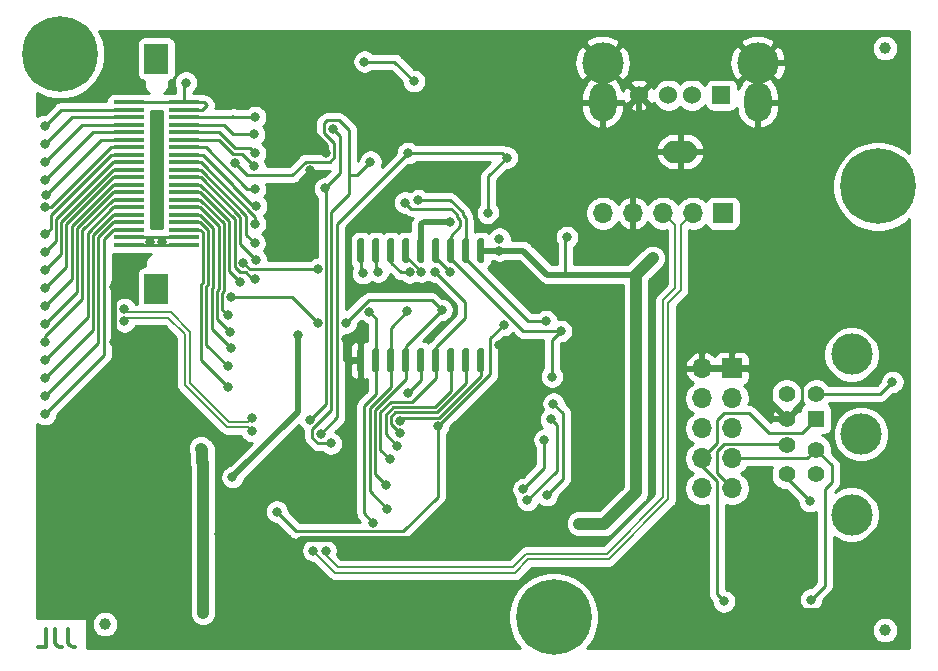
<source format=gbl>
%TF.GenerationSoftware,KiCad,Pcbnew,5.1.10-88a1d61d58~89~ubuntu20.04.1*%
%TF.CreationDate,2021-10-06T22:40:20-05:00*%
%TF.ProjectId,serial_rewind_d2,73657269-616c-45f7-9265-77696e645f64,rev?*%
%TF.SameCoordinates,Original*%
%TF.FileFunction,Copper,L2,Bot*%
%TF.FilePolarity,Positive*%
%FSLAX46Y46*%
G04 Gerber Fmt 4.6, Leading zero omitted, Abs format (unit mm)*
G04 Created by KiCad (PCBNEW 5.1.10-88a1d61d58~89~ubuntu20.04.1) date 2021-10-06 22:40:20*
%MOMM*%
%LPD*%
G01*
G04 APERTURE LIST*
%TA.AperFunction,NonConductor*%
%ADD10C,0.300000*%
%TD*%
%TA.AperFunction,SMDPad,CuDef*%
%ADD11C,1.000000*%
%TD*%
%TA.AperFunction,SMDPad,CuDef*%
%ADD12R,2.500000X0.350000*%
%TD*%
%TA.AperFunction,SMDPad,CuDef*%
%ADD13R,2.000000X2.500000*%
%TD*%
%TA.AperFunction,ComponentPad*%
%ADD14R,1.700000X1.700000*%
%TD*%
%TA.AperFunction,ComponentPad*%
%ADD15O,1.700000X1.700000*%
%TD*%
%TA.AperFunction,ComponentPad*%
%ADD16C,6.400000*%
%TD*%
%TA.AperFunction,ComponentPad*%
%ADD17C,3.500000*%
%TD*%
%TA.AperFunction,ComponentPad*%
%ADD18C,1.422400*%
%TD*%
%TA.AperFunction,ComponentPad*%
%ADD19R,1.422400X1.422400*%
%TD*%
%TA.AperFunction,ComponentPad*%
%ADD20R,1.524000X1.524000*%
%TD*%
%TA.AperFunction,ComponentPad*%
%ADD21C,1.524000*%
%TD*%
%TA.AperFunction,ComponentPad*%
%ADD22O,2.300000X3.300000*%
%TD*%
%TA.AperFunction,ComponentPad*%
%ADD23O,2.900000X1.900000*%
%TD*%
%TA.AperFunction,ViaPad*%
%ADD24C,0.800000*%
%TD*%
%TA.AperFunction,Conductor*%
%ADD25C,0.500000*%
%TD*%
%TA.AperFunction,Conductor*%
%ADD26C,0.250000*%
%TD*%
%TA.AperFunction,Conductor*%
%ADD27C,1.000000*%
%TD*%
%TA.AperFunction,Conductor*%
%ADD28C,0.200000*%
%TD*%
%TA.AperFunction,Conductor*%
%ADD29C,0.254000*%
%TD*%
%TA.AperFunction,Conductor*%
%ADD30C,0.150000*%
%TD*%
G04 APERTURE END LIST*
D10*
X53288285Y-151324571D02*
X53288285Y-152396000D01*
X53359714Y-152610285D01*
X53502571Y-152753142D01*
X53716857Y-152824571D01*
X53859714Y-152824571D01*
X52145428Y-151324571D02*
X52145428Y-152396000D01*
X52216857Y-152610285D01*
X52359714Y-152753142D01*
X52574000Y-152824571D01*
X52716857Y-152824571D01*
X50716857Y-152824571D02*
X51431142Y-152824571D01*
X51431142Y-151324571D01*
D11*
%TO.P,FID6,*%
%TO.N,*%
X122428000Y-102108000D03*
%TD*%
%TO.P,FID4,*%
%TO.N,*%
X56388000Y-150876000D03*
%TD*%
%TO.P,FID2,*%
%TO.N,*%
X122428000Y-151384000D03*
%TD*%
D12*
%TO.P,J1,1*%
%TO.N,Net-(J1-Pad1)*%
X63090000Y-106703000D03*
%TO.P,J1,2*%
X58390000Y-106703000D03*
%TO.P,J1,3*%
X63090000Y-107338000D03*
%TO.P,J1,4*%
%TO.N,Net-(J1-Pad4)*%
X58390000Y-107338000D03*
%TO.P,J1,5*%
%TO.N,Net-(J1-Pad5)*%
X63090000Y-107973000D03*
%TO.P,J1,6*%
%TO.N,Net-(J1-Pad6)*%
X58390000Y-107973000D03*
%TO.P,J1,7*%
%TO.N,Net-(J1-Pad7)*%
X63090000Y-108608000D03*
%TO.P,J1,8*%
%TO.N,Net-(J1-Pad8)*%
X58390000Y-108608000D03*
%TO.P,J1,9*%
%TO.N,Net-(J1-Pad9)*%
X63090000Y-109243000D03*
%TO.P,J1,10*%
%TO.N,Net-(J1-Pad10)*%
X58390000Y-109243000D03*
%TO.P,J1,11*%
%TO.N,Net-(J1-Pad11)*%
X63090000Y-109878000D03*
%TO.P,J1,12*%
%TO.N,Net-(J1-Pad12)*%
X58390000Y-109878000D03*
%TO.P,J1,13*%
%TO.N,Net-(J1-Pad13)*%
X63090000Y-110513000D03*
%TO.P,J1,14*%
%TO.N,Net-(J1-Pad14)*%
X58390000Y-110513000D03*
%TO.P,J1,15*%
%TO.N,Net-(J1-Pad15)*%
X63090000Y-111148000D03*
%TO.P,J1,16*%
%TO.N,Net-(J1-Pad16)*%
X58390000Y-111148000D03*
%TO.P,J1,17*%
%TO.N,Net-(J1-Pad17)*%
X63090000Y-111783000D03*
%TO.P,J1,18*%
%TO.N,Net-(J1-Pad18)*%
X58390000Y-111783000D03*
%TO.P,J1,19*%
%TO.N,Net-(J1-Pad19)*%
X63090000Y-112418000D03*
%TO.P,J1,20*%
%TO.N,Net-(J1-Pad20)*%
X58390000Y-112418000D03*
%TO.P,J1,21*%
%TO.N,Net-(J1-Pad21)*%
X63090000Y-113053000D03*
%TO.P,J1,22*%
%TO.N,Net-(J1-Pad22)*%
X58390000Y-113053000D03*
%TO.P,J1,23*%
%TO.N,Net-(J1-Pad23)*%
X63090000Y-113688000D03*
%TO.P,J1,24*%
%TO.N,Net-(J1-Pad24)*%
X58390000Y-113688000D03*
%TO.P,J1,25*%
%TO.N,Net-(J1-Pad25)*%
X63090000Y-114323000D03*
%TO.P,J1,26*%
%TO.N,Net-(J1-Pad26)*%
X58390000Y-114323000D03*
%TO.P,J1,27*%
%TO.N,Net-(J1-Pad27)*%
X63090000Y-114958000D03*
%TO.P,J1,28*%
%TO.N,Net-(J1-Pad28)*%
X58390000Y-114958000D03*
%TO.P,J1,29*%
%TO.N,Net-(J1-Pad29)*%
X63090000Y-115593000D03*
%TO.P,J1,30*%
%TO.N,Net-(J1-Pad30)*%
X58390000Y-115593000D03*
%TO.P,J1,31*%
%TO.N,Net-(J1-Pad31)*%
X63090000Y-116228000D03*
%TO.P,J1,32*%
%TO.N,Net-(J1-Pad32)*%
X58390000Y-116228000D03*
%TO.P,J1,33*%
%TO.N,Net-(J1-Pad33)*%
X63090000Y-116863000D03*
%TO.P,J1,34*%
%TO.N,Net-(J1-Pad34)*%
X58390000Y-116863000D03*
%TO.P,J1,35*%
%TO.N,Net-(J1-Pad35)*%
X63090000Y-117498000D03*
%TO.P,J1,36*%
%TO.N,Net-(J1-Pad36)*%
X58390000Y-117498000D03*
%TO.P,J1,37*%
%TO.N,+5V*%
X63090000Y-118133000D03*
%TO.P,J1,38*%
X58390000Y-118133000D03*
%TO.P,J1,39*%
X63090000Y-118768000D03*
%TO.P,J1,40*%
X58390000Y-118768000D03*
D13*
%TO.P,J1,MP1*%
%TO.N,N/C*%
X60740000Y-103000000D03*
%TO.P,J1,MP2*%
X60740000Y-122470000D03*
%TD*%
D14*
%TO.P,J4,1*%
%TO.N,GND*%
X109474000Y-129222500D03*
D15*
%TO.P,J4,2*%
X106934000Y-129222500D03*
%TO.P,J4,3*%
%TO.N,/TXD+*%
X109474000Y-131762500D03*
%TO.P,J4,4*%
%TO.N,/TXD-*%
X106934000Y-131762500D03*
%TO.P,J4,5*%
%TO.N,/RXD+*%
X109474000Y-134302500D03*
%TO.P,J4,6*%
%TO.N,/RXD-*%
X106934000Y-134302500D03*
%TO.P,J4,7*%
%TO.N,/HSKi*%
X109474000Y-136842500D03*
%TO.P,J4,8*%
%TO.N,/HSKo*%
X106934000Y-136842500D03*
%TO.P,J4,9*%
%TO.N,/GPi*%
X109474000Y-139382500D03*
%TO.P,J4,10*%
%TO.N,+5VL*%
X106934000Y-139382500D03*
%TD*%
D14*
%TO.P,J6,1*%
%TO.N,VBUS*%
X108712000Y-116078000D03*
D15*
%TO.P,J6,2*%
%TO.N,/USB-*%
X106172000Y-116078000D03*
%TO.P,J6,3*%
%TO.N,/USB+*%
X103632000Y-116078000D03*
%TO.P,J6,4*%
%TO.N,GND*%
X101092000Y-116078000D03*
%TO.P,J6,5*%
%TO.N,Net-(J6-Pad5)*%
X98552000Y-116078000D03*
%TD*%
%TO.P,U1,1*%
%TO.N,~COMM_TXD*%
%TA.AperFunction,SMDPad,CuDef*%
G36*
G01*
X88351500Y-129563500D02*
X88051500Y-129563500D01*
G75*
G02*
X87901500Y-129413500I0J150000D01*
G01*
X87901500Y-127663500D01*
G75*
G02*
X88051500Y-127513500I150000J0D01*
G01*
X88351500Y-127513500D01*
G75*
G02*
X88501500Y-127663500I0J-150000D01*
G01*
X88501500Y-129413500D01*
G75*
G02*
X88351500Y-129563500I-150000J0D01*
G01*
G37*
%TD.AperFunction*%
%TO.P,U1,2*%
%TO.N,~COMM_DTR*%
%TA.AperFunction,SMDPad,CuDef*%
G36*
G01*
X87081500Y-129563500D02*
X86781500Y-129563500D01*
G75*
G02*
X86631500Y-129413500I0J150000D01*
G01*
X86631500Y-127663500D01*
G75*
G02*
X86781500Y-127513500I150000J0D01*
G01*
X87081500Y-127513500D01*
G75*
G02*
X87231500Y-127663500I0J-150000D01*
G01*
X87231500Y-129413500D01*
G75*
G02*
X87081500Y-129563500I-150000J0D01*
G01*
G37*
%TD.AperFunction*%
%TO.P,U1,3*%
%TO.N,~COMM_RTS*%
%TA.AperFunction,SMDPad,CuDef*%
G36*
G01*
X85811500Y-129563500D02*
X85511500Y-129563500D01*
G75*
G02*
X85361500Y-129413500I0J150000D01*
G01*
X85361500Y-127663500D01*
G75*
G02*
X85511500Y-127513500I150000J0D01*
G01*
X85811500Y-127513500D01*
G75*
G02*
X85961500Y-127663500I0J-150000D01*
G01*
X85961500Y-129413500D01*
G75*
G02*
X85811500Y-129563500I-150000J0D01*
G01*
G37*
%TD.AperFunction*%
%TO.P,U1,4*%
%TO.N,COMM_SHDN*%
%TA.AperFunction,SMDPad,CuDef*%
G36*
G01*
X84541500Y-129563500D02*
X84241500Y-129563500D01*
G75*
G02*
X84091500Y-129413500I0J150000D01*
G01*
X84091500Y-127663500D01*
G75*
G02*
X84241500Y-127513500I150000J0D01*
G01*
X84541500Y-127513500D01*
G75*
G02*
X84691500Y-127663500I0J-150000D01*
G01*
X84691500Y-129413500D01*
G75*
G02*
X84541500Y-129563500I-150000J0D01*
G01*
G37*
%TD.AperFunction*%
%TO.P,U1,5*%
%TO.N,Net-(R44-Pad1)*%
%TA.AperFunction,SMDPad,CuDef*%
G36*
G01*
X83271500Y-129563500D02*
X82971500Y-129563500D01*
G75*
G02*
X82821500Y-129413500I0J150000D01*
G01*
X82821500Y-127663500D01*
G75*
G02*
X82971500Y-127513500I150000J0D01*
G01*
X83271500Y-127513500D01*
G75*
G02*
X83421500Y-127663500I0J-150000D01*
G01*
X83421500Y-129413500D01*
G75*
G02*
X83271500Y-129563500I-150000J0D01*
G01*
G37*
%TD.AperFunction*%
%TO.P,U1,6*%
%TO.N,~COMM_GPIO_L*%
%TA.AperFunction,SMDPad,CuDef*%
G36*
G01*
X82001500Y-129563500D02*
X81701500Y-129563500D01*
G75*
G02*
X81551500Y-129413500I0J150000D01*
G01*
X81551500Y-127663500D01*
G75*
G02*
X81701500Y-127513500I150000J0D01*
G01*
X82001500Y-127513500D01*
G75*
G02*
X82151500Y-127663500I0J-150000D01*
G01*
X82151500Y-129413500D01*
G75*
G02*
X82001500Y-129563500I-150000J0D01*
G01*
G37*
%TD.AperFunction*%
%TO.P,U1,7*%
%TO.N,COMM_TRXC*%
%TA.AperFunction,SMDPad,CuDef*%
G36*
G01*
X80731500Y-129563500D02*
X80431500Y-129563500D01*
G75*
G02*
X80281500Y-129413500I0J150000D01*
G01*
X80281500Y-127663500D01*
G75*
G02*
X80431500Y-127513500I150000J0D01*
G01*
X80731500Y-127513500D01*
G75*
G02*
X80881500Y-127663500I0J-150000D01*
G01*
X80881500Y-129413500D01*
G75*
G02*
X80731500Y-129563500I-150000J0D01*
G01*
G37*
%TD.AperFunction*%
%TO.P,U1,8*%
%TO.N,COMM_RXD*%
%TA.AperFunction,SMDPad,CuDef*%
G36*
G01*
X79461500Y-129563500D02*
X79161500Y-129563500D01*
G75*
G02*
X79011500Y-129413500I0J150000D01*
G01*
X79011500Y-127663500D01*
G75*
G02*
X79161500Y-127513500I150000J0D01*
G01*
X79461500Y-127513500D01*
G75*
G02*
X79611500Y-127663500I0J-150000D01*
G01*
X79611500Y-129413500D01*
G75*
G02*
X79461500Y-129563500I-150000J0D01*
G01*
G37*
%TD.AperFunction*%
%TO.P,U1,9*%
%TO.N,GND*%
%TA.AperFunction,SMDPad,CuDef*%
G36*
G01*
X78191500Y-129563500D02*
X77891500Y-129563500D01*
G75*
G02*
X77741500Y-129413500I0J150000D01*
G01*
X77741500Y-127663500D01*
G75*
G02*
X77891500Y-127513500I150000J0D01*
G01*
X78191500Y-127513500D01*
G75*
G02*
X78341500Y-127663500I0J-150000D01*
G01*
X78341500Y-129413500D01*
G75*
G02*
X78191500Y-129563500I-150000J0D01*
G01*
G37*
%TD.AperFunction*%
%TO.P,U1,10*%
%TO.N,PHY_RXD+*%
%TA.AperFunction,SMDPad,CuDef*%
G36*
G01*
X78191500Y-120263500D02*
X77891500Y-120263500D01*
G75*
G02*
X77741500Y-120113500I0J150000D01*
G01*
X77741500Y-118363500D01*
G75*
G02*
X77891500Y-118213500I150000J0D01*
G01*
X78191500Y-118213500D01*
G75*
G02*
X78341500Y-118363500I0J-150000D01*
G01*
X78341500Y-120113500D01*
G75*
G02*
X78191500Y-120263500I-150000J0D01*
G01*
G37*
%TD.AperFunction*%
%TO.P,U1,11*%
%TO.N,PHY_RXD-*%
%TA.AperFunction,SMDPad,CuDef*%
G36*
G01*
X79461500Y-120263500D02*
X79161500Y-120263500D01*
G75*
G02*
X79011500Y-120113500I0J150000D01*
G01*
X79011500Y-118363500D01*
G75*
G02*
X79161500Y-118213500I150000J0D01*
G01*
X79461500Y-118213500D01*
G75*
G02*
X79611500Y-118363500I0J-150000D01*
G01*
X79611500Y-120113500D01*
G75*
G02*
X79461500Y-120263500I-150000J0D01*
G01*
G37*
%TD.AperFunction*%
%TO.P,U1,12*%
%TO.N,PHY_HSKi*%
%TA.AperFunction,SMDPad,CuDef*%
G36*
G01*
X80731500Y-120263500D02*
X80431500Y-120263500D01*
G75*
G02*
X80281500Y-120113500I0J150000D01*
G01*
X80281500Y-118363500D01*
G75*
G02*
X80431500Y-118213500I150000J0D01*
G01*
X80731500Y-118213500D01*
G75*
G02*
X80881500Y-118363500I0J-150000D01*
G01*
X80881500Y-120113500D01*
G75*
G02*
X80731500Y-120263500I-150000J0D01*
G01*
G37*
%TD.AperFunction*%
%TO.P,U1,13*%
%TO.N,PHY_GPi*%
%TA.AperFunction,SMDPad,CuDef*%
G36*
G01*
X82001500Y-120263500D02*
X81701500Y-120263500D01*
G75*
G02*
X81551500Y-120113500I0J150000D01*
G01*
X81551500Y-118363500D01*
G75*
G02*
X81701500Y-118213500I150000J0D01*
G01*
X82001500Y-118213500D01*
G75*
G02*
X82151500Y-118363500I0J-150000D01*
G01*
X82151500Y-120113500D01*
G75*
G02*
X82001500Y-120263500I-150000J0D01*
G01*
G37*
%TD.AperFunction*%
%TO.P,U1,14*%
%TO.N,-5V*%
%TA.AperFunction,SMDPad,CuDef*%
G36*
G01*
X83271500Y-120263500D02*
X82971500Y-120263500D01*
G75*
G02*
X82821500Y-120113500I0J150000D01*
G01*
X82821500Y-118363500D01*
G75*
G02*
X82971500Y-118213500I150000J0D01*
G01*
X83271500Y-118213500D01*
G75*
G02*
X83421500Y-118363500I0J-150000D01*
G01*
X83421500Y-120113500D01*
G75*
G02*
X83271500Y-120263500I-150000J0D01*
G01*
G37*
%TD.AperFunction*%
%TO.P,U1,15*%
%TO.N,PHY_HSKo*%
%TA.AperFunction,SMDPad,CuDef*%
G36*
G01*
X84541500Y-120263500D02*
X84241500Y-120263500D01*
G75*
G02*
X84091500Y-120113500I0J150000D01*
G01*
X84091500Y-118363500D01*
G75*
G02*
X84241500Y-118213500I150000J0D01*
G01*
X84541500Y-118213500D01*
G75*
G02*
X84691500Y-118363500I0J-150000D01*
G01*
X84691500Y-120113500D01*
G75*
G02*
X84541500Y-120263500I-150000J0D01*
G01*
G37*
%TD.AperFunction*%
%TO.P,U1,16*%
%TO.N,PHY_TXD+*%
%TA.AperFunction,SMDPad,CuDef*%
G36*
G01*
X85811500Y-120263500D02*
X85511500Y-120263500D01*
G75*
G02*
X85361500Y-120113500I0J150000D01*
G01*
X85361500Y-118363500D01*
G75*
G02*
X85511500Y-118213500I150000J0D01*
G01*
X85811500Y-118213500D01*
G75*
G02*
X85961500Y-118363500I0J-150000D01*
G01*
X85961500Y-120113500D01*
G75*
G02*
X85811500Y-120263500I-150000J0D01*
G01*
G37*
%TD.AperFunction*%
%TO.P,U1,17*%
%TO.N,PHY_TXD-*%
%TA.AperFunction,SMDPad,CuDef*%
G36*
G01*
X87081500Y-120263500D02*
X86781500Y-120263500D01*
G75*
G02*
X86631500Y-120113500I0J150000D01*
G01*
X86631500Y-118363500D01*
G75*
G02*
X86781500Y-118213500I150000J0D01*
G01*
X87081500Y-118213500D01*
G75*
G02*
X87231500Y-118363500I0J-150000D01*
G01*
X87231500Y-120113500D01*
G75*
G02*
X87081500Y-120263500I-150000J0D01*
G01*
G37*
%TD.AperFunction*%
%TO.P,U1,18*%
%TO.N,+5V*%
%TA.AperFunction,SMDPad,CuDef*%
G36*
G01*
X88351500Y-120263500D02*
X88051500Y-120263500D01*
G75*
G02*
X87901500Y-120113500I0J150000D01*
G01*
X87901500Y-118363500D01*
G75*
G02*
X88051500Y-118213500I150000J0D01*
G01*
X88351500Y-118213500D01*
G75*
G02*
X88501500Y-118363500I0J-150000D01*
G01*
X88501500Y-120113500D01*
G75*
G02*
X88351500Y-120263500I-150000J0D01*
G01*
G37*
%TD.AperFunction*%
%TD*%
D16*
%TO.P,H1,1*%
%TO.N,N/C*%
X52590000Y-102605000D03*
%TD*%
%TO.P,H2,1*%
%TO.N,N/C*%
X94365000Y-150295000D03*
%TD*%
%TO.P,H3,1*%
%TO.N,N/C*%
X121815000Y-113820000D03*
%TD*%
D17*
%TO.P,J5,SH1*%
%TO.N,N/C*%
X119596000Y-141600000D03*
%TO.P,J5,SH3*%
X119596000Y-128050000D03*
%TO.P,J5,SH2*%
X120396000Y-134800000D03*
D18*
%TO.P,J5,2*%
%TO.N,/HSKi*%
X116596000Y-136100000D03*
D19*
%TO.P,J5,1*%
%TO.N,/HSKo*%
X116596000Y-133500000D03*
D18*
%TO.P,J5,3*%
%TO.N,/TXD-*%
X116596000Y-131400000D03*
%TO.P,J5,5*%
%TO.N,/RXD-*%
X116596000Y-138200000D03*
%TO.P,J5,8*%
%TO.N,/RXD+*%
X114096000Y-138200000D03*
%TO.P,J5,6*%
%TO.N,/TXD+*%
X114096000Y-131400000D03*
%TO.P,J5,4*%
%TO.N,GND*%
X114096000Y-133500000D03*
%TO.P,J5,7*%
%TO.N,/GPi*%
X114096000Y-135700000D03*
%TD*%
D17*
%TO.P,J2,5*%
%TO.N,GND*%
X98515000Y-103378000D03*
X111655000Y-103378000D03*
D20*
%TO.P,J2,1*%
%TO.N,VBUS*%
X108585000Y-106088000D03*
D21*
%TO.P,J2,2*%
%TO.N,/USB-*%
X106085000Y-106088000D03*
%TO.P,J2,3*%
%TO.N,/USB+*%
X104085000Y-106088000D03*
%TO.P,J2,4*%
%TO.N,GND*%
X101585000Y-106088000D03*
D22*
%TO.P,J2,5*%
X111655000Y-106688000D03*
X98515000Y-106688000D03*
D23*
X105085000Y-110868000D03*
%TD*%
D24*
%TO.N,GND*%
X60706000Y-111760000D03*
X60706000Y-116332000D03*
X57150000Y-122301000D03*
X57150000Y-127000000D03*
X58928000Y-120142000D03*
X73660000Y-116967000D03*
X73723500Y-112458500D03*
X60706000Y-107950000D03*
X91567000Y-133350000D03*
X82931000Y-143637000D03*
X71247000Y-144018000D03*
X76798010Y-126746000D03*
X89752010Y-127254000D03*
X99187000Y-127381000D03*
X99187000Y-129159000D03*
X99187000Y-131064000D03*
X99187000Y-132969000D03*
X99187000Y-134874000D03*
X99187000Y-136779000D03*
X99187000Y-138684000D03*
X99187000Y-123571000D03*
X110515400Y-144475200D03*
X66040000Y-143256000D03*
X53383000Y-144442000D03*
X52705000Y-138430000D03*
X57150000Y-133985000D03*
X77216000Y-148844000D03*
X81788000Y-148844000D03*
X88646000Y-148844000D03*
X113538000Y-140970000D03*
X119634000Y-104902000D03*
X115570000Y-112268000D03*
X87122000Y-103505000D03*
X88781000Y-106688000D03*
X80137000Y-115316000D03*
X91186000Y-121158000D03*
X91948000Y-112522000D03*
X92964000Y-118237000D03*
X93980000Y-110236000D03*
X97536000Y-113284000D03*
X104648000Y-145796000D03*
X58864500Y-149923500D03*
X60642500Y-149796500D03*
X115316000Y-117856000D03*
X119888000Y-149606000D03*
X120205500Y-138493500D03*
X70472300Y-138366500D03*
X70182500Y-105488500D03*
X75082968Y-111003032D03*
X93535500Y-123190000D03*
%TO.N,+5V*%
X89789000Y-119253000D03*
X98806000Y-142240000D03*
X96520000Y-142367000D03*
X64686006Y-149903000D03*
X64643000Y-137160000D03*
X64686006Y-148927994D03*
X64516000Y-136017000D03*
X60198000Y-118491000D03*
X61214000Y-118491000D03*
X89789000Y-118237000D03*
X95504000Y-118110000D03*
X101727000Y-120840500D03*
X102749350Y-119881650D03*
X82550000Y-104902000D03*
X78359000Y-103251000D03*
%TO.N,/HSKo*%
X108788200Y-148945600D03*
%TO.N,/HSKi*%
X116166273Y-148795010D03*
%TO.N,/RXD+*%
X116078000Y-140462000D03*
%TO.N,/TXD-*%
X123063000Y-130365504D03*
%TO.N,/USB-*%
X58039000Y-125239000D03*
X74024000Y-144653000D03*
X68834000Y-134510000D03*
%TO.N,/USB+*%
X58039000Y-124189000D03*
X75074000Y-144653000D03*
X68834000Y-133460000D03*
%TO.N,Net-(J1-Pad19)*%
X69051010Y-118618000D03*
%TO.N,Net-(J1-Pad27)*%
X66802000Y-124714000D03*
%TO.N,Net-(J1-Pad35)*%
X66802000Y-130810000D03*
%TO.N,Net-(J1-Pad9)*%
X69088000Y-110998000D03*
%TO.N,Net-(J1-Pad15)*%
X69178155Y-115458134D03*
%TO.N,Net-(J1-Pad23)*%
X69088000Y-121666000D03*
%TO.N,-10V*%
X72732845Y-126380262D03*
X67183000Y-138430000D03*
%TO.N,Net-(J1-Pad29)*%
X66933660Y-126106340D03*
%TO.N,Net-(J1-Pad7)*%
X69024504Y-109410500D03*
%TO.N,Net-(J1-Pad13)*%
X69088000Y-114046000D03*
%TO.N,Net-(J1-Pad21)*%
X69186280Y-120085874D03*
%TO.N,Net-(J1-Pad5)*%
X69092660Y-107954660D03*
%TO.N,Net-(J1-Pad33)*%
X66802000Y-129032000D03*
%TO.N,Net-(J1-Pad11)*%
X69036931Y-112125814D03*
%TO.N,Net-(J1-Pad17)*%
X69088000Y-117000244D03*
%TO.N,Net-(J1-Pad25)*%
X67818000Y-121920000D03*
%TO.N,Net-(J1-Pad31)*%
X67056000Y-127508000D03*
%TO.N,Net-(J1-Pad8)*%
X51307994Y-111760000D03*
%TO.N,Net-(J1-Pad14)*%
X51308000Y-115570000D03*
%TO.N,Net-(J1-Pad22)*%
X51308000Y-122428000D03*
%TO.N,Net-(J1-Pad28)*%
X51307990Y-127000000D03*
%TO.N,Net-(J1-Pad4)*%
X51307996Y-108712000D03*
%TO.N,Net-(J1-Pad12)*%
X51373456Y-114572132D03*
%TO.N,Net-(J1-Pad20)*%
X51308000Y-120904000D03*
%TO.N,Net-(J1-Pad30)*%
X51307986Y-128524000D03*
%TO.N,Net-(J1-Pad36)*%
X51308000Y-133095994D03*
%TO.N,Net-(J1-Pad6)*%
X51308000Y-110236000D03*
%TO.N,Net-(J1-Pad16)*%
X51307990Y-117856000D03*
%TO.N,Net-(J1-Pad24)*%
X51308000Y-123952000D03*
%TO.N,Net-(J1-Pad32)*%
X51308000Y-130048000D03*
%TO.N,Net-(J1-Pad10)*%
X51308008Y-113284000D03*
%TO.N,Net-(J1-Pad18)*%
X51308000Y-119380000D03*
%TO.N,Net-(J1-Pad26)*%
X51303340Y-125471340D03*
%TO.N,Net-(J1-Pad34)*%
X51308000Y-131572012D03*
%TO.N,-5V*%
X84582000Y-134134040D03*
X85582248Y-116791954D03*
X70929500Y-141351000D03*
X90169996Y-125539500D03*
%TO.N,~COMM_DTR*%
X82042000Y-110998000D03*
X90424000Y-111379000D03*
X74676000Y-134747000D03*
X81331945Y-134699546D03*
X88832695Y-116078000D03*
%TO.N,COMM_SHDN*%
X84328006Y-121031000D03*
X80518000Y-136906000D03*
%TO.N,COMM_TRXC*%
X80264000Y-141097000D03*
X81973443Y-124379711D03*
%TO.N,~COMM_TXD*%
X74993500Y-113982500D03*
X73750120Y-133574558D03*
X81331945Y-133668033D03*
X75692000Y-108965996D03*
%TO.N,~COMM_GPIO_L*%
X84884457Y-124272812D03*
X67056000Y-123190000D03*
X74385010Y-125368555D03*
X76798010Y-125349000D03*
X80200498Y-139128500D03*
%TO.N,~COMM_RTS*%
X78867000Y-111723010D03*
X81153000Y-135763000D03*
X75510142Y-135584160D03*
X67365067Y-111798578D03*
%TO.N,COMM_RXD*%
X78766000Y-124434000D03*
X68090077Y-120268991D03*
X74385010Y-120825987D03*
X79121000Y-142276990D03*
%TO.N,Net-(R44-Pad1)*%
X82042000Y-131318000D03*
%TO.N,PHY_RXD+*%
X78232000Y-121158000D03*
X93789500Y-139954000D03*
X94361000Y-132207000D03*
%TO.N,PHY_RXD-*%
X79502000Y-121031000D03*
X92145597Y-140391403D03*
X94139020Y-133540500D03*
%TO.N,PHY_HSKi*%
X82186843Y-121091871D03*
X93594065Y-135282086D03*
X91820858Y-139445586D03*
%TO.N,PHY_GPi*%
X83185000Y-121031000D03*
%TO.N,PHY_HSKo*%
X85571962Y-121031000D03*
%TO.N,PHY_TXD+*%
X94234000Y-129921000D03*
X94984570Y-126060863D03*
X81788000Y-115189000D03*
%TO.N,PHY_TXD-*%
X82931000Y-114971990D03*
X93726000Y-125222000D03*
%TO.N,Net-(J1-Pad1)*%
X63246000Y-105028996D03*
%TD*%
D25*
%TO.N,GND*%
X105085000Y-110868000D02*
X102867000Y-110868000D01*
X101585000Y-109586000D02*
X101585000Y-106088000D01*
X102867000Y-110868000D02*
X101585000Y-109586000D01*
X105085000Y-110868000D02*
X110239000Y-110868000D01*
X111655000Y-109452000D02*
X111655000Y-106688000D01*
X110239000Y-110868000D02*
X111655000Y-109452000D01*
X101092000Y-112643000D02*
X102867000Y-110868000D01*
X101092000Y-116078000D02*
X101092000Y-112643000D01*
X60706000Y-116332000D02*
X60706000Y-111760000D01*
X57150000Y-122301000D02*
X57150000Y-127000000D01*
X57150000Y-121920000D02*
X58928000Y-120142000D01*
X57150000Y-122301000D02*
X57150000Y-121920000D01*
X73660000Y-116967000D02*
X73660000Y-112522000D01*
D26*
X73660000Y-112522000D02*
X73723500Y-112458500D01*
D25*
X60706000Y-111760000D02*
X60706000Y-107950000D01*
X71247000Y-144018000D02*
X72644000Y-144018000D01*
X72644000Y-144018000D02*
X73025000Y-143637000D01*
X73025000Y-143637000D02*
X82931000Y-143637000D01*
X91567000Y-133350000D02*
X91567000Y-129068990D01*
D27*
X99187000Y-138684000D02*
X99187000Y-136779000D01*
X99187000Y-136779000D02*
X99187000Y-134874000D01*
X99187000Y-134874000D02*
X99187000Y-132969000D01*
X99187000Y-132969000D02*
X99187000Y-131064000D01*
X99187000Y-131064000D02*
X99187000Y-129159000D01*
X99187000Y-129159000D02*
X99187000Y-127381000D01*
X99187000Y-127381000D02*
X99187000Y-123571000D01*
D25*
X90596005Y-128097995D02*
X89752010Y-127254000D01*
X91567000Y-129068990D02*
X90596005Y-128097995D01*
D26*
X66040000Y-143256000D02*
X66040000Y-144780000D01*
X66040000Y-144780000D02*
X70104000Y-148844000D01*
X70104000Y-148844000D02*
X77216000Y-148844000D01*
X81788000Y-148844000D02*
X88646000Y-148844000D01*
X110515400Y-144475200D02*
X110515400Y-143484600D01*
X113030000Y-140970000D02*
X113538000Y-140970000D01*
X110515400Y-143484600D02*
X113030000Y-140970000D01*
D25*
X111655000Y-103378000D02*
X118364000Y-103378000D01*
X119634000Y-104648000D02*
X119634000Y-104902000D01*
X118364000Y-103378000D02*
X119634000Y-104648000D01*
D26*
X87630000Y-116586000D02*
X87884000Y-116840000D01*
X87630000Y-113538000D02*
X87630000Y-116586000D01*
X81915000Y-113538000D02*
X87630000Y-113538000D01*
X80137000Y-115316000D02*
X81915000Y-113538000D01*
X88392000Y-117348000D02*
X87884000Y-116840000D01*
X88900000Y-117348000D02*
X88392000Y-117348000D01*
X90170000Y-116078000D02*
X88900000Y-117348000D01*
X90170000Y-114300000D02*
X90170000Y-116078000D01*
X91948000Y-112522000D02*
X90170000Y-114300000D01*
X97028000Y-113284000D02*
X97536000Y-113284000D01*
X93980000Y-110236000D02*
X97028000Y-113284000D01*
X104648000Y-149352000D02*
X104648000Y-145796000D01*
X106934000Y-151638000D02*
X104648000Y-149352000D01*
X110515400Y-150342600D02*
X109220000Y-151638000D01*
X110515400Y-144475200D02*
X110515400Y-150342600D01*
X109220000Y-151638000D02*
X106934000Y-151638000D01*
D25*
X91567000Y-133350000D02*
X91567000Y-135001000D01*
X91567000Y-135001000D02*
X82931000Y-143637000D01*
D26*
X93562010Y-131064000D02*
X90596005Y-128097995D01*
X99187000Y-131064000D02*
X93562010Y-131064000D01*
D25*
X76798010Y-128487010D02*
X76798010Y-126746000D01*
X76849500Y-128538500D02*
X76798010Y-128487010D01*
X78041500Y-128538500D02*
X76849500Y-128538500D01*
X115570000Y-117602000D02*
X115316000Y-117856000D01*
X115570000Y-112268000D02*
X115570000Y-117602000D01*
D26*
X110515400Y-144475200D02*
X110515400Y-147599400D01*
X110515400Y-147599400D02*
X112522000Y-149606000D01*
X112522000Y-149606000D02*
X119888000Y-149606000D01*
D25*
X112268000Y-129730500D02*
X111760000Y-129222500D01*
X112268000Y-132842000D02*
X112268000Y-129730500D01*
X112903000Y-133477000D02*
X112268000Y-132842000D01*
X114073000Y-133477000D02*
X112903000Y-133477000D01*
X111760000Y-129222500D02*
X106934000Y-129222500D01*
X114096000Y-133500000D02*
X114073000Y-133477000D01*
D26*
X114744500Y-129730500D02*
X112268000Y-129730500D01*
X115379500Y-130365500D02*
X114744500Y-129730500D01*
X115379500Y-132216500D02*
X115379500Y-130365500D01*
X114096000Y-133500000D02*
X115379500Y-132216500D01*
D27*
X71247000Y-144018000D02*
X70116700Y-144018000D01*
X70116700Y-144018000D02*
X68681600Y-142582900D01*
X68681600Y-140157200D02*
X70472300Y-138366500D01*
X68681600Y-142582900D02*
X68681600Y-140157200D01*
D25*
X70182500Y-105488500D02*
X75082968Y-110388968D01*
X75082968Y-110388968D02*
X75082968Y-111003032D01*
D26*
X93218000Y-123190000D02*
X93535500Y-123190000D01*
X91186000Y-121158000D02*
X93218000Y-123190000D01*
%TO.N,+5V*%
X88216000Y-119253000D02*
X88201500Y-119238500D01*
D25*
X89789000Y-119253000D02*
X88216000Y-119253000D01*
D27*
X101346000Y-139700000D02*
X101346000Y-121285000D01*
X98806000Y-142240000D02*
X101346000Y-139700000D01*
D25*
X89789000Y-119253000D02*
X91821000Y-119253000D01*
X91821000Y-119253000D02*
X93853000Y-121285000D01*
D27*
X98679000Y-142367000D02*
X96520000Y-142367000D01*
X98806000Y-142240000D02*
X98679000Y-142367000D01*
D25*
X64643000Y-149859994D02*
X64686006Y-149903000D01*
D27*
X64686006Y-137203006D02*
X64643000Y-137160000D01*
X64686006Y-149903000D02*
X64686006Y-137203006D01*
X64643000Y-136144000D02*
X64516000Y-136017000D01*
X64643000Y-137160000D02*
X64643000Y-136144000D01*
D26*
X60175000Y-118768000D02*
X60810000Y-118768000D01*
X58390000Y-118133000D02*
X60175000Y-118133000D01*
X58390000Y-118768000D02*
X60175000Y-118768000D01*
X60175000Y-118133000D02*
X60729000Y-118133000D01*
X61191000Y-118179000D02*
X61237000Y-118133000D01*
X61237000Y-118133000D02*
X63090000Y-118133000D01*
X60729000Y-118133000D02*
X61237000Y-118133000D01*
X60810000Y-118768000D02*
X61191000Y-118768000D01*
X61191000Y-118768000D02*
X63090000Y-118768000D01*
X60198000Y-118491000D02*
X60175000Y-118768000D01*
X60175000Y-118468000D02*
X60198000Y-118491000D01*
X60175000Y-118133000D02*
X60175000Y-118468000D01*
X61214000Y-118491000D02*
X61191000Y-118179000D01*
X61191000Y-118468000D02*
X61214000Y-118491000D01*
X61191000Y-118768000D02*
X61191000Y-118468000D01*
D25*
X93853000Y-121285000D02*
X95377000Y-121285000D01*
X95377000Y-121285000D02*
X101346000Y-121285000D01*
D26*
X95377000Y-118237000D02*
X95504000Y-118110000D01*
X95377000Y-121285000D02*
X95377000Y-118237000D01*
D27*
X101346000Y-121285000D02*
X102749350Y-119881650D01*
D26*
X80899000Y-103251000D02*
X78359000Y-103251000D01*
X82550000Y-104902000D02*
X80899000Y-103251000D01*
%TO.N,/GPi*%
X108795250Y-135667499D02*
X108204000Y-136258749D01*
X108204000Y-136258749D02*
X108204000Y-138112500D01*
X114096000Y-135700000D02*
X114063499Y-135667499D01*
X108204000Y-138112500D02*
X109474000Y-139382500D01*
X114063499Y-135667499D02*
X108795250Y-135667499D01*
%TO.N,/HSKo*%
X108204000Y-135572500D02*
X106934000Y-136842500D01*
X108204000Y-133604000D02*
X108204000Y-135572500D01*
X110934500Y-133032500D02*
X108775500Y-133032500D01*
X108775500Y-133032500D02*
X108204000Y-133604000D01*
X112565799Y-134663799D02*
X110934500Y-133032500D01*
X115432201Y-134663799D02*
X112565799Y-134663799D01*
X116596000Y-133500000D02*
X115432201Y-134663799D01*
X106934000Y-136842500D02*
X106934000Y-137478910D01*
X108204000Y-138748910D02*
X108204000Y-148361400D01*
X106934000Y-137478910D02*
X108204000Y-138748910D01*
X108204000Y-148361400D02*
X108788200Y-148945600D01*
%TO.N,/HSKi*%
X115853500Y-136842500D02*
X116596000Y-136100000D01*
X110109000Y-136842500D02*
X115853500Y-136842500D01*
X117919500Y-138874500D02*
X117348000Y-139446000D01*
X116596000Y-136100000D02*
X117919500Y-137423500D01*
X117919500Y-137423500D02*
X117919500Y-138874500D01*
X117348000Y-139446000D02*
X117348000Y-147613283D01*
X117348000Y-147613283D02*
X116166273Y-148795010D01*
%TO.N,/RXD+*%
X114096000Y-138480000D02*
X114096000Y-138200000D01*
X116078000Y-140462000D02*
X114096000Y-138480000D01*
%TO.N,/TXD-*%
X116596000Y-131400000D02*
X122028504Y-131400000D01*
X122028504Y-131400000D02*
X123063000Y-130365504D01*
D28*
%TO.N,/USB-*%
X58039000Y-125239000D02*
X58339000Y-124939000D01*
X61755800Y-124939000D02*
X63148000Y-126331200D01*
X63148000Y-126331200D02*
X63148000Y-130649200D01*
X66708800Y-134210000D02*
X68534000Y-134210000D01*
X68534000Y-134210000D02*
X68834000Y-134510000D01*
X58339000Y-124939000D02*
X61755800Y-124939000D01*
X63148000Y-130649200D02*
X66708800Y-134210000D01*
X75900000Y-146529000D02*
X74024000Y-144653000D01*
X99038900Y-145373300D02*
X92244400Y-145373300D01*
X92244400Y-145373300D02*
X91088700Y-146529000D01*
X104085600Y-140326600D02*
X99038900Y-145373300D01*
X91088700Y-146529000D02*
X75900000Y-146529000D01*
X104085600Y-123651500D02*
X104085600Y-140326600D01*
X106172000Y-116078000D02*
X105127000Y-117123000D01*
X105127000Y-117123000D02*
X105127000Y-122610100D01*
X105127000Y-122610100D02*
X104085600Y-123651500D01*
%TO.N,/USB+*%
X61942200Y-124489000D02*
X63598000Y-126144800D01*
X68534000Y-133760000D02*
X68834000Y-133460000D01*
X58339000Y-124489000D02*
X61942200Y-124489000D01*
X66895200Y-133760000D02*
X68534000Y-133760000D01*
X63598000Y-130462800D02*
X66895200Y-133760000D01*
X63598000Y-126144800D02*
X63598000Y-130462800D01*
X58039000Y-124189000D02*
X58339000Y-124489000D01*
X103632000Y-116078000D02*
X104677000Y-117123000D01*
X104677000Y-122423700D02*
X103635600Y-123465100D01*
X103635600Y-123465100D02*
X103635600Y-140140200D01*
X103635600Y-140140200D02*
X98852500Y-144923300D01*
X92058000Y-144923300D02*
X90902300Y-146079000D01*
X90902300Y-146079000D02*
X76086397Y-146079000D01*
X98852500Y-144923300D02*
X92058000Y-144923300D01*
X76086397Y-146079000D02*
X75074000Y-145066603D01*
X75074000Y-145066603D02*
X75074000Y-144653000D01*
X104677000Y-117123000D02*
X104677000Y-122423700D01*
D26*
%TO.N,Net-(J1-Pad19)*%
X68362999Y-117929989D02*
X69051010Y-118618000D01*
X63090000Y-112418000D02*
X64476290Y-112418000D01*
X64476290Y-112418000D02*
X68362999Y-116304709D01*
X68362999Y-116304709D02*
X68362999Y-117929989D01*
%TO.N,Net-(J1-Pad27)*%
X66330999Y-122841999D02*
X66330999Y-124242999D01*
X64470646Y-114958000D02*
X66465045Y-116952399D01*
X66465045Y-122707953D02*
X66330999Y-122841999D01*
X66330999Y-124242999D02*
X66802000Y-124714000D01*
X63090000Y-114958000D02*
X64470646Y-114958000D01*
X66465045Y-116952399D02*
X66465045Y-122707953D01*
%TO.N,Net-(J1-Pad35)*%
X64530955Y-128538955D02*
X66802000Y-130810000D01*
X64465002Y-117498000D02*
X64665001Y-117697999D01*
X64665001Y-117697999D02*
X64665001Y-121962353D01*
X64530955Y-122096399D02*
X64530955Y-128538955D01*
X63090000Y-117498000D02*
X64465002Y-117498000D01*
X64665001Y-121962353D02*
X64530955Y-122096399D01*
%TO.N,Net-(J1-Pad9)*%
X68688001Y-110598001D02*
X69088000Y-110998000D01*
X66006002Y-109243000D02*
X67361003Y-110598001D01*
X63090000Y-109243000D02*
X66006002Y-109243000D01*
X67361003Y-110598001D02*
X68688001Y-110598001D01*
%TO.N,Net-(J1-Pad15)*%
X67190055Y-113748055D02*
X67190055Y-113795306D01*
X67190055Y-113669234D02*
X67190055Y-113748055D01*
X64668821Y-111148000D02*
X67190055Y-113669234D01*
X63090000Y-111148000D02*
X64668821Y-111148000D01*
X68900134Y-115458134D02*
X69178155Y-115458134D01*
X67190055Y-113748055D02*
X68900134Y-115458134D01*
%TO.N,Net-(J1-Pad23)*%
X64473468Y-113688000D02*
X67365067Y-116579599D01*
X63090000Y-113688000D02*
X64473468Y-113688000D01*
X67365067Y-116579599D02*
X67365067Y-120635069D01*
X67365067Y-120635069D02*
X67830009Y-121100011D01*
X67830009Y-121100011D02*
X68284686Y-121100011D01*
X68284686Y-121100011D02*
X68850675Y-121666000D01*
X68850675Y-121666000D02*
X69088000Y-121666000D01*
D25*
%TO.N,-10V*%
X72732845Y-126380262D02*
X72732845Y-132880155D01*
X72732845Y-132880155D02*
X67183000Y-138430000D01*
D26*
%TO.N,Net-(J1-Pad29)*%
X63090000Y-115593000D02*
X64469235Y-115593000D01*
X66015034Y-122521553D02*
X65880988Y-122655599D01*
X65880988Y-125053668D02*
X66933660Y-126106340D01*
X66015034Y-117138799D02*
X66015034Y-122521553D01*
X65880988Y-122655599D02*
X65880988Y-125053668D01*
X64469235Y-115593000D02*
X66015034Y-117138799D01*
%TO.N,Net-(J1-Pad7)*%
X63090000Y-108608000D02*
X66444004Y-108608000D01*
X66444004Y-108608000D02*
X67246504Y-109410500D01*
X67246504Y-109410500D02*
X69024504Y-109410500D01*
%TO.N,Net-(J1-Pad13)*%
X64918589Y-110513000D02*
X68451589Y-114046000D01*
X63090000Y-110513000D02*
X64918589Y-110513000D01*
X68451589Y-114046000D02*
X69088000Y-114046000D01*
%TO.N,Net-(J1-Pad21)*%
X63090000Y-113053000D02*
X64474879Y-113053000D01*
X64474879Y-113053000D02*
X67815078Y-116393199D01*
X67815078Y-116393199D02*
X67815078Y-118714672D01*
X67815078Y-118714672D02*
X69186280Y-120085874D01*
%TO.N,Net-(J1-Pad5)*%
X67159998Y-107973000D02*
X67246498Y-107886500D01*
X63090000Y-107973000D02*
X67159998Y-107973000D01*
X69074320Y-107973000D02*
X69092660Y-107954660D01*
X67159998Y-107973000D02*
X69074320Y-107973000D01*
%TO.N,Net-(J1-Pad33)*%
X65115012Y-117511599D02*
X65115012Y-122148753D01*
X64980966Y-122282799D02*
X64980966Y-127210966D01*
X63090000Y-116863000D02*
X64466413Y-116863000D01*
X64466413Y-116863000D02*
X65115012Y-117511599D01*
X65115012Y-122148753D02*
X64980966Y-122282799D01*
X64980966Y-127210966D02*
X66802000Y-129032000D01*
%TO.N,Net-(J1-Pad11)*%
X66004592Y-109878000D02*
X67200168Y-111073576D01*
X63090000Y-109878000D02*
X66004592Y-109878000D01*
X67984693Y-111073576D02*
X69036931Y-112125814D01*
X67200168Y-111073576D02*
X67984693Y-111073576D01*
%TO.N,Net-(J1-Pad17)*%
X69088000Y-116393299D02*
X69088000Y-117000244D01*
X64477701Y-111783000D02*
X69088000Y-116393299D01*
X63090000Y-111783000D02*
X64477701Y-111783000D01*
%TO.N,Net-(J1-Pad25)*%
X66915056Y-116765999D02*
X66915056Y-121017056D01*
X66915056Y-121017056D02*
X67818000Y-121920000D01*
X64472057Y-114323000D02*
X66915056Y-116765999D01*
X63090000Y-114323000D02*
X64472057Y-114323000D01*
%TO.N,Net-(J1-Pad31)*%
X65430977Y-125882977D02*
X67056000Y-127508000D01*
X65565023Y-122335153D02*
X65430977Y-122469199D01*
X65565023Y-117325199D02*
X65565023Y-122335153D01*
X64467824Y-116228000D02*
X65565023Y-117325199D01*
X65430977Y-122469199D02*
X65430977Y-125882977D01*
X63090000Y-116228000D02*
X64467824Y-116228000D01*
%TO.N,Net-(J1-Pad8)*%
X54459994Y-108608000D02*
X51307994Y-111760000D01*
X58390000Y-108608000D02*
X54459994Y-108608000D01*
%TO.N,Net-(J1-Pad14)*%
X51816000Y-115570000D02*
X51308000Y-115570000D01*
X56873000Y-110513000D02*
X51816000Y-115570000D01*
X58390000Y-110513000D02*
X56873000Y-110513000D01*
%TO.N,Net-(J1-Pad22)*%
X58390000Y-113053000D02*
X57061234Y-113053000D01*
X57061234Y-113053000D02*
X53129034Y-116985200D01*
X53129034Y-120606966D02*
X51308000Y-122428000D01*
X53129034Y-116985200D02*
X53129034Y-120606966D01*
%TO.N,Net-(J1-Pad28)*%
X57065467Y-114958000D02*
X54479067Y-117544400D01*
X54479067Y-117544400D02*
X54479067Y-123320933D01*
X54479067Y-123320933D02*
X51307990Y-126492010D01*
X58390000Y-114958000D02*
X57065467Y-114958000D01*
X51307990Y-126492010D02*
X51307990Y-127000000D01*
%TO.N,Net-(J1-Pad4)*%
X52681996Y-107338000D02*
X51307996Y-108712000D01*
X58390000Y-107338000D02*
X52681996Y-107338000D01*
%TO.N,Net-(J1-Pad12)*%
X58390000Y-109878000D02*
X56067588Y-109878000D01*
X56067588Y-109878000D02*
X51373456Y-114572132D01*
%TO.N,Net-(J1-Pad20)*%
X52679023Y-119532977D02*
X51308000Y-120904000D01*
X52679023Y-116798800D02*
X52679023Y-119532977D01*
X58390000Y-112418000D02*
X57059823Y-112418000D01*
X57059823Y-112418000D02*
X52679023Y-116798800D01*
%TO.N,Net-(J1-Pad30)*%
X57066878Y-115593000D02*
X54929078Y-117730800D01*
X58390000Y-115593000D02*
X57066878Y-115593000D01*
X54929078Y-117730800D02*
X54929078Y-124902908D01*
X54929078Y-124902908D02*
X51307986Y-128524000D01*
%TO.N,Net-(J1-Pad36)*%
X58390000Y-117498000D02*
X57071111Y-117498000D01*
X57071111Y-117498000D02*
X56279111Y-118290000D01*
X56279111Y-118290000D02*
X56279111Y-128124883D01*
X56279111Y-128124883D02*
X51308000Y-133095994D01*
%TO.N,Net-(J1-Pad6)*%
X53571000Y-107973000D02*
X51308000Y-110236000D01*
X58390000Y-107973000D02*
X53571000Y-107973000D01*
%TO.N,Net-(J1-Pad16)*%
X51779001Y-117384989D02*
X51307990Y-117856000D01*
X56890000Y-111148000D02*
X51779001Y-116258999D01*
X58390000Y-111148000D02*
X56890000Y-111148000D01*
X51779001Y-116258999D02*
X51779001Y-117384989D01*
%TO.N,Net-(J1-Pad24)*%
X53579045Y-117171600D02*
X53579045Y-121680955D01*
X58390000Y-113688000D02*
X57062645Y-113688000D01*
X53579045Y-121680955D02*
X51308000Y-123952000D01*
X57062645Y-113688000D02*
X53579045Y-117171600D01*
%TO.N,Net-(J1-Pad32)*%
X57068289Y-116228000D02*
X55379089Y-117917200D01*
X55379089Y-125976911D02*
X51308000Y-130048000D01*
X55379089Y-117917200D02*
X55379089Y-125976911D01*
X58390000Y-116228000D02*
X57068289Y-116228000D01*
%TO.N,Net-(J1-Pad10)*%
X58390000Y-109243000D02*
X55349008Y-109243000D01*
X55349008Y-109243000D02*
X51308008Y-113284000D01*
%TO.N,Net-(J1-Pad18)*%
X58390000Y-111783000D02*
X57058413Y-111783000D01*
X57058413Y-111783000D02*
X52229012Y-116612401D01*
X52229012Y-116612401D02*
X52229012Y-118458988D01*
X52229012Y-118458988D02*
X51308000Y-119380000D01*
%TO.N,Net-(J1-Pad26)*%
X54029056Y-122745624D02*
X51303340Y-125471340D01*
X58390000Y-114323000D02*
X57064056Y-114323000D01*
X57064056Y-114323000D02*
X54029056Y-117358000D01*
X54029056Y-117358000D02*
X54029056Y-122745624D01*
%TO.N,Net-(J1-Pad34)*%
X55829100Y-118103600D02*
X55829100Y-127050912D01*
X57069700Y-116863000D02*
X55829100Y-118103600D01*
X58390000Y-116863000D02*
X57069700Y-116863000D01*
X55829100Y-127050912D02*
X51308000Y-131572012D01*
D25*
%TO.N,-5V*%
X83360046Y-116791954D02*
X85582248Y-116791954D01*
X83121500Y-117030500D02*
X83360046Y-116791954D01*
X83121500Y-119238500D02*
X83121500Y-117030500D01*
D26*
X84582000Y-140081000D02*
X81661000Y-143002000D01*
X84582000Y-134134040D02*
X84582000Y-140081000D01*
X81661000Y-143002000D02*
X72580500Y-143002000D01*
X72580500Y-143002000D02*
X70929500Y-141351000D01*
X84582000Y-134134040D02*
X89027000Y-129689040D01*
X89027000Y-129689040D02*
X89027000Y-126682496D01*
X89027000Y-126682496D02*
X90169996Y-125539500D01*
%TO.N,~COMM_DTR*%
X90043000Y-110998000D02*
X90424000Y-111379000D01*
X82042000Y-110998000D02*
X90043000Y-110998000D01*
X76073000Y-133350000D02*
X74676000Y-134747000D01*
X82042000Y-110998000D02*
X76073000Y-116967000D01*
X76073000Y-116967000D02*
X76073000Y-133350000D01*
X80606944Y-133974545D02*
X81331945Y-134699546D01*
X80983944Y-132943032D02*
X80606944Y-133320032D01*
X84478148Y-132943032D02*
X80983944Y-132943032D01*
X86931500Y-128538500D02*
X86931500Y-130489680D01*
X80606944Y-133320032D02*
X80606944Y-133974545D01*
X86931500Y-130489680D02*
X84478148Y-132943032D01*
X88832695Y-112970305D02*
X88832695Y-116078000D01*
X90424000Y-111379000D02*
X88832695Y-112970305D01*
%TO.N,COMM_SHDN*%
X82389992Y-132043010D02*
X80611144Y-132043010D01*
X80611144Y-132043010D02*
X79706922Y-132947232D01*
X84391500Y-130041502D02*
X82389992Y-132043010D01*
X79706922Y-136094922D02*
X80518000Y-136906000D01*
X79706922Y-132947232D02*
X79706922Y-136094922D01*
X84391500Y-128538500D02*
X84391500Y-130041502D01*
X86868000Y-123570994D02*
X84328006Y-121031000D01*
X86868000Y-124968000D02*
X86868000Y-123570994D01*
X84391500Y-127444500D02*
X86868000Y-124968000D01*
X84391500Y-128538500D02*
X84391500Y-127444500D01*
%TO.N,COMM_TRXC*%
X80581500Y-125771654D02*
X81973443Y-124379711D01*
X80581500Y-128538500D02*
X80581500Y-125771654D01*
X78806900Y-139639900D02*
X80264000Y-141097000D01*
X80581500Y-128538500D02*
X80581500Y-130799832D01*
X80581500Y-130799832D02*
X78806900Y-132574432D01*
X78806900Y-132574432D02*
X78806900Y-139639900D01*
%TO.N,~COMM_TXD*%
X75110011Y-114099011D02*
X75110011Y-132214667D01*
X75110011Y-132214667D02*
X73750120Y-133574558D01*
X74993500Y-113982500D02*
X75110011Y-114099011D01*
X81591282Y-133408696D02*
X81331945Y-133668033D01*
X88201500Y-129856090D02*
X84648894Y-133408696D01*
X88201500Y-128538500D02*
X88201500Y-129856090D01*
X84648894Y-133408696D02*
X81591282Y-133408696D01*
X76257989Y-109531985D02*
X75692000Y-108965996D01*
X76257989Y-112718011D02*
X76257989Y-109531985D01*
X74993500Y-113982500D02*
X76257989Y-112718011D01*
%TO.N,~COMM_GPIO_L*%
X81851500Y-127305769D02*
X84884457Y-124272812D01*
X81851500Y-128538500D02*
X81851500Y-127305769D01*
X67056000Y-123190000D02*
X72206455Y-123190000D01*
X72206455Y-123190000D02*
X74385010Y-125368555D01*
X84884457Y-124272812D02*
X84055645Y-123444000D01*
X78703010Y-123444000D02*
X76798010Y-125349000D01*
X84055645Y-123444000D02*
X78703010Y-123444000D01*
X79256911Y-138184913D02*
X80200498Y-139128500D01*
X81851500Y-128538500D02*
X81851500Y-130166243D01*
X81851500Y-130166243D02*
X79256911Y-132760832D01*
X79256911Y-132760832D02*
X79256911Y-138184913D01*
%TO.N,~COMM_RTS*%
X77724008Y-112866002D02*
X78867000Y-111723010D01*
X77052002Y-112866002D02*
X77724008Y-112866002D01*
X75560022Y-115954568D02*
X75560022Y-132789976D01*
X73950999Y-135095001D02*
X74440158Y-135584160D01*
X75560022Y-132789976D02*
X73950999Y-134398999D01*
X77052002Y-114462588D02*
X75560022Y-115954568D01*
X77052002Y-112866002D02*
X77052002Y-114462588D01*
X73950999Y-134398999D02*
X73950999Y-135095001D01*
X74440158Y-135584160D02*
X75510142Y-135584160D01*
X85661500Y-128538500D02*
X85661500Y-131123270D01*
X85661500Y-131123270D02*
X84291749Y-132493021D01*
X80156933Y-134766933D02*
X81153000Y-135763000D01*
X80156933Y-133133632D02*
X80156933Y-134766933D01*
X80797544Y-132493021D02*
X80156933Y-133133632D01*
X84291749Y-132493021D02*
X80797544Y-132493021D01*
X77052002Y-109056002D02*
X77052002Y-112866002D01*
X76200000Y-108204000D02*
X77052002Y-109056002D01*
X75184000Y-108204000D02*
X76200000Y-108204000D01*
X75807978Y-110154980D02*
X74930000Y-109277002D01*
X74930000Y-109277002D02*
X74930000Y-108458000D01*
X75807978Y-111370800D02*
X75807978Y-110154980D01*
X74930000Y-108458000D02*
X75184000Y-108204000D01*
X75445280Y-111733498D02*
X75807978Y-111370800D01*
X72242994Y-112866002D02*
X73375498Y-111733498D01*
X68432491Y-112866002D02*
X72242994Y-112866002D01*
X73375498Y-111733498D02*
X75445280Y-111733498D01*
X67365067Y-111798578D02*
X68432491Y-112866002D01*
%TO.N,COMM_RXD*%
X79311500Y-124979500D02*
X78766000Y-124434000D01*
X79311500Y-128538500D02*
X79311500Y-124979500D01*
X68647073Y-120825987D02*
X74385010Y-120825987D01*
X68090077Y-120268991D02*
X68647073Y-120825987D01*
X79311500Y-131433422D02*
X78356889Y-132388032D01*
X78356889Y-132388032D02*
X78356889Y-141512879D01*
X79311500Y-128538500D02*
X79311500Y-131433422D01*
X78356889Y-141512879D02*
X79121000Y-142276990D01*
%TO.N,Net-(R44-Pad1)*%
X83121500Y-130238500D02*
X82042000Y-131318000D01*
X83121500Y-128538500D02*
X83121500Y-130238500D01*
%TO.N,PHY_RXD+*%
X78232000Y-121158000D02*
X78232000Y-120904000D01*
X78041500Y-120713500D02*
X78041500Y-119238500D01*
X78232000Y-120904000D02*
X78041500Y-120713500D01*
X93789500Y-139954000D02*
X95141999Y-138601501D01*
X95141999Y-138601501D02*
X95141999Y-132987999D01*
X95141999Y-132987999D02*
X94361000Y-132207000D01*
%TO.N,PHY_RXD-*%
X79311500Y-119238500D02*
X79311500Y-120840500D01*
X79311500Y-120840500D02*
X79502000Y-121031000D01*
X92145597Y-140391403D02*
X94633999Y-137903001D01*
X94633999Y-137903001D02*
X94633999Y-134035479D01*
X94633999Y-134035479D02*
X94139020Y-133540500D01*
%TO.N,PHY_HSKi*%
X81409871Y-121091871D02*
X82186843Y-121091871D01*
X80581500Y-120263500D02*
X81409871Y-121091871D01*
X80581500Y-119238500D02*
X80581500Y-120263500D01*
X93594065Y-137672379D02*
X91820858Y-139445586D01*
X93594065Y-135282086D02*
X93594065Y-137672379D01*
%TO.N,PHY_GPi*%
X81851500Y-119697500D02*
X83185000Y-121031000D01*
X81851500Y-119238500D02*
X81851500Y-119697500D01*
%TO.N,PHY_HSKo*%
X84455000Y-119914038D02*
X85571962Y-121031000D01*
X84455000Y-119302000D02*
X84455000Y-119914038D01*
X84391500Y-119238500D02*
X84455000Y-119302000D01*
%TO.N,PHY_TXD+*%
X94234000Y-129921000D02*
X94234000Y-126811433D01*
X94234000Y-126811433D02*
X94984570Y-126060863D01*
X91770863Y-126060863D02*
X94984570Y-126060863D01*
X85661500Y-119238500D02*
X85661500Y-119951500D01*
X85661500Y-119951500D02*
X91770863Y-126060863D01*
X86221978Y-116450800D02*
X86221978Y-116196800D01*
X85722178Y-115697000D02*
X82296000Y-115697000D01*
X85661500Y-117976504D02*
X86450002Y-117188002D01*
X86450002Y-117188002D02*
X86450002Y-116678824D01*
X85661500Y-119238500D02*
X85661500Y-117976504D01*
X82296000Y-115697000D02*
X81788000Y-115189000D01*
X86450002Y-116678824D02*
X86221978Y-116450800D01*
X86221978Y-116196800D02*
X85722178Y-115697000D01*
%TO.N,PHY_TXD-*%
X86931500Y-119238500D02*
X86931500Y-119951500D01*
X92202000Y-125222000D02*
X93726000Y-125222000D01*
X86931500Y-119951500D02*
X92202000Y-125222000D01*
X86671989Y-116010400D02*
X85633579Y-114971990D01*
X86671989Y-116264400D02*
X86671989Y-116010400D01*
X86931500Y-119238500D02*
X86931500Y-116523911D01*
X86931500Y-116523911D02*
X86671989Y-116264400D01*
X85633579Y-114971990D02*
X82931000Y-114971990D01*
%TO.N,Net-(J1-Pad1)*%
X58390000Y-106703000D02*
X63090000Y-106703000D01*
X65024000Y-106934000D02*
X64793000Y-106703000D01*
X64793000Y-106703000D02*
X63090000Y-106703000D01*
X64620000Y-107338000D02*
X65024000Y-106934000D01*
X63090000Y-107338000D02*
X64620000Y-107338000D01*
X63090000Y-106703000D02*
X63090000Y-105184996D01*
X63090000Y-105184996D02*
X63246000Y-105028996D01*
%TD*%
D29*
%TO.N,GND*%
X124440000Y-111021491D02*
X124259670Y-110841161D01*
X123631554Y-110421467D01*
X122933628Y-110132377D01*
X122192715Y-109985000D01*
X121437285Y-109985000D01*
X120696372Y-110132377D01*
X119998446Y-110421467D01*
X119370330Y-110841161D01*
X118836161Y-111375330D01*
X118416467Y-112003446D01*
X118127377Y-112701372D01*
X117980000Y-113442285D01*
X117980000Y-114197715D01*
X118127377Y-114938628D01*
X118416467Y-115636554D01*
X118836161Y-116264670D01*
X119370330Y-116798839D01*
X119998446Y-117218533D01*
X120696372Y-117507623D01*
X121437285Y-117655000D01*
X122192715Y-117655000D01*
X122933628Y-117507623D01*
X123631554Y-117218533D01*
X124259670Y-116798839D01*
X124440000Y-116618509D01*
X124440001Y-152910000D01*
X97173509Y-152910000D01*
X97343839Y-152739670D01*
X97763533Y-152111554D01*
X98052623Y-151413628D01*
X98080752Y-151272212D01*
X121293000Y-151272212D01*
X121293000Y-151495788D01*
X121336617Y-151715067D01*
X121422176Y-151921624D01*
X121546388Y-152107520D01*
X121704480Y-152265612D01*
X121890376Y-152389824D01*
X122096933Y-152475383D01*
X122316212Y-152519000D01*
X122539788Y-152519000D01*
X122759067Y-152475383D01*
X122965624Y-152389824D01*
X123151520Y-152265612D01*
X123309612Y-152107520D01*
X123433824Y-151921624D01*
X123519383Y-151715067D01*
X123563000Y-151495788D01*
X123563000Y-151272212D01*
X123519383Y-151052933D01*
X123433824Y-150846376D01*
X123309612Y-150660480D01*
X123151520Y-150502388D01*
X122965624Y-150378176D01*
X122759067Y-150292617D01*
X122539788Y-150249000D01*
X122316212Y-150249000D01*
X122096933Y-150292617D01*
X121890376Y-150378176D01*
X121704480Y-150502388D01*
X121546388Y-150660480D01*
X121422176Y-150846376D01*
X121336617Y-151052933D01*
X121293000Y-151272212D01*
X98080752Y-151272212D01*
X98200000Y-150672715D01*
X98200000Y-149917285D01*
X98052623Y-149176372D01*
X97763533Y-148478446D01*
X97343839Y-147850330D01*
X96809670Y-147316161D01*
X96181554Y-146896467D01*
X95483628Y-146607377D01*
X94742715Y-146460000D01*
X93987285Y-146460000D01*
X93246372Y-146607377D01*
X92548446Y-146896467D01*
X91920330Y-147316161D01*
X91386161Y-147850330D01*
X90966467Y-148478446D01*
X90677377Y-149176372D01*
X90530000Y-149917285D01*
X90530000Y-150672715D01*
X90677377Y-151413628D01*
X90966467Y-152111554D01*
X91386161Y-152739670D01*
X91556491Y-152910000D01*
X54859000Y-152910000D01*
X54859000Y-150764212D01*
X55253000Y-150764212D01*
X55253000Y-150987788D01*
X55296617Y-151207067D01*
X55382176Y-151413624D01*
X55506388Y-151599520D01*
X55664480Y-151757612D01*
X55850376Y-151881824D01*
X56056933Y-151967383D01*
X56276212Y-152011000D01*
X56499788Y-152011000D01*
X56719067Y-151967383D01*
X56925624Y-151881824D01*
X57111520Y-151757612D01*
X57269612Y-151599520D01*
X57393824Y-151413624D01*
X57479383Y-151207067D01*
X57523000Y-150987788D01*
X57523000Y-150764212D01*
X57479383Y-150544933D01*
X57393824Y-150338376D01*
X57269612Y-150152480D01*
X57111520Y-149994388D01*
X56925624Y-149870176D01*
X56719067Y-149784617D01*
X56499788Y-149741000D01*
X56276212Y-149741000D01*
X56056933Y-149784617D01*
X55850376Y-149870176D01*
X55664480Y-149994388D01*
X55506388Y-150152480D01*
X55382176Y-150338376D01*
X55296617Y-150544933D01*
X55253000Y-150764212D01*
X54859000Y-150764212D01*
X54859000Y-150356000D01*
X50660000Y-150356000D01*
X50660000Y-136017000D01*
X63375509Y-136017000D01*
X63397423Y-136239498D01*
X63462324Y-136453446D01*
X63508000Y-136538900D01*
X63508000Y-137104249D01*
X63502509Y-137160000D01*
X63508000Y-137215751D01*
X63524423Y-137382498D01*
X63551007Y-137470133D01*
X63551006Y-149958751D01*
X63567429Y-150125498D01*
X63632330Y-150339446D01*
X63737722Y-150536623D01*
X63879557Y-150709449D01*
X64052383Y-150851284D01*
X64249559Y-150956676D01*
X64463507Y-151021577D01*
X64686006Y-151043491D01*
X64908504Y-151021577D01*
X65122452Y-150956676D01*
X65319629Y-150851284D01*
X65492455Y-150709449D01*
X65634290Y-150536623D01*
X65739682Y-150339447D01*
X65804583Y-150125499D01*
X65821006Y-149958752D01*
X65821006Y-137258758D01*
X65826497Y-137203006D01*
X65810187Y-137037406D01*
X65804583Y-136980507D01*
X65778000Y-136892875D01*
X65778000Y-136199751D01*
X65783491Y-136143999D01*
X65761577Y-135921501D01*
X65750825Y-135886058D01*
X65696676Y-135707553D01*
X65591284Y-135510377D01*
X65449449Y-135337551D01*
X65406135Y-135302004D01*
X65279143Y-135175012D01*
X65149622Y-135068717D01*
X64952446Y-134963324D01*
X64738498Y-134898423D01*
X64516000Y-134876509D01*
X64293502Y-134898423D01*
X64079554Y-134963324D01*
X63882378Y-135068717D01*
X63709552Y-135210552D01*
X63567717Y-135383378D01*
X63462324Y-135580554D01*
X63397423Y-135794502D01*
X63375509Y-136017000D01*
X50660000Y-136017000D01*
X50660000Y-133907798D01*
X50817744Y-134013199D01*
X51006102Y-134091220D01*
X51206061Y-134130994D01*
X51409939Y-134130994D01*
X51609898Y-134091220D01*
X51798256Y-134013199D01*
X51967774Y-133899931D01*
X52111937Y-133755768D01*
X52225205Y-133586250D01*
X52303226Y-133397892D01*
X52343000Y-133197933D01*
X52343000Y-133135795D01*
X56790114Y-128688682D01*
X56819112Y-128664884D01*
X56914085Y-128549159D01*
X56984657Y-128417130D01*
X57028114Y-128273869D01*
X57039111Y-128162216D01*
X57042788Y-128124883D01*
X57039111Y-128087550D01*
X57039111Y-125517455D01*
X57043774Y-125540898D01*
X57121795Y-125729256D01*
X57235063Y-125898774D01*
X57379226Y-126042937D01*
X57548744Y-126156205D01*
X57737102Y-126234226D01*
X57937061Y-126274000D01*
X58140939Y-126274000D01*
X58340898Y-126234226D01*
X58529256Y-126156205D01*
X58698774Y-126042937D01*
X58842937Y-125898774D01*
X58956205Y-125729256D01*
X58979093Y-125674000D01*
X61451354Y-125674000D01*
X62413000Y-126635647D01*
X62413001Y-130613085D01*
X62409444Y-130649200D01*
X62423635Y-130793285D01*
X62447961Y-130873474D01*
X62465664Y-130931833D01*
X62533914Y-131059520D01*
X62625763Y-131171438D01*
X62653808Y-131194454D01*
X66163546Y-134704193D01*
X66186562Y-134732238D01*
X66272487Y-134802755D01*
X66298480Y-134824087D01*
X66426166Y-134892337D01*
X66564715Y-134934365D01*
X66708800Y-134948556D01*
X66744905Y-134945000D01*
X67893907Y-134945000D01*
X67916795Y-135000256D01*
X68030063Y-135169774D01*
X68174226Y-135313937D01*
X68343744Y-135427205D01*
X68532102Y-135505226D01*
X68732061Y-135545000D01*
X68816422Y-135545000D01*
X66937957Y-137423465D01*
X66881102Y-137434774D01*
X66692744Y-137512795D01*
X66523226Y-137626063D01*
X66379063Y-137770226D01*
X66265795Y-137939744D01*
X66187774Y-138128102D01*
X66148000Y-138328061D01*
X66148000Y-138531939D01*
X66187774Y-138731898D01*
X66265795Y-138920256D01*
X66379063Y-139089774D01*
X66523226Y-139233937D01*
X66692744Y-139347205D01*
X66881102Y-139425226D01*
X67081061Y-139465000D01*
X67284939Y-139465000D01*
X67484898Y-139425226D01*
X67673256Y-139347205D01*
X67842774Y-139233937D01*
X67986937Y-139089774D01*
X68100205Y-138920256D01*
X68178226Y-138731898D01*
X68189535Y-138675043D01*
X72823206Y-134041373D01*
X72832915Y-134064814D01*
X72946183Y-134234332D01*
X73090346Y-134378495D01*
X73190999Y-134445749D01*
X73190999Y-135057679D01*
X73187323Y-135095001D01*
X73190999Y-135132323D01*
X73190999Y-135132334D01*
X73201996Y-135243987D01*
X73228466Y-135331246D01*
X73245453Y-135387247D01*
X73316025Y-135519277D01*
X73369273Y-135584159D01*
X73410999Y-135635002D01*
X73439997Y-135658800D01*
X73876354Y-136095157D01*
X73900157Y-136124161D01*
X74015882Y-136219134D01*
X74147911Y-136289706D01*
X74291172Y-136333163D01*
X74402825Y-136344160D01*
X74402834Y-136344160D01*
X74440157Y-136347836D01*
X74477480Y-136344160D01*
X74806431Y-136344160D01*
X74850368Y-136388097D01*
X75019886Y-136501365D01*
X75208244Y-136579386D01*
X75408203Y-136619160D01*
X75612081Y-136619160D01*
X75812040Y-136579386D01*
X76000398Y-136501365D01*
X76169916Y-136388097D01*
X76314079Y-136243934D01*
X76427347Y-136074416D01*
X76505368Y-135886058D01*
X76545142Y-135686099D01*
X76545142Y-135482221D01*
X76505368Y-135282262D01*
X76427347Y-135093904D01*
X76314079Y-134924386D01*
X76169916Y-134780223D01*
X76000398Y-134666955D01*
X75880507Y-134617294D01*
X76584003Y-133913799D01*
X76613001Y-133890001D01*
X76707974Y-133774276D01*
X76778546Y-133642247D01*
X76822003Y-133498986D01*
X76833000Y-133387333D01*
X76833000Y-133387324D01*
X76836676Y-133350001D01*
X76833000Y-133312678D01*
X76833000Y-129563500D01*
X77103428Y-129563500D01*
X77115688Y-129687982D01*
X77151998Y-129807680D01*
X77210963Y-129917994D01*
X77290315Y-130014685D01*
X77387006Y-130094037D01*
X77497320Y-130153002D01*
X77617018Y-130189312D01*
X77741500Y-130201572D01*
X77755750Y-130198500D01*
X77914500Y-130039750D01*
X77914500Y-128665500D01*
X77265250Y-128665500D01*
X77106500Y-128824250D01*
X77103428Y-129563500D01*
X76833000Y-129563500D01*
X76833000Y-127513500D01*
X77103428Y-127513500D01*
X77106500Y-128252750D01*
X77265250Y-128411500D01*
X77914500Y-128411500D01*
X77914500Y-127037250D01*
X77755750Y-126878500D01*
X77741500Y-126875428D01*
X77617018Y-126887688D01*
X77497320Y-126923998D01*
X77387006Y-126982963D01*
X77290315Y-127062315D01*
X77210963Y-127159006D01*
X77151998Y-127269320D01*
X77115688Y-127389018D01*
X77103428Y-127513500D01*
X76833000Y-127513500D01*
X76833000Y-126384000D01*
X76899949Y-126384000D01*
X77099908Y-126344226D01*
X77288266Y-126266205D01*
X77457784Y-126152937D01*
X77601947Y-126008774D01*
X77715215Y-125839256D01*
X77793236Y-125650898D01*
X77833010Y-125450939D01*
X77833010Y-125388801D01*
X78045050Y-125176761D01*
X78106226Y-125237937D01*
X78275744Y-125351205D01*
X78464102Y-125429226D01*
X78551501Y-125446611D01*
X78551500Y-126913630D01*
X78465982Y-126887688D01*
X78341500Y-126875428D01*
X78327250Y-126878500D01*
X78168500Y-127037250D01*
X78168500Y-128411500D01*
X78188500Y-128411500D01*
X78188500Y-128665500D01*
X78168500Y-128665500D01*
X78168500Y-130039750D01*
X78327250Y-130198500D01*
X78341500Y-130201572D01*
X78465982Y-130189312D01*
X78551501Y-130163370D01*
X78551501Y-131118619D01*
X77845886Y-131824233D01*
X77816888Y-131848031D01*
X77793091Y-131877028D01*
X77793090Y-131877029D01*
X77784951Y-131886947D01*
X77721915Y-131963757D01*
X77651343Y-132095786D01*
X77607886Y-132239047D01*
X77596889Y-132350700D01*
X77596889Y-132350709D01*
X77593213Y-132388032D01*
X77596889Y-132425354D01*
X77596890Y-141475547D01*
X77593213Y-141512879D01*
X77607887Y-141661864D01*
X77651343Y-141805125D01*
X77721915Y-141937155D01*
X77785149Y-142014205D01*
X77816889Y-142052880D01*
X77845887Y-142076678D01*
X78011209Y-142242000D01*
X72895302Y-142242000D01*
X71964500Y-141311199D01*
X71964500Y-141249061D01*
X71924726Y-141049102D01*
X71846705Y-140860744D01*
X71733437Y-140691226D01*
X71589274Y-140547063D01*
X71419756Y-140433795D01*
X71231398Y-140355774D01*
X71031439Y-140316000D01*
X70827561Y-140316000D01*
X70627602Y-140355774D01*
X70439244Y-140433795D01*
X70269726Y-140547063D01*
X70125563Y-140691226D01*
X70012295Y-140860744D01*
X69934274Y-141049102D01*
X69894500Y-141249061D01*
X69894500Y-141452939D01*
X69934274Y-141652898D01*
X70012295Y-141841256D01*
X70125563Y-142010774D01*
X70269726Y-142154937D01*
X70439244Y-142268205D01*
X70627602Y-142346226D01*
X70827561Y-142386000D01*
X70889699Y-142386000D01*
X72016701Y-143513003D01*
X72040499Y-143542001D01*
X72069497Y-143565799D01*
X72156224Y-143636974D01*
X72288253Y-143707546D01*
X72431514Y-143751003D01*
X72580500Y-143765677D01*
X72617833Y-143762000D01*
X73494525Y-143762000D01*
X73364226Y-143849063D01*
X73220063Y-143993226D01*
X73106795Y-144162744D01*
X73028774Y-144351102D01*
X72989000Y-144551061D01*
X72989000Y-144754939D01*
X73028774Y-144954898D01*
X73106795Y-145143256D01*
X73220063Y-145312774D01*
X73364226Y-145456937D01*
X73533744Y-145570205D01*
X73722102Y-145648226D01*
X73922061Y-145688000D01*
X74019554Y-145688000D01*
X75354746Y-147023193D01*
X75377762Y-147051238D01*
X75405806Y-147074253D01*
X75489680Y-147143087D01*
X75617366Y-147211337D01*
X75755915Y-147253365D01*
X75900000Y-147267556D01*
X75936105Y-147264000D01*
X91052595Y-147264000D01*
X91088700Y-147267556D01*
X91124805Y-147264000D01*
X91232785Y-147253365D01*
X91371333Y-147211337D01*
X91499020Y-147143087D01*
X91610938Y-147051238D01*
X91633958Y-147023188D01*
X92548847Y-146108300D01*
X99002795Y-146108300D01*
X99038900Y-146111856D01*
X99075005Y-146108300D01*
X99182985Y-146097665D01*
X99321533Y-146055637D01*
X99449220Y-145987387D01*
X99561138Y-145895538D01*
X99584159Y-145867487D01*
X104579793Y-140871854D01*
X104607838Y-140848838D01*
X104699687Y-140736920D01*
X104728161Y-140683649D01*
X104767937Y-140609234D01*
X104809965Y-140470685D01*
X104824156Y-140326600D01*
X104820600Y-140290495D01*
X104820600Y-131616240D01*
X105449000Y-131616240D01*
X105449000Y-131908760D01*
X105506068Y-132195658D01*
X105618010Y-132465911D01*
X105780525Y-132709132D01*
X105987368Y-132915975D01*
X106161760Y-133032500D01*
X105987368Y-133149025D01*
X105780525Y-133355868D01*
X105618010Y-133599089D01*
X105506068Y-133869342D01*
X105449000Y-134156240D01*
X105449000Y-134448760D01*
X105506068Y-134735658D01*
X105618010Y-135005911D01*
X105780525Y-135249132D01*
X105987368Y-135455975D01*
X106161760Y-135572500D01*
X105987368Y-135689025D01*
X105780525Y-135895868D01*
X105618010Y-136139089D01*
X105506068Y-136409342D01*
X105449000Y-136696240D01*
X105449000Y-136988760D01*
X105506068Y-137275658D01*
X105618010Y-137545911D01*
X105780525Y-137789132D01*
X105987368Y-137995975D01*
X106161760Y-138112500D01*
X105987368Y-138229025D01*
X105780525Y-138435868D01*
X105618010Y-138679089D01*
X105506068Y-138949342D01*
X105449000Y-139236240D01*
X105449000Y-139528760D01*
X105506068Y-139815658D01*
X105618010Y-140085911D01*
X105780525Y-140329132D01*
X105987368Y-140535975D01*
X106230589Y-140698490D01*
X106500842Y-140810432D01*
X106787740Y-140867500D01*
X107080260Y-140867500D01*
X107367158Y-140810432D01*
X107444000Y-140778603D01*
X107444001Y-148324068D01*
X107440324Y-148361400D01*
X107454998Y-148510385D01*
X107498454Y-148653646D01*
X107569026Y-148785676D01*
X107640201Y-148872402D01*
X107664000Y-148901401D01*
X107692998Y-148925199D01*
X107753200Y-148985401D01*
X107753200Y-149047539D01*
X107792974Y-149247498D01*
X107870995Y-149435856D01*
X107984263Y-149605374D01*
X108128426Y-149749537D01*
X108297944Y-149862805D01*
X108486302Y-149940826D01*
X108686261Y-149980600D01*
X108890139Y-149980600D01*
X109090098Y-149940826D01*
X109278456Y-149862805D01*
X109447974Y-149749537D01*
X109592137Y-149605374D01*
X109705405Y-149435856D01*
X109783426Y-149247498D01*
X109823200Y-149047539D01*
X109823200Y-148843661D01*
X109783426Y-148643702D01*
X109705405Y-148455344D01*
X109592137Y-148285826D01*
X109447974Y-148141663D01*
X109278456Y-148028395D01*
X109090098Y-147950374D01*
X108964000Y-147925292D01*
X108964000Y-140778603D01*
X109040842Y-140810432D01*
X109327740Y-140867500D01*
X109620260Y-140867500D01*
X109907158Y-140810432D01*
X110177411Y-140698490D01*
X110420632Y-140535975D01*
X110627475Y-140329132D01*
X110789990Y-140085911D01*
X110901932Y-139815658D01*
X110959000Y-139528760D01*
X110959000Y-139236240D01*
X110901932Y-138949342D01*
X110789990Y-138679089D01*
X110627475Y-138435868D01*
X110420632Y-138229025D01*
X110246240Y-138112500D01*
X110420632Y-137995975D01*
X110627475Y-137789132D01*
X110752178Y-137602500D01*
X112886376Y-137602500D01*
X112801533Y-137807328D01*
X112749800Y-138067411D01*
X112749800Y-138332589D01*
X112801533Y-138592672D01*
X112903013Y-138837665D01*
X113050338Y-139058153D01*
X113237847Y-139245662D01*
X113458335Y-139392987D01*
X113703328Y-139494467D01*
X113963411Y-139546200D01*
X114087399Y-139546200D01*
X115043000Y-140501802D01*
X115043000Y-140563939D01*
X115082774Y-140763898D01*
X115160795Y-140952256D01*
X115274063Y-141121774D01*
X115418226Y-141265937D01*
X115587744Y-141379205D01*
X115776102Y-141457226D01*
X115976061Y-141497000D01*
X116179939Y-141497000D01*
X116379898Y-141457226D01*
X116568256Y-141379205D01*
X116588000Y-141366012D01*
X116588001Y-147298480D01*
X116126472Y-147760010D01*
X116064334Y-147760010D01*
X115864375Y-147799784D01*
X115676017Y-147877805D01*
X115506499Y-147991073D01*
X115362336Y-148135236D01*
X115249068Y-148304754D01*
X115171047Y-148493112D01*
X115131273Y-148693071D01*
X115131273Y-148896949D01*
X115171047Y-149096908D01*
X115249068Y-149285266D01*
X115362336Y-149454784D01*
X115506499Y-149598947D01*
X115676017Y-149712215D01*
X115864375Y-149790236D01*
X116064334Y-149830010D01*
X116268212Y-149830010D01*
X116468171Y-149790236D01*
X116656529Y-149712215D01*
X116826047Y-149598947D01*
X116970210Y-149454784D01*
X117083478Y-149285266D01*
X117161499Y-149096908D01*
X117201273Y-148896949D01*
X117201273Y-148834811D01*
X117859003Y-148177082D01*
X117888001Y-148153284D01*
X117982974Y-148037559D01*
X118053546Y-147905530D01*
X118097003Y-147762269D01*
X118108000Y-147650616D01*
X118108000Y-147650607D01*
X118111676Y-147613284D01*
X118108000Y-147575961D01*
X118108000Y-143474165D01*
X118466279Y-143713560D01*
X118900321Y-143893346D01*
X119361098Y-143985000D01*
X119830902Y-143985000D01*
X120291679Y-143893346D01*
X120725721Y-143713560D01*
X121116349Y-143452550D01*
X121448550Y-143120349D01*
X121709560Y-142729721D01*
X121889346Y-142295679D01*
X121981000Y-141834902D01*
X121981000Y-141365098D01*
X121889346Y-140904321D01*
X121709560Y-140470279D01*
X121448550Y-140079651D01*
X121116349Y-139747450D01*
X120725721Y-139486440D01*
X120291679Y-139306654D01*
X119830902Y-139215000D01*
X119361098Y-139215000D01*
X118900321Y-139306654D01*
X118466279Y-139486440D01*
X118213378Y-139655423D01*
X118430502Y-139438300D01*
X118459501Y-139414501D01*
X118514361Y-139347654D01*
X118554474Y-139298777D01*
X118625046Y-139166747D01*
X118641500Y-139112505D01*
X118668503Y-139023486D01*
X118679500Y-138911833D01*
X118679500Y-138911824D01*
X118683176Y-138874501D01*
X118679500Y-138837178D01*
X118679500Y-137460825D01*
X118683176Y-137423500D01*
X118679500Y-137386175D01*
X118679500Y-137386167D01*
X118668503Y-137274514D01*
X118625046Y-137131253D01*
X118554474Y-136999224D01*
X118459501Y-136883499D01*
X118430504Y-136859702D01*
X117919170Y-136348369D01*
X117942200Y-136232589D01*
X117942200Y-135967411D01*
X117890467Y-135707328D01*
X117788987Y-135462335D01*
X117641662Y-135241847D01*
X117454153Y-135054338D01*
X117233665Y-134907013D01*
X117094267Y-134849272D01*
X117307200Y-134849272D01*
X117431682Y-134837012D01*
X117551380Y-134800702D01*
X117661694Y-134741737D01*
X117758385Y-134662385D01*
X117837737Y-134565694D01*
X117838055Y-134565098D01*
X118011000Y-134565098D01*
X118011000Y-135034902D01*
X118102654Y-135495679D01*
X118282440Y-135929721D01*
X118543450Y-136320349D01*
X118875651Y-136652550D01*
X119266279Y-136913560D01*
X119700321Y-137093346D01*
X120161098Y-137185000D01*
X120630902Y-137185000D01*
X121091679Y-137093346D01*
X121525721Y-136913560D01*
X121916349Y-136652550D01*
X122248550Y-136320349D01*
X122509560Y-135929721D01*
X122689346Y-135495679D01*
X122781000Y-135034902D01*
X122781000Y-134565098D01*
X122689346Y-134104321D01*
X122509560Y-133670279D01*
X122248550Y-133279651D01*
X121916349Y-132947450D01*
X121525721Y-132686440D01*
X121091679Y-132506654D01*
X120630902Y-132415000D01*
X120161098Y-132415000D01*
X119700321Y-132506654D01*
X119266279Y-132686440D01*
X118875651Y-132947450D01*
X118543450Y-133279651D01*
X118282440Y-133670279D01*
X118102654Y-134104321D01*
X118011000Y-134565098D01*
X117838055Y-134565098D01*
X117896702Y-134455380D01*
X117933012Y-134335682D01*
X117945272Y-134211200D01*
X117945272Y-132788800D01*
X117933012Y-132664318D01*
X117896702Y-132544620D01*
X117837737Y-132434306D01*
X117758385Y-132337615D01*
X117661694Y-132258263D01*
X117646880Y-132250344D01*
X117707246Y-132160000D01*
X121991182Y-132160000D01*
X122028504Y-132163676D01*
X122065826Y-132160000D01*
X122065837Y-132160000D01*
X122177490Y-132149003D01*
X122320751Y-132105546D01*
X122452780Y-132034974D01*
X122568505Y-131940001D01*
X122592308Y-131910998D01*
X123102802Y-131400504D01*
X123164939Y-131400504D01*
X123364898Y-131360730D01*
X123553256Y-131282709D01*
X123722774Y-131169441D01*
X123866937Y-131025278D01*
X123980205Y-130855760D01*
X124058226Y-130667402D01*
X124098000Y-130467443D01*
X124098000Y-130263565D01*
X124058226Y-130063606D01*
X123980205Y-129875248D01*
X123866937Y-129705730D01*
X123722774Y-129561567D01*
X123553256Y-129448299D01*
X123364898Y-129370278D01*
X123164939Y-129330504D01*
X122961061Y-129330504D01*
X122761102Y-129370278D01*
X122572744Y-129448299D01*
X122403226Y-129561567D01*
X122259063Y-129705730D01*
X122145795Y-129875248D01*
X122067774Y-130063606D01*
X122028000Y-130263565D01*
X122028000Y-130325702D01*
X121713703Y-130640000D01*
X117707246Y-130640000D01*
X117641662Y-130541847D01*
X117454153Y-130354338D01*
X117233665Y-130207013D01*
X116988672Y-130105533D01*
X116728589Y-130053800D01*
X116463411Y-130053800D01*
X116203328Y-130105533D01*
X115958335Y-130207013D01*
X115737847Y-130354338D01*
X115550338Y-130541847D01*
X115403013Y-130762335D01*
X115346000Y-130899976D01*
X115288987Y-130762335D01*
X115141662Y-130541847D01*
X114954153Y-130354338D01*
X114733665Y-130207013D01*
X114488672Y-130105533D01*
X114228589Y-130053800D01*
X113963411Y-130053800D01*
X113703328Y-130105533D01*
X113458335Y-130207013D01*
X113237847Y-130354338D01*
X113050338Y-130541847D01*
X112903013Y-130762335D01*
X112801533Y-131007328D01*
X112749800Y-131267411D01*
X112749800Y-131532589D01*
X112801533Y-131792672D01*
X112903013Y-132037665D01*
X113050338Y-132258153D01*
X113237847Y-132445662D01*
X113357937Y-132525903D01*
X113346332Y-132570727D01*
X114096000Y-133320395D01*
X114845668Y-132570727D01*
X114834063Y-132525903D01*
X114954153Y-132445662D01*
X115141662Y-132258153D01*
X115288987Y-132037665D01*
X115346000Y-131900024D01*
X115403013Y-132037665D01*
X115545120Y-132250344D01*
X115530306Y-132258263D01*
X115433615Y-132337615D01*
X115354263Y-132434306D01*
X115295298Y-132544620D01*
X115258988Y-132664318D01*
X115246728Y-132788800D01*
X115246728Y-132807668D01*
X115025273Y-132750332D01*
X114275605Y-133500000D01*
X114289748Y-133514143D01*
X114110143Y-133693748D01*
X114096000Y-133679605D01*
X114081858Y-133693748D01*
X113902253Y-133514143D01*
X113916395Y-133500000D01*
X113166727Y-132750332D01*
X112931817Y-132811152D01*
X112819798Y-133051509D01*
X112756824Y-133309102D01*
X112745313Y-133574030D01*
X112780752Y-133803950D01*
X111498304Y-132521503D01*
X111474501Y-132492499D01*
X111358776Y-132397526D01*
X111226747Y-132326954D01*
X111083486Y-132283497D01*
X110971833Y-132272500D01*
X110971822Y-132272500D01*
X110934500Y-132268824D01*
X110897178Y-132272500D01*
X110870103Y-132272500D01*
X110901932Y-132195658D01*
X110959000Y-131908760D01*
X110959000Y-131616240D01*
X110901932Y-131329342D01*
X110789990Y-131059089D01*
X110627475Y-130815868D01*
X110495620Y-130684013D01*
X110568180Y-130662002D01*
X110678494Y-130603037D01*
X110775185Y-130523685D01*
X110854537Y-130426994D01*
X110913502Y-130316680D01*
X110949812Y-130196982D01*
X110962072Y-130072500D01*
X110959000Y-129508250D01*
X110800250Y-129349500D01*
X109601000Y-129349500D01*
X109601000Y-129369500D01*
X109347000Y-129369500D01*
X109347000Y-129349500D01*
X107061000Y-129349500D01*
X107061000Y-129369500D01*
X106807000Y-129369500D01*
X106807000Y-129349500D01*
X105613845Y-129349500D01*
X105492524Y-129579390D01*
X105537175Y-129726599D01*
X105662359Y-129989420D01*
X105836412Y-130222769D01*
X106052645Y-130417678D01*
X106169534Y-130487305D01*
X105987368Y-130609025D01*
X105780525Y-130815868D01*
X105618010Y-131059089D01*
X105506068Y-131329342D01*
X105449000Y-131616240D01*
X104820600Y-131616240D01*
X104820600Y-128865610D01*
X105492524Y-128865610D01*
X105613845Y-129095500D01*
X106807000Y-129095500D01*
X106807000Y-127901686D01*
X107061000Y-127901686D01*
X107061000Y-129095500D01*
X109347000Y-129095500D01*
X109347000Y-127896250D01*
X109601000Y-127896250D01*
X109601000Y-129095500D01*
X110800250Y-129095500D01*
X110959000Y-128936750D01*
X110962072Y-128372500D01*
X110949812Y-128248018D01*
X110913502Y-128128320D01*
X110854537Y-128018006D01*
X110775185Y-127921315D01*
X110678494Y-127841963D01*
X110628234Y-127815098D01*
X117211000Y-127815098D01*
X117211000Y-128284902D01*
X117302654Y-128745679D01*
X117482440Y-129179721D01*
X117743450Y-129570349D01*
X118075651Y-129902550D01*
X118466279Y-130163560D01*
X118900321Y-130343346D01*
X119361098Y-130435000D01*
X119830902Y-130435000D01*
X120291679Y-130343346D01*
X120725721Y-130163560D01*
X121116349Y-129902550D01*
X121448550Y-129570349D01*
X121709560Y-129179721D01*
X121889346Y-128745679D01*
X121981000Y-128284902D01*
X121981000Y-127815098D01*
X121889346Y-127354321D01*
X121709560Y-126920279D01*
X121448550Y-126529651D01*
X121116349Y-126197450D01*
X120725721Y-125936440D01*
X120291679Y-125756654D01*
X119830902Y-125665000D01*
X119361098Y-125665000D01*
X118900321Y-125756654D01*
X118466279Y-125936440D01*
X118075651Y-126197450D01*
X117743450Y-126529651D01*
X117482440Y-126920279D01*
X117302654Y-127354321D01*
X117211000Y-127815098D01*
X110628234Y-127815098D01*
X110568180Y-127782998D01*
X110448482Y-127746688D01*
X110324000Y-127734428D01*
X109759750Y-127737500D01*
X109601000Y-127896250D01*
X109347000Y-127896250D01*
X109188250Y-127737500D01*
X108624000Y-127734428D01*
X108499518Y-127746688D01*
X108379820Y-127782998D01*
X108269506Y-127841963D01*
X108172815Y-127921315D01*
X108093463Y-128018006D01*
X108034498Y-128128320D01*
X108011502Y-128204126D01*
X107815355Y-128027322D01*
X107565252Y-127878343D01*
X107290891Y-127781019D01*
X107061000Y-127901686D01*
X106807000Y-127901686D01*
X106577109Y-127781019D01*
X106302748Y-127878343D01*
X106052645Y-128027322D01*
X105836412Y-128222231D01*
X105662359Y-128455580D01*
X105537175Y-128718401D01*
X105492524Y-128865610D01*
X104820600Y-128865610D01*
X104820600Y-123955946D01*
X105621193Y-123155354D01*
X105649238Y-123132338D01*
X105741087Y-123020420D01*
X105809337Y-122892733D01*
X105842696Y-122782763D01*
X105851365Y-122754186D01*
X105865556Y-122610101D01*
X105862000Y-122573996D01*
X105862000Y-117530430D01*
X106025740Y-117563000D01*
X106318260Y-117563000D01*
X106605158Y-117505932D01*
X106875411Y-117393990D01*
X107118632Y-117231475D01*
X107250487Y-117099620D01*
X107272498Y-117172180D01*
X107331463Y-117282494D01*
X107410815Y-117379185D01*
X107507506Y-117458537D01*
X107617820Y-117517502D01*
X107737518Y-117553812D01*
X107862000Y-117566072D01*
X109562000Y-117566072D01*
X109686482Y-117553812D01*
X109806180Y-117517502D01*
X109916494Y-117458537D01*
X110013185Y-117379185D01*
X110092537Y-117282494D01*
X110151502Y-117172180D01*
X110187812Y-117052482D01*
X110200072Y-116928000D01*
X110200072Y-115228000D01*
X110187812Y-115103518D01*
X110151502Y-114983820D01*
X110092537Y-114873506D01*
X110013185Y-114776815D01*
X109916494Y-114697463D01*
X109806180Y-114638498D01*
X109686482Y-114602188D01*
X109562000Y-114589928D01*
X107862000Y-114589928D01*
X107737518Y-114602188D01*
X107617820Y-114638498D01*
X107507506Y-114697463D01*
X107410815Y-114776815D01*
X107331463Y-114873506D01*
X107272498Y-114983820D01*
X107250487Y-115056380D01*
X107118632Y-114924525D01*
X106875411Y-114762010D01*
X106605158Y-114650068D01*
X106318260Y-114593000D01*
X106025740Y-114593000D01*
X105738842Y-114650068D01*
X105468589Y-114762010D01*
X105225368Y-114924525D01*
X105018525Y-115131368D01*
X104902000Y-115305760D01*
X104785475Y-115131368D01*
X104578632Y-114924525D01*
X104335411Y-114762010D01*
X104065158Y-114650068D01*
X103778260Y-114593000D01*
X103485740Y-114593000D01*
X103198842Y-114650068D01*
X102928589Y-114762010D01*
X102685368Y-114924525D01*
X102478525Y-115131368D01*
X102356805Y-115313534D01*
X102287178Y-115196645D01*
X102092269Y-114980412D01*
X101858920Y-114806359D01*
X101596099Y-114681175D01*
X101448890Y-114636524D01*
X101219000Y-114757845D01*
X101219000Y-115951000D01*
X101239000Y-115951000D01*
X101239000Y-116205000D01*
X101219000Y-116205000D01*
X101219000Y-117398155D01*
X101448890Y-117519476D01*
X101596099Y-117474825D01*
X101858920Y-117349641D01*
X102092269Y-117175588D01*
X102287178Y-116959355D01*
X102356805Y-116842466D01*
X102478525Y-117024632D01*
X102685368Y-117231475D01*
X102928589Y-117393990D01*
X103198842Y-117505932D01*
X103485740Y-117563000D01*
X103778260Y-117563000D01*
X103942000Y-117530430D01*
X103942001Y-122119252D01*
X103141408Y-122919846D01*
X103113362Y-122942863D01*
X103021513Y-123054781D01*
X102953263Y-123182468D01*
X102926542Y-123270556D01*
X102911235Y-123321015D01*
X102897044Y-123465100D01*
X102900600Y-123501205D01*
X102900601Y-139835752D01*
X98548054Y-144188300D01*
X92094105Y-144188300D01*
X92058000Y-144184744D01*
X91913915Y-144198935D01*
X91775366Y-144240963D01*
X91647680Y-144309213D01*
X91535762Y-144401062D01*
X91512746Y-144429107D01*
X90597854Y-145344000D01*
X76390844Y-145344000D01*
X76049460Y-145002617D01*
X76069226Y-144954898D01*
X76109000Y-144754939D01*
X76109000Y-144551061D01*
X76069226Y-144351102D01*
X75991205Y-144162744D01*
X75877937Y-143993226D01*
X75733774Y-143849063D01*
X75603475Y-143762000D01*
X81623678Y-143762000D01*
X81661000Y-143765676D01*
X81698322Y-143762000D01*
X81698333Y-143762000D01*
X81809986Y-143751003D01*
X81953247Y-143707546D01*
X82085276Y-143636974D01*
X82201001Y-143542001D01*
X82224804Y-143512997D01*
X85093003Y-140644799D01*
X85122001Y-140621001D01*
X85216974Y-140505276D01*
X85287546Y-140373247D01*
X85331003Y-140229986D01*
X85342000Y-140118333D01*
X85342000Y-140118323D01*
X85345676Y-140081000D01*
X85342000Y-140043677D01*
X85342000Y-139343647D01*
X90785858Y-139343647D01*
X90785858Y-139547525D01*
X90825632Y-139747484D01*
X90903653Y-139935842D01*
X91016921Y-140105360D01*
X91125600Y-140214039D01*
X91110597Y-140289464D01*
X91110597Y-140493342D01*
X91150371Y-140693301D01*
X91228392Y-140881659D01*
X91341660Y-141051177D01*
X91485823Y-141195340D01*
X91655341Y-141308608D01*
X91843699Y-141386629D01*
X92043658Y-141426403D01*
X92247536Y-141426403D01*
X92447495Y-141386629D01*
X92635853Y-141308608D01*
X92805371Y-141195340D01*
X92949534Y-141051177D01*
X93062802Y-140881659D01*
X93118641Y-140746852D01*
X93129726Y-140757937D01*
X93299244Y-140871205D01*
X93487602Y-140949226D01*
X93687561Y-140989000D01*
X93891439Y-140989000D01*
X94091398Y-140949226D01*
X94279756Y-140871205D01*
X94449274Y-140757937D01*
X94593437Y-140613774D01*
X94706705Y-140444256D01*
X94784726Y-140255898D01*
X94824500Y-140055939D01*
X94824500Y-139993802D01*
X95653008Y-139165295D01*
X95682000Y-139141502D01*
X95705794Y-139112509D01*
X95705798Y-139112505D01*
X95767931Y-139036795D01*
X95776973Y-139025777D01*
X95847545Y-138893748D01*
X95891002Y-138750487D01*
X95901999Y-138638834D01*
X95901999Y-138638825D01*
X95905675Y-138601502D01*
X95901999Y-138564179D01*
X95901999Y-133025321D01*
X95905675Y-132987998D01*
X95901999Y-132950675D01*
X95901999Y-132950666D01*
X95891002Y-132839013D01*
X95847545Y-132695752D01*
X95776973Y-132563723D01*
X95755056Y-132537017D01*
X95705798Y-132476995D01*
X95705794Y-132476991D01*
X95682000Y-132447998D01*
X95653007Y-132424204D01*
X95396000Y-132167198D01*
X95396000Y-132105061D01*
X95356226Y-131905102D01*
X95278205Y-131716744D01*
X95164937Y-131547226D01*
X95020774Y-131403063D01*
X94851256Y-131289795D01*
X94662898Y-131211774D01*
X94462939Y-131172000D01*
X94259061Y-131172000D01*
X94059102Y-131211774D01*
X93870744Y-131289795D01*
X93701226Y-131403063D01*
X93557063Y-131547226D01*
X93443795Y-131716744D01*
X93365774Y-131905102D01*
X93326000Y-132105061D01*
X93326000Y-132308939D01*
X93365774Y-132508898D01*
X93443795Y-132697256D01*
X93473739Y-132742070D01*
X93335083Y-132880726D01*
X93221815Y-133050244D01*
X93143794Y-133238602D01*
X93104020Y-133438561D01*
X93104020Y-133642439D01*
X93143794Y-133842398D01*
X93221815Y-134030756D01*
X93335083Y-134200274D01*
X93400183Y-134265374D01*
X93292167Y-134286860D01*
X93103809Y-134364881D01*
X92934291Y-134478149D01*
X92790128Y-134622312D01*
X92676860Y-134791830D01*
X92598839Y-134980188D01*
X92559065Y-135180147D01*
X92559065Y-135384025D01*
X92598839Y-135583984D01*
X92676860Y-135772342D01*
X92790128Y-135941860D01*
X92834065Y-135985797D01*
X92834066Y-137357575D01*
X91781056Y-138410586D01*
X91718919Y-138410586D01*
X91518960Y-138450360D01*
X91330602Y-138528381D01*
X91161084Y-138641649D01*
X91016921Y-138785812D01*
X90903653Y-138955330D01*
X90825632Y-139143688D01*
X90785858Y-139343647D01*
X85342000Y-139343647D01*
X85342000Y-134837751D01*
X85385937Y-134793814D01*
X85499205Y-134624296D01*
X85577226Y-134435938D01*
X85617000Y-134235979D01*
X85617000Y-134173841D01*
X89538004Y-130252838D01*
X89567001Y-130229041D01*
X89661974Y-130113316D01*
X89732546Y-129981287D01*
X89776003Y-129838026D01*
X89787000Y-129726373D01*
X89787000Y-129726364D01*
X89790676Y-129689041D01*
X89787000Y-129651718D01*
X89787000Y-126997297D01*
X90209798Y-126574500D01*
X90271935Y-126574500D01*
X90471894Y-126534726D01*
X90660252Y-126456705D01*
X90829770Y-126343437D01*
X90904203Y-126269004D01*
X91207064Y-126571866D01*
X91230862Y-126600864D01*
X91259860Y-126624662D01*
X91346586Y-126695837D01*
X91477417Y-126765768D01*
X91478616Y-126766409D01*
X91621877Y-126809866D01*
X91733530Y-126820863D01*
X91733540Y-126820863D01*
X91770862Y-126824539D01*
X91808185Y-126820863D01*
X93471253Y-126820863D01*
X93474001Y-126848765D01*
X93474000Y-129217289D01*
X93430063Y-129261226D01*
X93316795Y-129430744D01*
X93238774Y-129619102D01*
X93199000Y-129819061D01*
X93199000Y-130022939D01*
X93238774Y-130222898D01*
X93316795Y-130411256D01*
X93430063Y-130580774D01*
X93574226Y-130724937D01*
X93743744Y-130838205D01*
X93932102Y-130916226D01*
X94132061Y-130956000D01*
X94335939Y-130956000D01*
X94535898Y-130916226D01*
X94724256Y-130838205D01*
X94893774Y-130724937D01*
X95037937Y-130580774D01*
X95151205Y-130411256D01*
X95229226Y-130222898D01*
X95269000Y-130022939D01*
X95269000Y-129819061D01*
X95229226Y-129619102D01*
X95151205Y-129430744D01*
X95037937Y-129261226D01*
X94994000Y-129217289D01*
X94994000Y-127126234D01*
X95024371Y-127095863D01*
X95086509Y-127095863D01*
X95286468Y-127056089D01*
X95474826Y-126978068D01*
X95644344Y-126864800D01*
X95788507Y-126720637D01*
X95901775Y-126551119D01*
X95979796Y-126362761D01*
X96019570Y-126162802D01*
X96019570Y-125958924D01*
X95979796Y-125758965D01*
X95901775Y-125570607D01*
X95788507Y-125401089D01*
X95644344Y-125256926D01*
X95474826Y-125143658D01*
X95286468Y-125065637D01*
X95086509Y-125025863D01*
X94882631Y-125025863D01*
X94747605Y-125052721D01*
X94721226Y-124920102D01*
X94643205Y-124731744D01*
X94529937Y-124562226D01*
X94385774Y-124418063D01*
X94216256Y-124304795D01*
X94027898Y-124226774D01*
X93827939Y-124187000D01*
X93624061Y-124187000D01*
X93424102Y-124226774D01*
X93235744Y-124304795D01*
X93066226Y-124418063D01*
X93022289Y-124462000D01*
X92516802Y-124462000D01*
X88808130Y-120753329D01*
X88908751Y-120670751D01*
X89006758Y-120551329D01*
X89079584Y-120415082D01*
X89124429Y-120267245D01*
X89137159Y-120138000D01*
X89250546Y-120138000D01*
X89298744Y-120170205D01*
X89487102Y-120248226D01*
X89687061Y-120288000D01*
X89890939Y-120288000D01*
X90090898Y-120248226D01*
X90279256Y-120170205D01*
X90327454Y-120138000D01*
X91454422Y-120138000D01*
X93196470Y-121880049D01*
X93224183Y-121913817D01*
X93257951Y-121941530D01*
X93257953Y-121941532D01*
X93307199Y-121981947D01*
X93358941Y-122024411D01*
X93512687Y-122106589D01*
X93608830Y-122135754D01*
X93679509Y-122157195D01*
X93694306Y-122158652D01*
X93809523Y-122170000D01*
X93809531Y-122170000D01*
X93853000Y-122174281D01*
X93896469Y-122170000D01*
X100211001Y-122170000D01*
X100211000Y-139229868D01*
X98208869Y-141232000D01*
X96464248Y-141232000D01*
X96297501Y-141248423D01*
X96083553Y-141313324D01*
X95886377Y-141418716D01*
X95713551Y-141560551D01*
X95571716Y-141733377D01*
X95466324Y-141930553D01*
X95401423Y-142144501D01*
X95379509Y-142367000D01*
X95401423Y-142589499D01*
X95466324Y-142803447D01*
X95571716Y-143000623D01*
X95713551Y-143173449D01*
X95886377Y-143315284D01*
X96083553Y-143420676D01*
X96297501Y-143485577D01*
X96464248Y-143502000D01*
X98623249Y-143502000D01*
X98679000Y-143507491D01*
X98734751Y-143502000D01*
X98734752Y-143502000D01*
X98901499Y-143485577D01*
X99115447Y-143420676D01*
X99312623Y-143315284D01*
X99485449Y-143173449D01*
X99520996Y-143130135D01*
X99647988Y-143003143D01*
X102109141Y-140541991D01*
X102152449Y-140506449D01*
X102294284Y-140333623D01*
X102399676Y-140136447D01*
X102464577Y-139922499D01*
X102481000Y-139755752D01*
X102481000Y-139755743D01*
X102486490Y-139700001D01*
X102481000Y-139644259D01*
X102481000Y-121755132D01*
X103591339Y-120644794D01*
X103697634Y-120515273D01*
X103803026Y-120318097D01*
X103867927Y-120104149D01*
X103889841Y-119881650D01*
X103867927Y-119659151D01*
X103803026Y-119445203D01*
X103697634Y-119248027D01*
X103555799Y-119075201D01*
X103382973Y-118933366D01*
X103185797Y-118827974D01*
X102971849Y-118763073D01*
X102749350Y-118741159D01*
X102526851Y-118763073D01*
X102312903Y-118827974D01*
X102115727Y-118933366D01*
X101986206Y-119039661D01*
X100625869Y-120400000D01*
X96137000Y-120400000D01*
X96137000Y-118931827D01*
X96163774Y-118913937D01*
X96307937Y-118769774D01*
X96421205Y-118600256D01*
X96499226Y-118411898D01*
X96539000Y-118211939D01*
X96539000Y-118008061D01*
X96499226Y-117808102D01*
X96421205Y-117619744D01*
X96307937Y-117450226D01*
X96163774Y-117306063D01*
X95994256Y-117192795D01*
X95805898Y-117114774D01*
X95605939Y-117075000D01*
X95402061Y-117075000D01*
X95202102Y-117114774D01*
X95013744Y-117192795D01*
X94844226Y-117306063D01*
X94700063Y-117450226D01*
X94586795Y-117619744D01*
X94508774Y-117808102D01*
X94469000Y-118008061D01*
X94469000Y-118211939D01*
X94508774Y-118411898D01*
X94586795Y-118600256D01*
X94617001Y-118645462D01*
X94617000Y-120400000D01*
X94219579Y-120400000D01*
X92477534Y-118657956D01*
X92449817Y-118624183D01*
X92315059Y-118513589D01*
X92161313Y-118431411D01*
X91994490Y-118380805D01*
X91864477Y-118368000D01*
X91864469Y-118368000D01*
X91821000Y-118363719D01*
X91777531Y-118368000D01*
X90818219Y-118368000D01*
X90824000Y-118338939D01*
X90824000Y-118135061D01*
X90784226Y-117935102D01*
X90706205Y-117746744D01*
X90592937Y-117577226D01*
X90448774Y-117433063D01*
X90279256Y-117319795D01*
X90090898Y-117241774D01*
X89890939Y-117202000D01*
X89687061Y-117202000D01*
X89487102Y-117241774D01*
X89298744Y-117319795D01*
X89129226Y-117433063D01*
X88985063Y-117577226D01*
X88871795Y-117746744D01*
X88862776Y-117768518D01*
X88789329Y-117708242D01*
X88653082Y-117635416D01*
X88505245Y-117590571D01*
X88351500Y-117575428D01*
X88051500Y-117575428D01*
X87897755Y-117590571D01*
X87749918Y-117635416D01*
X87691500Y-117666641D01*
X87691500Y-116561234D01*
X87695176Y-116523911D01*
X87691500Y-116486588D01*
X87691500Y-116486578D01*
X87680503Y-116374925D01*
X87637046Y-116231664D01*
X87566474Y-116099635D01*
X87471501Y-115983910D01*
X87442497Y-115960107D01*
X87429425Y-115947035D01*
X87420992Y-115861414D01*
X87377535Y-115718153D01*
X87306963Y-115586124D01*
X87287022Y-115561826D01*
X87211990Y-115470399D01*
X87182992Y-115446601D01*
X86197383Y-114460992D01*
X86173580Y-114431989D01*
X86057855Y-114337016D01*
X85925826Y-114266444D01*
X85782565Y-114222987D01*
X85670912Y-114211990D01*
X85670901Y-114211990D01*
X85633579Y-114208314D01*
X85596257Y-114211990D01*
X83634711Y-114211990D01*
X83590774Y-114168053D01*
X83421256Y-114054785D01*
X83232898Y-113976764D01*
X83032939Y-113936990D01*
X82829061Y-113936990D01*
X82629102Y-113976764D01*
X82440744Y-114054785D01*
X82271226Y-114168053D01*
X82199929Y-114239350D01*
X82089898Y-114193774D01*
X81889939Y-114154000D01*
X81686061Y-114154000D01*
X81486102Y-114193774D01*
X81297744Y-114271795D01*
X81128226Y-114385063D01*
X80984063Y-114529226D01*
X80870795Y-114698744D01*
X80792774Y-114887102D01*
X80753000Y-115087061D01*
X80753000Y-115290939D01*
X80792774Y-115490898D01*
X80870795Y-115679256D01*
X80984063Y-115848774D01*
X81128226Y-115992937D01*
X81297744Y-116106205D01*
X81486102Y-116184226D01*
X81686061Y-116224000D01*
X81745329Y-116224000D01*
X81755999Y-116237001D01*
X81871724Y-116331974D01*
X82003753Y-116402546D01*
X82147014Y-116446003D01*
X82258667Y-116457000D01*
X82258676Y-116457000D01*
X82295999Y-116460676D01*
X82333322Y-116457000D01*
X82447286Y-116457000D01*
X82382090Y-116536441D01*
X82299912Y-116690187D01*
X82249305Y-116857010D01*
X82232219Y-117030500D01*
X82236501Y-117073979D01*
X82236501Y-117615219D01*
X82155245Y-117590571D01*
X82001500Y-117575428D01*
X81701500Y-117575428D01*
X81547755Y-117590571D01*
X81399918Y-117635416D01*
X81263671Y-117708242D01*
X81216500Y-117746954D01*
X81169329Y-117708242D01*
X81033082Y-117635416D01*
X80885245Y-117590571D01*
X80731500Y-117575428D01*
X80431500Y-117575428D01*
X80277755Y-117590571D01*
X80129918Y-117635416D01*
X79993671Y-117708242D01*
X79946500Y-117746954D01*
X79899329Y-117708242D01*
X79763082Y-117635416D01*
X79615245Y-117590571D01*
X79461500Y-117575428D01*
X79161500Y-117575428D01*
X79007755Y-117590571D01*
X78859918Y-117635416D01*
X78723671Y-117708242D01*
X78676500Y-117746954D01*
X78629329Y-117708242D01*
X78493082Y-117635416D01*
X78345245Y-117590571D01*
X78191500Y-117575428D01*
X77891500Y-117575428D01*
X77737755Y-117590571D01*
X77589918Y-117635416D01*
X77453671Y-117708242D01*
X77334249Y-117806249D01*
X77236242Y-117925671D01*
X77163416Y-118061918D01*
X77118571Y-118209755D01*
X77103428Y-118363500D01*
X77103428Y-120113500D01*
X77118571Y-120267245D01*
X77163416Y-120415082D01*
X77236242Y-120551329D01*
X77281500Y-120606476D01*
X77281500Y-120676177D01*
X77277824Y-120713500D01*
X77281285Y-120748643D01*
X77236774Y-120856102D01*
X77197000Y-121056061D01*
X77197000Y-121259939D01*
X77236774Y-121459898D01*
X77314795Y-121648256D01*
X77428063Y-121817774D01*
X77572226Y-121961937D01*
X77741744Y-122075205D01*
X77930102Y-122153226D01*
X78130061Y-122193000D01*
X78333939Y-122193000D01*
X78533898Y-122153226D01*
X78722256Y-122075205D01*
X78891774Y-121961937D01*
X78948059Y-121905652D01*
X79011744Y-121948205D01*
X79200102Y-122026226D01*
X79400061Y-122066000D01*
X79603939Y-122066000D01*
X79803898Y-122026226D01*
X79992256Y-121948205D01*
X80161774Y-121834937D01*
X80305937Y-121690774D01*
X80419205Y-121521256D01*
X80497226Y-121332898D01*
X80510311Y-121267113D01*
X80846072Y-121602873D01*
X80869870Y-121631872D01*
X80898868Y-121655670D01*
X80985595Y-121726845D01*
X81117624Y-121797417D01*
X81260885Y-121840874D01*
X81409871Y-121855548D01*
X81447204Y-121851871D01*
X81483132Y-121851871D01*
X81527069Y-121895808D01*
X81696587Y-122009076D01*
X81884945Y-122087097D01*
X82084904Y-122126871D01*
X82288782Y-122126871D01*
X82488741Y-122087097D01*
X82677099Y-122009076D01*
X82740089Y-121966988D01*
X82883102Y-122026226D01*
X83083061Y-122066000D01*
X83286939Y-122066000D01*
X83486898Y-122026226D01*
X83675256Y-121948205D01*
X83756503Y-121893918D01*
X83837750Y-121948205D01*
X84026108Y-122026226D01*
X84226067Y-122066000D01*
X84288205Y-122066000D01*
X86108001Y-123885797D01*
X86108000Y-124653198D01*
X83880498Y-126880701D01*
X83851500Y-126904499D01*
X83827702Y-126933497D01*
X83827701Y-126933498D01*
X83756526Y-127020224D01*
X83746587Y-127038819D01*
X83709329Y-127008242D01*
X83573082Y-126935416D01*
X83425245Y-126890571D01*
X83349008Y-126883062D01*
X84924259Y-125307812D01*
X84986396Y-125307812D01*
X85186355Y-125268038D01*
X85374713Y-125190017D01*
X85544231Y-125076749D01*
X85688394Y-124932586D01*
X85801662Y-124763068D01*
X85879683Y-124574710D01*
X85919457Y-124374751D01*
X85919457Y-124170873D01*
X85879683Y-123970914D01*
X85801662Y-123782556D01*
X85688394Y-123613038D01*
X85544231Y-123468875D01*
X85374713Y-123355607D01*
X85186355Y-123277586D01*
X84986396Y-123237812D01*
X84924258Y-123237812D01*
X84619448Y-122933002D01*
X84595646Y-122903999D01*
X84479921Y-122809026D01*
X84347892Y-122738454D01*
X84204631Y-122694997D01*
X84092978Y-122684000D01*
X84092967Y-122684000D01*
X84055645Y-122680324D01*
X84018323Y-122684000D01*
X78740333Y-122684000D01*
X78703010Y-122680324D01*
X78665687Y-122684000D01*
X78665677Y-122684000D01*
X78554024Y-122694997D01*
X78410763Y-122738454D01*
X78278734Y-122809026D01*
X78163009Y-122903999D01*
X78139211Y-122932997D01*
X76833000Y-124239209D01*
X76833000Y-117281801D01*
X82081802Y-112033000D01*
X82143939Y-112033000D01*
X82343898Y-111993226D01*
X82532256Y-111915205D01*
X82701774Y-111801937D01*
X82745711Y-111758000D01*
X88970199Y-111758000D01*
X88321698Y-112406501D01*
X88292694Y-112430304D01*
X88244359Y-112489201D01*
X88197721Y-112546029D01*
X88147377Y-112640215D01*
X88127149Y-112678059D01*
X88083692Y-112821320D01*
X88072695Y-112932973D01*
X88072695Y-112932983D01*
X88069019Y-112970305D01*
X88072695Y-113007628D01*
X88072696Y-115374288D01*
X88028758Y-115418226D01*
X87915490Y-115587744D01*
X87837469Y-115776102D01*
X87797695Y-115976061D01*
X87797695Y-116179939D01*
X87837469Y-116379898D01*
X87915490Y-116568256D01*
X88028758Y-116737774D01*
X88172921Y-116881937D01*
X88342439Y-116995205D01*
X88530797Y-117073226D01*
X88730756Y-117113000D01*
X88934634Y-117113000D01*
X89134593Y-117073226D01*
X89322951Y-116995205D01*
X89492469Y-116881937D01*
X89636632Y-116737774D01*
X89749900Y-116568256D01*
X89827921Y-116379898D01*
X89867695Y-116179939D01*
X89867695Y-115976061D01*
X89858880Y-115931740D01*
X97067000Y-115931740D01*
X97067000Y-116224260D01*
X97124068Y-116511158D01*
X97236010Y-116781411D01*
X97398525Y-117024632D01*
X97605368Y-117231475D01*
X97848589Y-117393990D01*
X98118842Y-117505932D01*
X98405740Y-117563000D01*
X98698260Y-117563000D01*
X98985158Y-117505932D01*
X99255411Y-117393990D01*
X99498632Y-117231475D01*
X99705475Y-117024632D01*
X99827195Y-116842466D01*
X99896822Y-116959355D01*
X100091731Y-117175588D01*
X100325080Y-117349641D01*
X100587901Y-117474825D01*
X100735110Y-117519476D01*
X100965000Y-117398155D01*
X100965000Y-116205000D01*
X100945000Y-116205000D01*
X100945000Y-115951000D01*
X100965000Y-115951000D01*
X100965000Y-114757845D01*
X100735110Y-114636524D01*
X100587901Y-114681175D01*
X100325080Y-114806359D01*
X100091731Y-114980412D01*
X99896822Y-115196645D01*
X99827195Y-115313534D01*
X99705475Y-115131368D01*
X99498632Y-114924525D01*
X99255411Y-114762010D01*
X98985158Y-114650068D01*
X98698260Y-114593000D01*
X98405740Y-114593000D01*
X98118842Y-114650068D01*
X97848589Y-114762010D01*
X97605368Y-114924525D01*
X97398525Y-115131368D01*
X97236010Y-115374589D01*
X97124068Y-115644842D01*
X97067000Y-115931740D01*
X89858880Y-115931740D01*
X89827921Y-115776102D01*
X89749900Y-115587744D01*
X89636632Y-115418226D01*
X89592695Y-115374289D01*
X89592695Y-113285106D01*
X90463802Y-112414000D01*
X90525939Y-112414000D01*
X90725898Y-112374226D01*
X90914256Y-112296205D01*
X91083774Y-112182937D01*
X91227937Y-112038774D01*
X91341205Y-111869256D01*
X91419226Y-111680898D01*
X91459000Y-111480939D01*
X91459000Y-111277061D01*
X91451746Y-111240588D01*
X103044414Y-111240588D01*
X103072051Y-111357221D01*
X103196564Y-111642983D01*
X103374434Y-111898962D01*
X103598825Y-112115322D01*
X103861114Y-112283748D01*
X104151222Y-112397768D01*
X104458000Y-112453000D01*
X104958000Y-112453000D01*
X104958000Y-110995000D01*
X105212000Y-110995000D01*
X105212000Y-112453000D01*
X105712000Y-112453000D01*
X106018778Y-112397768D01*
X106308886Y-112283748D01*
X106571175Y-112115322D01*
X106795566Y-111898962D01*
X106973436Y-111642983D01*
X107097949Y-111357221D01*
X107125586Y-111240588D01*
X107005584Y-110995000D01*
X105212000Y-110995000D01*
X104958000Y-110995000D01*
X103164416Y-110995000D01*
X103044414Y-111240588D01*
X91451746Y-111240588D01*
X91419226Y-111077102D01*
X91341205Y-110888744D01*
X91227937Y-110719226D01*
X91083774Y-110575063D01*
X90964568Y-110495412D01*
X103044414Y-110495412D01*
X103164416Y-110741000D01*
X104958000Y-110741000D01*
X104958000Y-109283000D01*
X105212000Y-109283000D01*
X105212000Y-110741000D01*
X107005584Y-110741000D01*
X107125586Y-110495412D01*
X107097949Y-110378779D01*
X106973436Y-110093017D01*
X106795566Y-109837038D01*
X106571175Y-109620678D01*
X106308886Y-109452252D01*
X106018778Y-109338232D01*
X105712000Y-109283000D01*
X105212000Y-109283000D01*
X104958000Y-109283000D01*
X104458000Y-109283000D01*
X104151222Y-109338232D01*
X103861114Y-109452252D01*
X103598825Y-109620678D01*
X103374434Y-109837038D01*
X103196564Y-110093017D01*
X103072051Y-110378779D01*
X103044414Y-110495412D01*
X90964568Y-110495412D01*
X90914256Y-110461795D01*
X90725898Y-110383774D01*
X90525939Y-110344000D01*
X90431681Y-110344000D01*
X90335247Y-110292454D01*
X90191986Y-110248997D01*
X90080333Y-110238000D01*
X90080322Y-110238000D01*
X90043000Y-110234324D01*
X90005678Y-110238000D01*
X82745711Y-110238000D01*
X82701774Y-110194063D01*
X82532256Y-110080795D01*
X82343898Y-110002774D01*
X82143939Y-109963000D01*
X81940061Y-109963000D01*
X81740102Y-110002774D01*
X81551744Y-110080795D01*
X81382226Y-110194063D01*
X81238063Y-110338226D01*
X81124795Y-110507744D01*
X81046774Y-110696102D01*
X81007000Y-110896061D01*
X81007000Y-110958198D01*
X79807026Y-112158173D01*
X79862226Y-112024908D01*
X79902000Y-111824949D01*
X79902000Y-111621071D01*
X79862226Y-111421112D01*
X79784205Y-111232754D01*
X79670937Y-111063236D01*
X79526774Y-110919073D01*
X79357256Y-110805805D01*
X79168898Y-110727784D01*
X78968939Y-110688010D01*
X78765061Y-110688010D01*
X78565102Y-110727784D01*
X78376744Y-110805805D01*
X78207226Y-110919073D01*
X78063063Y-111063236D01*
X77949795Y-111232754D01*
X77871774Y-111421112D01*
X77832000Y-111621071D01*
X77832000Y-111683208D01*
X77812002Y-111703206D01*
X77812002Y-109093327D01*
X77815678Y-109056002D01*
X77812002Y-109018677D01*
X77812002Y-109018669D01*
X77801005Y-108907016D01*
X77757548Y-108763755D01*
X77686976Y-108631726D01*
X77592003Y-108516001D01*
X77563006Y-108492204D01*
X76763803Y-107693002D01*
X76740001Y-107663999D01*
X76624276Y-107569026D01*
X76492247Y-107498454D01*
X76348986Y-107454997D01*
X76237333Y-107444000D01*
X76237322Y-107444000D01*
X76200000Y-107440324D01*
X76162678Y-107444000D01*
X75221322Y-107444000D01*
X75183999Y-107440324D01*
X75146676Y-107444000D01*
X75146667Y-107444000D01*
X75035014Y-107454997D01*
X74891753Y-107498454D01*
X74759724Y-107569026D01*
X74643999Y-107663999D01*
X74620196Y-107693003D01*
X74418998Y-107894201D01*
X74390000Y-107917999D01*
X74366202Y-107946997D01*
X74366201Y-107946998D01*
X74295026Y-108033724D01*
X74224454Y-108165754D01*
X74199838Y-108246906D01*
X74180998Y-108309014D01*
X74170000Y-108420667D01*
X74170000Y-108420678D01*
X74166324Y-108458000D01*
X74170000Y-108495322D01*
X74170000Y-109239680D01*
X74166324Y-109277002D01*
X74170000Y-109314324D01*
X74170000Y-109314334D01*
X74180997Y-109425987D01*
X74221493Y-109559486D01*
X74224454Y-109569248D01*
X74295026Y-109701278D01*
X74319175Y-109730703D01*
X74389999Y-109817003D01*
X74419002Y-109840805D01*
X75047979Y-110469783D01*
X75047978Y-110973498D01*
X73412831Y-110973498D01*
X73375498Y-110969821D01*
X73338165Y-110973498D01*
X73226512Y-110984495D01*
X73083251Y-111027952D01*
X72951222Y-111098524D01*
X72835497Y-111193497D01*
X72811699Y-111222495D01*
X71928193Y-112106002D01*
X70071931Y-112106002D01*
X70071931Y-112023875D01*
X70032157Y-111823916D01*
X69954136Y-111635558D01*
X69930459Y-111600122D01*
X70005205Y-111488256D01*
X70083226Y-111299898D01*
X70123000Y-111099939D01*
X70123000Y-110896061D01*
X70083226Y-110696102D01*
X70005205Y-110507744D01*
X69891937Y-110338226D01*
X69747774Y-110194063D01*
X69721924Y-110176791D01*
X69828441Y-110070274D01*
X69941709Y-109900756D01*
X70019730Y-109712398D01*
X70059504Y-109512439D01*
X70059504Y-109308561D01*
X70019730Y-109108602D01*
X69941709Y-108920244D01*
X69828441Y-108750726D01*
X69794373Y-108716658D01*
X69896597Y-108614434D01*
X70009865Y-108444916D01*
X70087886Y-108256558D01*
X70127660Y-108056599D01*
X70127660Y-107852721D01*
X70087886Y-107652762D01*
X70009865Y-107464404D01*
X69896597Y-107294886D01*
X69752434Y-107150723D01*
X69582916Y-107037455D01*
X69394558Y-106959434D01*
X69194599Y-106919660D01*
X68990721Y-106919660D01*
X68790762Y-106959434D01*
X68602404Y-107037455D01*
X68432886Y-107150723D01*
X68370609Y-107213000D01*
X67598695Y-107213000D01*
X67538744Y-107180955D01*
X67395483Y-107137498D01*
X67246497Y-107122824D01*
X67097512Y-107137498D01*
X66954252Y-107180955D01*
X66894300Y-107213000D01*
X65733563Y-107213000D01*
X65773002Y-107082987D01*
X65787676Y-106934001D01*
X65785679Y-106913724D01*
X65775956Y-106815000D01*
X96730000Y-106815000D01*
X96730000Y-107315000D01*
X96789075Y-107660796D01*
X96914476Y-107988423D01*
X97101384Y-108285290D01*
X97342617Y-108539989D01*
X97628904Y-108742731D01*
X97949243Y-108885726D01*
X98111036Y-108926688D01*
X98388000Y-108809283D01*
X98388000Y-106815000D01*
X98642000Y-106815000D01*
X98642000Y-108809283D01*
X98918964Y-108926688D01*
X99080757Y-108885726D01*
X99401096Y-108742731D01*
X99687383Y-108539989D01*
X99928616Y-108285290D01*
X100115524Y-107988423D01*
X100240925Y-107660796D01*
X100300000Y-107315000D01*
X100300000Y-107053565D01*
X100799040Y-107053565D01*
X100866020Y-107293656D01*
X101115048Y-107410756D01*
X101382135Y-107477023D01*
X101657017Y-107489910D01*
X101929133Y-107448922D01*
X102188023Y-107355636D01*
X102303980Y-107293656D01*
X102370960Y-107053565D01*
X101585000Y-106267605D01*
X100799040Y-107053565D01*
X100300000Y-107053565D01*
X100300000Y-106815000D01*
X98642000Y-106815000D01*
X98388000Y-106815000D01*
X96730000Y-106815000D01*
X65775956Y-106815000D01*
X65773002Y-106785013D01*
X65729545Y-106641754D01*
X65658973Y-106509724D01*
X65587799Y-106422998D01*
X65587794Y-106422993D01*
X65564000Y-106394000D01*
X65535007Y-106370206D01*
X65356804Y-106192003D01*
X65333001Y-106162999D01*
X65217276Y-106068026D01*
X65204132Y-106061000D01*
X96730000Y-106061000D01*
X96730000Y-106561000D01*
X98388000Y-106561000D01*
X98388000Y-106541000D01*
X98642000Y-106541000D01*
X98642000Y-106561000D01*
X100270513Y-106561000D01*
X100317364Y-106691023D01*
X100379344Y-106806980D01*
X100619435Y-106873960D01*
X101405395Y-106088000D01*
X101764605Y-106088000D01*
X102550565Y-106873960D01*
X102790656Y-106806980D01*
X102833218Y-106716467D01*
X102846995Y-106749727D01*
X102999880Y-106978535D01*
X103194465Y-107173120D01*
X103423273Y-107326005D01*
X103677510Y-107431314D01*
X103947408Y-107485000D01*
X104222592Y-107485000D01*
X104492490Y-107431314D01*
X104746727Y-107326005D01*
X104975535Y-107173120D01*
X105085000Y-107063655D01*
X105194465Y-107173120D01*
X105423273Y-107326005D01*
X105677510Y-107431314D01*
X105947408Y-107485000D01*
X106222592Y-107485000D01*
X106492490Y-107431314D01*
X106746727Y-107326005D01*
X106975535Y-107173120D01*
X107170120Y-106978535D01*
X107194059Y-106942708D01*
X107197188Y-106974482D01*
X107233498Y-107094180D01*
X107292463Y-107204494D01*
X107371815Y-107301185D01*
X107468506Y-107380537D01*
X107578820Y-107439502D01*
X107698518Y-107475812D01*
X107823000Y-107488072D01*
X109347000Y-107488072D01*
X109471482Y-107475812D01*
X109591180Y-107439502D01*
X109701494Y-107380537D01*
X109798185Y-107301185D01*
X109870000Y-107213678D01*
X109870000Y-107315000D01*
X109929075Y-107660796D01*
X110054476Y-107988423D01*
X110241384Y-108285290D01*
X110482617Y-108539989D01*
X110768904Y-108742731D01*
X111089243Y-108885726D01*
X111251036Y-108926688D01*
X111528000Y-108809283D01*
X111528000Y-106815000D01*
X111782000Y-106815000D01*
X111782000Y-108809283D01*
X112058964Y-108926688D01*
X112220757Y-108885726D01*
X112541096Y-108742731D01*
X112827383Y-108539989D01*
X113068616Y-108285290D01*
X113255524Y-107988423D01*
X113380925Y-107660796D01*
X113440000Y-107315000D01*
X113440000Y-106815000D01*
X111782000Y-106815000D01*
X111528000Y-106815000D01*
X111508000Y-106815000D01*
X111508000Y-106561000D01*
X111528000Y-106561000D01*
X111528000Y-106541000D01*
X111782000Y-106541000D01*
X111782000Y-106561000D01*
X113440000Y-106561000D01*
X113440000Y-106061000D01*
X113380925Y-105715204D01*
X113255524Y-105387577D01*
X113096949Y-105135712D01*
X113145003Y-105047609D01*
X111655000Y-103557605D01*
X110164997Y-105047609D01*
X110213051Y-105135712D01*
X110054476Y-105387577D01*
X109985072Y-105568904D01*
X109985072Y-105326000D01*
X109972812Y-105201518D01*
X109936502Y-105081820D01*
X109877537Y-104971506D01*
X109798185Y-104874815D01*
X109701494Y-104795463D01*
X109591180Y-104736498D01*
X109471482Y-104700188D01*
X109347000Y-104687928D01*
X107823000Y-104687928D01*
X107698518Y-104700188D01*
X107578820Y-104736498D01*
X107468506Y-104795463D01*
X107371815Y-104874815D01*
X107292463Y-104971506D01*
X107233498Y-105081820D01*
X107197188Y-105201518D01*
X107194059Y-105233292D01*
X107170120Y-105197465D01*
X106975535Y-105002880D01*
X106746727Y-104849995D01*
X106492490Y-104744686D01*
X106222592Y-104691000D01*
X105947408Y-104691000D01*
X105677510Y-104744686D01*
X105423273Y-104849995D01*
X105194465Y-105002880D01*
X105085000Y-105112345D01*
X104975535Y-105002880D01*
X104746727Y-104849995D01*
X104492490Y-104744686D01*
X104222592Y-104691000D01*
X103947408Y-104691000D01*
X103677510Y-104744686D01*
X103423273Y-104849995D01*
X103194465Y-105002880D01*
X102999880Y-105197465D01*
X102846995Y-105426273D01*
X102835758Y-105453401D01*
X102790656Y-105369020D01*
X102550565Y-105302040D01*
X101764605Y-106088000D01*
X101405395Y-106088000D01*
X100619435Y-105302040D01*
X100379344Y-105369020D01*
X100262244Y-105618048D01*
X100239234Y-105710787D01*
X100115524Y-105387577D01*
X99956949Y-105135712D01*
X99964190Y-105122435D01*
X100799040Y-105122435D01*
X101585000Y-105908395D01*
X102370960Y-105122435D01*
X102303980Y-104882344D01*
X102054952Y-104765244D01*
X101787865Y-104698977D01*
X101512983Y-104686090D01*
X101240867Y-104727078D01*
X100981977Y-104820364D01*
X100866020Y-104882344D01*
X100799040Y-105122435D01*
X99964190Y-105122435D01*
X100005003Y-105047609D01*
X98515000Y-103557605D01*
X97024997Y-105047609D01*
X97073051Y-105135712D01*
X96914476Y-105387577D01*
X96789075Y-105715204D01*
X96730000Y-106061000D01*
X65204132Y-106061000D01*
X65085247Y-105997454D01*
X64941986Y-105953997D01*
X64830333Y-105943000D01*
X64830322Y-105943000D01*
X64793000Y-105939324D01*
X64755678Y-105943000D01*
X64592603Y-105943000D01*
X64584180Y-105938498D01*
X64464482Y-105902188D01*
X64340000Y-105889928D01*
X63850000Y-105889928D01*
X63850000Y-105870200D01*
X63905774Y-105832933D01*
X64049937Y-105688770D01*
X64163205Y-105519252D01*
X64241226Y-105330894D01*
X64281000Y-105130935D01*
X64281000Y-104927057D01*
X64241226Y-104727098D01*
X64163205Y-104538740D01*
X64049937Y-104369222D01*
X63905774Y-104225059D01*
X63736256Y-104111791D01*
X63547898Y-104033770D01*
X63347939Y-103993996D01*
X63144061Y-103993996D01*
X62944102Y-104033770D01*
X62755744Y-104111791D01*
X62586226Y-104225059D01*
X62442063Y-104369222D01*
X62328795Y-104538740D01*
X62250774Y-104727098D01*
X62211000Y-104927057D01*
X62211000Y-105130935D01*
X62250774Y-105330894D01*
X62328795Y-105519252D01*
X62330001Y-105521057D01*
X62330001Y-105889928D01*
X61840000Y-105889928D01*
X61715518Y-105902188D01*
X61595820Y-105938498D01*
X61587397Y-105943000D01*
X61356480Y-105943000D01*
X61431647Y-105892775D01*
X61582775Y-105741647D01*
X61701515Y-105563940D01*
X61783304Y-105366483D01*
X61825000Y-105156863D01*
X61825000Y-104943137D01*
X61812624Y-104880919D01*
X61864482Y-104875812D01*
X61984180Y-104839502D01*
X62094494Y-104780537D01*
X62191185Y-104701185D01*
X62270537Y-104604494D01*
X62329502Y-104494180D01*
X62365812Y-104374482D01*
X62378072Y-104250000D01*
X62378072Y-103149061D01*
X77324000Y-103149061D01*
X77324000Y-103352939D01*
X77363774Y-103552898D01*
X77441795Y-103741256D01*
X77555063Y-103910774D01*
X77699226Y-104054937D01*
X77868744Y-104168205D01*
X78057102Y-104246226D01*
X78257061Y-104286000D01*
X78460939Y-104286000D01*
X78660898Y-104246226D01*
X78849256Y-104168205D01*
X79018774Y-104054937D01*
X79062711Y-104011000D01*
X80584199Y-104011000D01*
X81515000Y-104941802D01*
X81515000Y-105003939D01*
X81554774Y-105203898D01*
X81632795Y-105392256D01*
X81746063Y-105561774D01*
X81890226Y-105705937D01*
X82059744Y-105819205D01*
X82248102Y-105897226D01*
X82448061Y-105937000D01*
X82651939Y-105937000D01*
X82851898Y-105897226D01*
X83040256Y-105819205D01*
X83209774Y-105705937D01*
X83353937Y-105561774D01*
X83467205Y-105392256D01*
X83545226Y-105203898D01*
X83585000Y-105003939D01*
X83585000Y-104800061D01*
X83545226Y-104600102D01*
X83467205Y-104411744D01*
X83353937Y-104242226D01*
X83209774Y-104098063D01*
X83040256Y-103984795D01*
X82851898Y-103906774D01*
X82651939Y-103867000D01*
X82589802Y-103867000D01*
X82133748Y-103410946D01*
X96118687Y-103410946D01*
X96171158Y-103877811D01*
X96313703Y-104325468D01*
X96504234Y-104681927D01*
X96845391Y-104868003D01*
X98335395Y-103378000D01*
X98694605Y-103378000D01*
X100184609Y-104868003D01*
X100525766Y-104681927D01*
X100741513Y-104264591D01*
X100871696Y-103813185D01*
X100905736Y-103410946D01*
X109258687Y-103410946D01*
X109311158Y-103877811D01*
X109453703Y-104325468D01*
X109644234Y-104681927D01*
X109985391Y-104868003D01*
X111475395Y-103378000D01*
X111834605Y-103378000D01*
X113324609Y-104868003D01*
X113665766Y-104681927D01*
X113881513Y-104264591D01*
X114011696Y-103813185D01*
X114051313Y-103345054D01*
X113998842Y-102878189D01*
X113856297Y-102430532D01*
X113665766Y-102074073D01*
X113523014Y-101996212D01*
X121293000Y-101996212D01*
X121293000Y-102219788D01*
X121336617Y-102439067D01*
X121422176Y-102645624D01*
X121546388Y-102831520D01*
X121704480Y-102989612D01*
X121890376Y-103113824D01*
X122096933Y-103199383D01*
X122316212Y-103243000D01*
X122539788Y-103243000D01*
X122759067Y-103199383D01*
X122965624Y-103113824D01*
X123151520Y-102989612D01*
X123309612Y-102831520D01*
X123433824Y-102645624D01*
X123519383Y-102439067D01*
X123563000Y-102219788D01*
X123563000Y-101996212D01*
X123519383Y-101776933D01*
X123433824Y-101570376D01*
X123309612Y-101384480D01*
X123151520Y-101226388D01*
X122965624Y-101102176D01*
X122759067Y-101016617D01*
X122539788Y-100973000D01*
X122316212Y-100973000D01*
X122096933Y-101016617D01*
X121890376Y-101102176D01*
X121704480Y-101226388D01*
X121546388Y-101384480D01*
X121422176Y-101570376D01*
X121336617Y-101776933D01*
X121293000Y-101996212D01*
X113523014Y-101996212D01*
X113324609Y-101887997D01*
X111834605Y-103378000D01*
X111475395Y-103378000D01*
X109985391Y-101887997D01*
X109644234Y-102074073D01*
X109428487Y-102491409D01*
X109298304Y-102942815D01*
X109258687Y-103410946D01*
X100905736Y-103410946D01*
X100911313Y-103345054D01*
X100858842Y-102878189D01*
X100716297Y-102430532D01*
X100525766Y-102074073D01*
X100184609Y-101887997D01*
X98694605Y-103378000D01*
X98335395Y-103378000D01*
X96845391Y-101887997D01*
X96504234Y-102074073D01*
X96288487Y-102491409D01*
X96158304Y-102942815D01*
X96118687Y-103410946D01*
X82133748Y-103410946D01*
X81462804Y-102740003D01*
X81439001Y-102710999D01*
X81323276Y-102616026D01*
X81191247Y-102545454D01*
X81047986Y-102501997D01*
X80936333Y-102491000D01*
X80936322Y-102491000D01*
X80899000Y-102487324D01*
X80861678Y-102491000D01*
X79062711Y-102491000D01*
X79018774Y-102447063D01*
X78849256Y-102333795D01*
X78660898Y-102255774D01*
X78460939Y-102216000D01*
X78257061Y-102216000D01*
X78057102Y-102255774D01*
X77868744Y-102333795D01*
X77699226Y-102447063D01*
X77555063Y-102591226D01*
X77441795Y-102760744D01*
X77363774Y-102949102D01*
X77324000Y-103149061D01*
X62378072Y-103149061D01*
X62378072Y-101750000D01*
X62373975Y-101708391D01*
X97024997Y-101708391D01*
X98515000Y-103198395D01*
X100005003Y-101708391D01*
X110164997Y-101708391D01*
X111655000Y-103198395D01*
X113145003Y-101708391D01*
X112958927Y-101367234D01*
X112541591Y-101151487D01*
X112090185Y-101021304D01*
X111622054Y-100981687D01*
X111155189Y-101034158D01*
X110707532Y-101176703D01*
X110351073Y-101367234D01*
X110164997Y-101708391D01*
X100005003Y-101708391D01*
X99818927Y-101367234D01*
X99401591Y-101151487D01*
X98950185Y-101021304D01*
X98482054Y-100981687D01*
X98015189Y-101034158D01*
X97567532Y-101176703D01*
X97211073Y-101367234D01*
X97024997Y-101708391D01*
X62373975Y-101708391D01*
X62365812Y-101625518D01*
X62329502Y-101505820D01*
X62270537Y-101395506D01*
X62191185Y-101298815D01*
X62094494Y-101219463D01*
X61984180Y-101160498D01*
X61864482Y-101124188D01*
X61740000Y-101111928D01*
X59740000Y-101111928D01*
X59615518Y-101124188D01*
X59495820Y-101160498D01*
X59385506Y-101219463D01*
X59288815Y-101298815D01*
X59209463Y-101395506D01*
X59150498Y-101505820D01*
X59114188Y-101625518D01*
X59101928Y-101750000D01*
X59101928Y-104250000D01*
X59114188Y-104374482D01*
X59150498Y-104494180D01*
X59209463Y-104604494D01*
X59288815Y-104701185D01*
X59385506Y-104780537D01*
X59495820Y-104839502D01*
X59615518Y-104875812D01*
X59667376Y-104880919D01*
X59655000Y-104943137D01*
X59655000Y-105156863D01*
X59696696Y-105366483D01*
X59778485Y-105563940D01*
X59897225Y-105741647D01*
X60048353Y-105892775D01*
X60123520Y-105943000D01*
X59892603Y-105943000D01*
X59884180Y-105938498D01*
X59764482Y-105902188D01*
X59640000Y-105889928D01*
X57140000Y-105889928D01*
X57015518Y-105902188D01*
X56895820Y-105938498D01*
X56785506Y-105997463D01*
X56688815Y-106076815D01*
X56609463Y-106173506D01*
X56550498Y-106283820D01*
X56514188Y-106403518D01*
X56501928Y-106528000D01*
X56501928Y-106578000D01*
X52719318Y-106578000D01*
X52681995Y-106574324D01*
X52644672Y-106578000D01*
X52644663Y-106578000D01*
X52533010Y-106588997D01*
X52389749Y-106632454D01*
X52257720Y-106703026D01*
X52257718Y-106703027D01*
X52257719Y-106703027D01*
X52170992Y-106774201D01*
X52170988Y-106774205D01*
X52141995Y-106797999D01*
X52118201Y-106826992D01*
X51268194Y-107677000D01*
X51206057Y-107677000D01*
X51006098Y-107716774D01*
X50817740Y-107794795D01*
X50660000Y-107900193D01*
X50660000Y-105927731D01*
X50773446Y-106003533D01*
X51471372Y-106292623D01*
X52212285Y-106440000D01*
X52967715Y-106440000D01*
X53708628Y-106292623D01*
X54406554Y-106003533D01*
X55034670Y-105583839D01*
X55568839Y-105049670D01*
X55988533Y-104421554D01*
X56277623Y-103723628D01*
X56425000Y-102982715D01*
X56425000Y-102227285D01*
X56277623Y-101486372D01*
X55988533Y-100788446D01*
X55902708Y-100660000D01*
X124440000Y-100660000D01*
X124440000Y-111021491D01*
%TA.AperFunction,Conductor*%
D30*
G36*
X124440000Y-111021491D02*
G01*
X124259670Y-110841161D01*
X123631554Y-110421467D01*
X122933628Y-110132377D01*
X122192715Y-109985000D01*
X121437285Y-109985000D01*
X120696372Y-110132377D01*
X119998446Y-110421467D01*
X119370330Y-110841161D01*
X118836161Y-111375330D01*
X118416467Y-112003446D01*
X118127377Y-112701372D01*
X117980000Y-113442285D01*
X117980000Y-114197715D01*
X118127377Y-114938628D01*
X118416467Y-115636554D01*
X118836161Y-116264670D01*
X119370330Y-116798839D01*
X119998446Y-117218533D01*
X120696372Y-117507623D01*
X121437285Y-117655000D01*
X122192715Y-117655000D01*
X122933628Y-117507623D01*
X123631554Y-117218533D01*
X124259670Y-116798839D01*
X124440000Y-116618509D01*
X124440001Y-152910000D01*
X97173509Y-152910000D01*
X97343839Y-152739670D01*
X97763533Y-152111554D01*
X98052623Y-151413628D01*
X98080752Y-151272212D01*
X121293000Y-151272212D01*
X121293000Y-151495788D01*
X121336617Y-151715067D01*
X121422176Y-151921624D01*
X121546388Y-152107520D01*
X121704480Y-152265612D01*
X121890376Y-152389824D01*
X122096933Y-152475383D01*
X122316212Y-152519000D01*
X122539788Y-152519000D01*
X122759067Y-152475383D01*
X122965624Y-152389824D01*
X123151520Y-152265612D01*
X123309612Y-152107520D01*
X123433824Y-151921624D01*
X123519383Y-151715067D01*
X123563000Y-151495788D01*
X123563000Y-151272212D01*
X123519383Y-151052933D01*
X123433824Y-150846376D01*
X123309612Y-150660480D01*
X123151520Y-150502388D01*
X122965624Y-150378176D01*
X122759067Y-150292617D01*
X122539788Y-150249000D01*
X122316212Y-150249000D01*
X122096933Y-150292617D01*
X121890376Y-150378176D01*
X121704480Y-150502388D01*
X121546388Y-150660480D01*
X121422176Y-150846376D01*
X121336617Y-151052933D01*
X121293000Y-151272212D01*
X98080752Y-151272212D01*
X98200000Y-150672715D01*
X98200000Y-149917285D01*
X98052623Y-149176372D01*
X97763533Y-148478446D01*
X97343839Y-147850330D01*
X96809670Y-147316161D01*
X96181554Y-146896467D01*
X95483628Y-146607377D01*
X94742715Y-146460000D01*
X93987285Y-146460000D01*
X93246372Y-146607377D01*
X92548446Y-146896467D01*
X91920330Y-147316161D01*
X91386161Y-147850330D01*
X90966467Y-148478446D01*
X90677377Y-149176372D01*
X90530000Y-149917285D01*
X90530000Y-150672715D01*
X90677377Y-151413628D01*
X90966467Y-152111554D01*
X91386161Y-152739670D01*
X91556491Y-152910000D01*
X54859000Y-152910000D01*
X54859000Y-150764212D01*
X55253000Y-150764212D01*
X55253000Y-150987788D01*
X55296617Y-151207067D01*
X55382176Y-151413624D01*
X55506388Y-151599520D01*
X55664480Y-151757612D01*
X55850376Y-151881824D01*
X56056933Y-151967383D01*
X56276212Y-152011000D01*
X56499788Y-152011000D01*
X56719067Y-151967383D01*
X56925624Y-151881824D01*
X57111520Y-151757612D01*
X57269612Y-151599520D01*
X57393824Y-151413624D01*
X57479383Y-151207067D01*
X57523000Y-150987788D01*
X57523000Y-150764212D01*
X57479383Y-150544933D01*
X57393824Y-150338376D01*
X57269612Y-150152480D01*
X57111520Y-149994388D01*
X56925624Y-149870176D01*
X56719067Y-149784617D01*
X56499788Y-149741000D01*
X56276212Y-149741000D01*
X56056933Y-149784617D01*
X55850376Y-149870176D01*
X55664480Y-149994388D01*
X55506388Y-150152480D01*
X55382176Y-150338376D01*
X55296617Y-150544933D01*
X55253000Y-150764212D01*
X54859000Y-150764212D01*
X54859000Y-150356000D01*
X50660000Y-150356000D01*
X50660000Y-136017000D01*
X63375509Y-136017000D01*
X63397423Y-136239498D01*
X63462324Y-136453446D01*
X63508000Y-136538900D01*
X63508000Y-137104249D01*
X63502509Y-137160000D01*
X63508000Y-137215751D01*
X63524423Y-137382498D01*
X63551007Y-137470133D01*
X63551006Y-149958751D01*
X63567429Y-150125498D01*
X63632330Y-150339446D01*
X63737722Y-150536623D01*
X63879557Y-150709449D01*
X64052383Y-150851284D01*
X64249559Y-150956676D01*
X64463507Y-151021577D01*
X64686006Y-151043491D01*
X64908504Y-151021577D01*
X65122452Y-150956676D01*
X65319629Y-150851284D01*
X65492455Y-150709449D01*
X65634290Y-150536623D01*
X65739682Y-150339447D01*
X65804583Y-150125499D01*
X65821006Y-149958752D01*
X65821006Y-137258758D01*
X65826497Y-137203006D01*
X65810187Y-137037406D01*
X65804583Y-136980507D01*
X65778000Y-136892875D01*
X65778000Y-136199751D01*
X65783491Y-136143999D01*
X65761577Y-135921501D01*
X65750825Y-135886058D01*
X65696676Y-135707553D01*
X65591284Y-135510377D01*
X65449449Y-135337551D01*
X65406135Y-135302004D01*
X65279143Y-135175012D01*
X65149622Y-135068717D01*
X64952446Y-134963324D01*
X64738498Y-134898423D01*
X64516000Y-134876509D01*
X64293502Y-134898423D01*
X64079554Y-134963324D01*
X63882378Y-135068717D01*
X63709552Y-135210552D01*
X63567717Y-135383378D01*
X63462324Y-135580554D01*
X63397423Y-135794502D01*
X63375509Y-136017000D01*
X50660000Y-136017000D01*
X50660000Y-133907798D01*
X50817744Y-134013199D01*
X51006102Y-134091220D01*
X51206061Y-134130994D01*
X51409939Y-134130994D01*
X51609898Y-134091220D01*
X51798256Y-134013199D01*
X51967774Y-133899931D01*
X52111937Y-133755768D01*
X52225205Y-133586250D01*
X52303226Y-133397892D01*
X52343000Y-133197933D01*
X52343000Y-133135795D01*
X56790114Y-128688682D01*
X56819112Y-128664884D01*
X56914085Y-128549159D01*
X56984657Y-128417130D01*
X57028114Y-128273869D01*
X57039111Y-128162216D01*
X57042788Y-128124883D01*
X57039111Y-128087550D01*
X57039111Y-125517455D01*
X57043774Y-125540898D01*
X57121795Y-125729256D01*
X57235063Y-125898774D01*
X57379226Y-126042937D01*
X57548744Y-126156205D01*
X57737102Y-126234226D01*
X57937061Y-126274000D01*
X58140939Y-126274000D01*
X58340898Y-126234226D01*
X58529256Y-126156205D01*
X58698774Y-126042937D01*
X58842937Y-125898774D01*
X58956205Y-125729256D01*
X58979093Y-125674000D01*
X61451354Y-125674000D01*
X62413000Y-126635647D01*
X62413001Y-130613085D01*
X62409444Y-130649200D01*
X62423635Y-130793285D01*
X62447961Y-130873474D01*
X62465664Y-130931833D01*
X62533914Y-131059520D01*
X62625763Y-131171438D01*
X62653808Y-131194454D01*
X66163546Y-134704193D01*
X66186562Y-134732238D01*
X66272487Y-134802755D01*
X66298480Y-134824087D01*
X66426166Y-134892337D01*
X66564715Y-134934365D01*
X66708800Y-134948556D01*
X66744905Y-134945000D01*
X67893907Y-134945000D01*
X67916795Y-135000256D01*
X68030063Y-135169774D01*
X68174226Y-135313937D01*
X68343744Y-135427205D01*
X68532102Y-135505226D01*
X68732061Y-135545000D01*
X68816422Y-135545000D01*
X66937957Y-137423465D01*
X66881102Y-137434774D01*
X66692744Y-137512795D01*
X66523226Y-137626063D01*
X66379063Y-137770226D01*
X66265795Y-137939744D01*
X66187774Y-138128102D01*
X66148000Y-138328061D01*
X66148000Y-138531939D01*
X66187774Y-138731898D01*
X66265795Y-138920256D01*
X66379063Y-139089774D01*
X66523226Y-139233937D01*
X66692744Y-139347205D01*
X66881102Y-139425226D01*
X67081061Y-139465000D01*
X67284939Y-139465000D01*
X67484898Y-139425226D01*
X67673256Y-139347205D01*
X67842774Y-139233937D01*
X67986937Y-139089774D01*
X68100205Y-138920256D01*
X68178226Y-138731898D01*
X68189535Y-138675043D01*
X72823206Y-134041373D01*
X72832915Y-134064814D01*
X72946183Y-134234332D01*
X73090346Y-134378495D01*
X73190999Y-134445749D01*
X73190999Y-135057679D01*
X73187323Y-135095001D01*
X73190999Y-135132323D01*
X73190999Y-135132334D01*
X73201996Y-135243987D01*
X73228466Y-135331246D01*
X73245453Y-135387247D01*
X73316025Y-135519277D01*
X73369273Y-135584159D01*
X73410999Y-135635002D01*
X73439997Y-135658800D01*
X73876354Y-136095157D01*
X73900157Y-136124161D01*
X74015882Y-136219134D01*
X74147911Y-136289706D01*
X74291172Y-136333163D01*
X74402825Y-136344160D01*
X74402834Y-136344160D01*
X74440157Y-136347836D01*
X74477480Y-136344160D01*
X74806431Y-136344160D01*
X74850368Y-136388097D01*
X75019886Y-136501365D01*
X75208244Y-136579386D01*
X75408203Y-136619160D01*
X75612081Y-136619160D01*
X75812040Y-136579386D01*
X76000398Y-136501365D01*
X76169916Y-136388097D01*
X76314079Y-136243934D01*
X76427347Y-136074416D01*
X76505368Y-135886058D01*
X76545142Y-135686099D01*
X76545142Y-135482221D01*
X76505368Y-135282262D01*
X76427347Y-135093904D01*
X76314079Y-134924386D01*
X76169916Y-134780223D01*
X76000398Y-134666955D01*
X75880507Y-134617294D01*
X76584003Y-133913799D01*
X76613001Y-133890001D01*
X76707974Y-133774276D01*
X76778546Y-133642247D01*
X76822003Y-133498986D01*
X76833000Y-133387333D01*
X76833000Y-133387324D01*
X76836676Y-133350001D01*
X76833000Y-133312678D01*
X76833000Y-129563500D01*
X77103428Y-129563500D01*
X77115688Y-129687982D01*
X77151998Y-129807680D01*
X77210963Y-129917994D01*
X77290315Y-130014685D01*
X77387006Y-130094037D01*
X77497320Y-130153002D01*
X77617018Y-130189312D01*
X77741500Y-130201572D01*
X77755750Y-130198500D01*
X77914500Y-130039750D01*
X77914500Y-128665500D01*
X77265250Y-128665500D01*
X77106500Y-128824250D01*
X77103428Y-129563500D01*
X76833000Y-129563500D01*
X76833000Y-127513500D01*
X77103428Y-127513500D01*
X77106500Y-128252750D01*
X77265250Y-128411500D01*
X77914500Y-128411500D01*
X77914500Y-127037250D01*
X77755750Y-126878500D01*
X77741500Y-126875428D01*
X77617018Y-126887688D01*
X77497320Y-126923998D01*
X77387006Y-126982963D01*
X77290315Y-127062315D01*
X77210963Y-127159006D01*
X77151998Y-127269320D01*
X77115688Y-127389018D01*
X77103428Y-127513500D01*
X76833000Y-127513500D01*
X76833000Y-126384000D01*
X76899949Y-126384000D01*
X77099908Y-126344226D01*
X77288266Y-126266205D01*
X77457784Y-126152937D01*
X77601947Y-126008774D01*
X77715215Y-125839256D01*
X77793236Y-125650898D01*
X77833010Y-125450939D01*
X77833010Y-125388801D01*
X78045050Y-125176761D01*
X78106226Y-125237937D01*
X78275744Y-125351205D01*
X78464102Y-125429226D01*
X78551501Y-125446611D01*
X78551500Y-126913630D01*
X78465982Y-126887688D01*
X78341500Y-126875428D01*
X78327250Y-126878500D01*
X78168500Y-127037250D01*
X78168500Y-128411500D01*
X78188500Y-128411500D01*
X78188500Y-128665500D01*
X78168500Y-128665500D01*
X78168500Y-130039750D01*
X78327250Y-130198500D01*
X78341500Y-130201572D01*
X78465982Y-130189312D01*
X78551501Y-130163370D01*
X78551501Y-131118619D01*
X77845886Y-131824233D01*
X77816888Y-131848031D01*
X77793091Y-131877028D01*
X77793090Y-131877029D01*
X77784951Y-131886947D01*
X77721915Y-131963757D01*
X77651343Y-132095786D01*
X77607886Y-132239047D01*
X77596889Y-132350700D01*
X77596889Y-132350709D01*
X77593213Y-132388032D01*
X77596889Y-132425354D01*
X77596890Y-141475547D01*
X77593213Y-141512879D01*
X77607887Y-141661864D01*
X77651343Y-141805125D01*
X77721915Y-141937155D01*
X77785149Y-142014205D01*
X77816889Y-142052880D01*
X77845887Y-142076678D01*
X78011209Y-142242000D01*
X72895302Y-142242000D01*
X71964500Y-141311199D01*
X71964500Y-141249061D01*
X71924726Y-141049102D01*
X71846705Y-140860744D01*
X71733437Y-140691226D01*
X71589274Y-140547063D01*
X71419756Y-140433795D01*
X71231398Y-140355774D01*
X71031439Y-140316000D01*
X70827561Y-140316000D01*
X70627602Y-140355774D01*
X70439244Y-140433795D01*
X70269726Y-140547063D01*
X70125563Y-140691226D01*
X70012295Y-140860744D01*
X69934274Y-141049102D01*
X69894500Y-141249061D01*
X69894500Y-141452939D01*
X69934274Y-141652898D01*
X70012295Y-141841256D01*
X70125563Y-142010774D01*
X70269726Y-142154937D01*
X70439244Y-142268205D01*
X70627602Y-142346226D01*
X70827561Y-142386000D01*
X70889699Y-142386000D01*
X72016701Y-143513003D01*
X72040499Y-143542001D01*
X72069497Y-143565799D01*
X72156224Y-143636974D01*
X72288253Y-143707546D01*
X72431514Y-143751003D01*
X72580500Y-143765677D01*
X72617833Y-143762000D01*
X73494525Y-143762000D01*
X73364226Y-143849063D01*
X73220063Y-143993226D01*
X73106795Y-144162744D01*
X73028774Y-144351102D01*
X72989000Y-144551061D01*
X72989000Y-144754939D01*
X73028774Y-144954898D01*
X73106795Y-145143256D01*
X73220063Y-145312774D01*
X73364226Y-145456937D01*
X73533744Y-145570205D01*
X73722102Y-145648226D01*
X73922061Y-145688000D01*
X74019554Y-145688000D01*
X75354746Y-147023193D01*
X75377762Y-147051238D01*
X75405806Y-147074253D01*
X75489680Y-147143087D01*
X75617366Y-147211337D01*
X75755915Y-147253365D01*
X75900000Y-147267556D01*
X75936105Y-147264000D01*
X91052595Y-147264000D01*
X91088700Y-147267556D01*
X91124805Y-147264000D01*
X91232785Y-147253365D01*
X91371333Y-147211337D01*
X91499020Y-147143087D01*
X91610938Y-147051238D01*
X91633958Y-147023188D01*
X92548847Y-146108300D01*
X99002795Y-146108300D01*
X99038900Y-146111856D01*
X99075005Y-146108300D01*
X99182985Y-146097665D01*
X99321533Y-146055637D01*
X99449220Y-145987387D01*
X99561138Y-145895538D01*
X99584159Y-145867487D01*
X104579793Y-140871854D01*
X104607838Y-140848838D01*
X104699687Y-140736920D01*
X104728161Y-140683649D01*
X104767937Y-140609234D01*
X104809965Y-140470685D01*
X104824156Y-140326600D01*
X104820600Y-140290495D01*
X104820600Y-131616240D01*
X105449000Y-131616240D01*
X105449000Y-131908760D01*
X105506068Y-132195658D01*
X105618010Y-132465911D01*
X105780525Y-132709132D01*
X105987368Y-132915975D01*
X106161760Y-133032500D01*
X105987368Y-133149025D01*
X105780525Y-133355868D01*
X105618010Y-133599089D01*
X105506068Y-133869342D01*
X105449000Y-134156240D01*
X105449000Y-134448760D01*
X105506068Y-134735658D01*
X105618010Y-135005911D01*
X105780525Y-135249132D01*
X105987368Y-135455975D01*
X106161760Y-135572500D01*
X105987368Y-135689025D01*
X105780525Y-135895868D01*
X105618010Y-136139089D01*
X105506068Y-136409342D01*
X105449000Y-136696240D01*
X105449000Y-136988760D01*
X105506068Y-137275658D01*
X105618010Y-137545911D01*
X105780525Y-137789132D01*
X105987368Y-137995975D01*
X106161760Y-138112500D01*
X105987368Y-138229025D01*
X105780525Y-138435868D01*
X105618010Y-138679089D01*
X105506068Y-138949342D01*
X105449000Y-139236240D01*
X105449000Y-139528760D01*
X105506068Y-139815658D01*
X105618010Y-140085911D01*
X105780525Y-140329132D01*
X105987368Y-140535975D01*
X106230589Y-140698490D01*
X106500842Y-140810432D01*
X106787740Y-140867500D01*
X107080260Y-140867500D01*
X107367158Y-140810432D01*
X107444000Y-140778603D01*
X107444001Y-148324068D01*
X107440324Y-148361400D01*
X107454998Y-148510385D01*
X107498454Y-148653646D01*
X107569026Y-148785676D01*
X107640201Y-148872402D01*
X107664000Y-148901401D01*
X107692998Y-148925199D01*
X107753200Y-148985401D01*
X107753200Y-149047539D01*
X107792974Y-149247498D01*
X107870995Y-149435856D01*
X107984263Y-149605374D01*
X108128426Y-149749537D01*
X108297944Y-149862805D01*
X108486302Y-149940826D01*
X108686261Y-149980600D01*
X108890139Y-149980600D01*
X109090098Y-149940826D01*
X109278456Y-149862805D01*
X109447974Y-149749537D01*
X109592137Y-149605374D01*
X109705405Y-149435856D01*
X109783426Y-149247498D01*
X109823200Y-149047539D01*
X109823200Y-148843661D01*
X109783426Y-148643702D01*
X109705405Y-148455344D01*
X109592137Y-148285826D01*
X109447974Y-148141663D01*
X109278456Y-148028395D01*
X109090098Y-147950374D01*
X108964000Y-147925292D01*
X108964000Y-140778603D01*
X109040842Y-140810432D01*
X109327740Y-140867500D01*
X109620260Y-140867500D01*
X109907158Y-140810432D01*
X110177411Y-140698490D01*
X110420632Y-140535975D01*
X110627475Y-140329132D01*
X110789990Y-140085911D01*
X110901932Y-139815658D01*
X110959000Y-139528760D01*
X110959000Y-139236240D01*
X110901932Y-138949342D01*
X110789990Y-138679089D01*
X110627475Y-138435868D01*
X110420632Y-138229025D01*
X110246240Y-138112500D01*
X110420632Y-137995975D01*
X110627475Y-137789132D01*
X110752178Y-137602500D01*
X112886376Y-137602500D01*
X112801533Y-137807328D01*
X112749800Y-138067411D01*
X112749800Y-138332589D01*
X112801533Y-138592672D01*
X112903013Y-138837665D01*
X113050338Y-139058153D01*
X113237847Y-139245662D01*
X113458335Y-139392987D01*
X113703328Y-139494467D01*
X113963411Y-139546200D01*
X114087399Y-139546200D01*
X115043000Y-140501802D01*
X115043000Y-140563939D01*
X115082774Y-140763898D01*
X115160795Y-140952256D01*
X115274063Y-141121774D01*
X115418226Y-141265937D01*
X115587744Y-141379205D01*
X115776102Y-141457226D01*
X115976061Y-141497000D01*
X116179939Y-141497000D01*
X116379898Y-141457226D01*
X116568256Y-141379205D01*
X116588000Y-141366012D01*
X116588001Y-147298480D01*
X116126472Y-147760010D01*
X116064334Y-147760010D01*
X115864375Y-147799784D01*
X115676017Y-147877805D01*
X115506499Y-147991073D01*
X115362336Y-148135236D01*
X115249068Y-148304754D01*
X115171047Y-148493112D01*
X115131273Y-148693071D01*
X115131273Y-148896949D01*
X115171047Y-149096908D01*
X115249068Y-149285266D01*
X115362336Y-149454784D01*
X115506499Y-149598947D01*
X115676017Y-149712215D01*
X115864375Y-149790236D01*
X116064334Y-149830010D01*
X116268212Y-149830010D01*
X116468171Y-149790236D01*
X116656529Y-149712215D01*
X116826047Y-149598947D01*
X116970210Y-149454784D01*
X117083478Y-149285266D01*
X117161499Y-149096908D01*
X117201273Y-148896949D01*
X117201273Y-148834811D01*
X117859003Y-148177082D01*
X117888001Y-148153284D01*
X117982974Y-148037559D01*
X118053546Y-147905530D01*
X118097003Y-147762269D01*
X118108000Y-147650616D01*
X118108000Y-147650607D01*
X118111676Y-147613284D01*
X118108000Y-147575961D01*
X118108000Y-143474165D01*
X118466279Y-143713560D01*
X118900321Y-143893346D01*
X119361098Y-143985000D01*
X119830902Y-143985000D01*
X120291679Y-143893346D01*
X120725721Y-143713560D01*
X121116349Y-143452550D01*
X121448550Y-143120349D01*
X121709560Y-142729721D01*
X121889346Y-142295679D01*
X121981000Y-141834902D01*
X121981000Y-141365098D01*
X121889346Y-140904321D01*
X121709560Y-140470279D01*
X121448550Y-140079651D01*
X121116349Y-139747450D01*
X120725721Y-139486440D01*
X120291679Y-139306654D01*
X119830902Y-139215000D01*
X119361098Y-139215000D01*
X118900321Y-139306654D01*
X118466279Y-139486440D01*
X118213378Y-139655423D01*
X118430502Y-139438300D01*
X118459501Y-139414501D01*
X118514361Y-139347654D01*
X118554474Y-139298777D01*
X118625046Y-139166747D01*
X118641500Y-139112505D01*
X118668503Y-139023486D01*
X118679500Y-138911833D01*
X118679500Y-138911824D01*
X118683176Y-138874501D01*
X118679500Y-138837178D01*
X118679500Y-137460825D01*
X118683176Y-137423500D01*
X118679500Y-137386175D01*
X118679500Y-137386167D01*
X118668503Y-137274514D01*
X118625046Y-137131253D01*
X118554474Y-136999224D01*
X118459501Y-136883499D01*
X118430504Y-136859702D01*
X117919170Y-136348369D01*
X117942200Y-136232589D01*
X117942200Y-135967411D01*
X117890467Y-135707328D01*
X117788987Y-135462335D01*
X117641662Y-135241847D01*
X117454153Y-135054338D01*
X117233665Y-134907013D01*
X117094267Y-134849272D01*
X117307200Y-134849272D01*
X117431682Y-134837012D01*
X117551380Y-134800702D01*
X117661694Y-134741737D01*
X117758385Y-134662385D01*
X117837737Y-134565694D01*
X117838055Y-134565098D01*
X118011000Y-134565098D01*
X118011000Y-135034902D01*
X118102654Y-135495679D01*
X118282440Y-135929721D01*
X118543450Y-136320349D01*
X118875651Y-136652550D01*
X119266279Y-136913560D01*
X119700321Y-137093346D01*
X120161098Y-137185000D01*
X120630902Y-137185000D01*
X121091679Y-137093346D01*
X121525721Y-136913560D01*
X121916349Y-136652550D01*
X122248550Y-136320349D01*
X122509560Y-135929721D01*
X122689346Y-135495679D01*
X122781000Y-135034902D01*
X122781000Y-134565098D01*
X122689346Y-134104321D01*
X122509560Y-133670279D01*
X122248550Y-133279651D01*
X121916349Y-132947450D01*
X121525721Y-132686440D01*
X121091679Y-132506654D01*
X120630902Y-132415000D01*
X120161098Y-132415000D01*
X119700321Y-132506654D01*
X119266279Y-132686440D01*
X118875651Y-132947450D01*
X118543450Y-133279651D01*
X118282440Y-133670279D01*
X118102654Y-134104321D01*
X118011000Y-134565098D01*
X117838055Y-134565098D01*
X117896702Y-134455380D01*
X117933012Y-134335682D01*
X117945272Y-134211200D01*
X117945272Y-132788800D01*
X117933012Y-132664318D01*
X117896702Y-132544620D01*
X117837737Y-132434306D01*
X117758385Y-132337615D01*
X117661694Y-132258263D01*
X117646880Y-132250344D01*
X117707246Y-132160000D01*
X121991182Y-132160000D01*
X122028504Y-132163676D01*
X122065826Y-132160000D01*
X122065837Y-132160000D01*
X122177490Y-132149003D01*
X122320751Y-132105546D01*
X122452780Y-132034974D01*
X122568505Y-131940001D01*
X122592308Y-131910998D01*
X123102802Y-131400504D01*
X123164939Y-131400504D01*
X123364898Y-131360730D01*
X123553256Y-131282709D01*
X123722774Y-131169441D01*
X123866937Y-131025278D01*
X123980205Y-130855760D01*
X124058226Y-130667402D01*
X124098000Y-130467443D01*
X124098000Y-130263565D01*
X124058226Y-130063606D01*
X123980205Y-129875248D01*
X123866937Y-129705730D01*
X123722774Y-129561567D01*
X123553256Y-129448299D01*
X123364898Y-129370278D01*
X123164939Y-129330504D01*
X122961061Y-129330504D01*
X122761102Y-129370278D01*
X122572744Y-129448299D01*
X122403226Y-129561567D01*
X122259063Y-129705730D01*
X122145795Y-129875248D01*
X122067774Y-130063606D01*
X122028000Y-130263565D01*
X122028000Y-130325702D01*
X121713703Y-130640000D01*
X117707246Y-130640000D01*
X117641662Y-130541847D01*
X117454153Y-130354338D01*
X117233665Y-130207013D01*
X116988672Y-130105533D01*
X116728589Y-130053800D01*
X116463411Y-130053800D01*
X116203328Y-130105533D01*
X115958335Y-130207013D01*
X115737847Y-130354338D01*
X115550338Y-130541847D01*
X115403013Y-130762335D01*
X115346000Y-130899976D01*
X115288987Y-130762335D01*
X115141662Y-130541847D01*
X114954153Y-130354338D01*
X114733665Y-130207013D01*
X114488672Y-130105533D01*
X114228589Y-130053800D01*
X113963411Y-130053800D01*
X113703328Y-130105533D01*
X113458335Y-130207013D01*
X113237847Y-130354338D01*
X113050338Y-130541847D01*
X112903013Y-130762335D01*
X112801533Y-131007328D01*
X112749800Y-131267411D01*
X112749800Y-131532589D01*
X112801533Y-131792672D01*
X112903013Y-132037665D01*
X113050338Y-132258153D01*
X113237847Y-132445662D01*
X113357937Y-132525903D01*
X113346332Y-132570727D01*
X114096000Y-133320395D01*
X114845668Y-132570727D01*
X114834063Y-132525903D01*
X114954153Y-132445662D01*
X115141662Y-132258153D01*
X115288987Y-132037665D01*
X115346000Y-131900024D01*
X115403013Y-132037665D01*
X115545120Y-132250344D01*
X115530306Y-132258263D01*
X115433615Y-132337615D01*
X115354263Y-132434306D01*
X115295298Y-132544620D01*
X115258988Y-132664318D01*
X115246728Y-132788800D01*
X115246728Y-132807668D01*
X115025273Y-132750332D01*
X114275605Y-133500000D01*
X114289748Y-133514143D01*
X114110143Y-133693748D01*
X114096000Y-133679605D01*
X114081858Y-133693748D01*
X113902253Y-133514143D01*
X113916395Y-133500000D01*
X113166727Y-132750332D01*
X112931817Y-132811152D01*
X112819798Y-133051509D01*
X112756824Y-133309102D01*
X112745313Y-133574030D01*
X112780752Y-133803950D01*
X111498304Y-132521503D01*
X111474501Y-132492499D01*
X111358776Y-132397526D01*
X111226747Y-132326954D01*
X111083486Y-132283497D01*
X110971833Y-132272500D01*
X110971822Y-132272500D01*
X110934500Y-132268824D01*
X110897178Y-132272500D01*
X110870103Y-132272500D01*
X110901932Y-132195658D01*
X110959000Y-131908760D01*
X110959000Y-131616240D01*
X110901932Y-131329342D01*
X110789990Y-131059089D01*
X110627475Y-130815868D01*
X110495620Y-130684013D01*
X110568180Y-130662002D01*
X110678494Y-130603037D01*
X110775185Y-130523685D01*
X110854537Y-130426994D01*
X110913502Y-130316680D01*
X110949812Y-130196982D01*
X110962072Y-130072500D01*
X110959000Y-129508250D01*
X110800250Y-129349500D01*
X109601000Y-129349500D01*
X109601000Y-129369500D01*
X109347000Y-129369500D01*
X109347000Y-129349500D01*
X107061000Y-129349500D01*
X107061000Y-129369500D01*
X106807000Y-129369500D01*
X106807000Y-129349500D01*
X105613845Y-129349500D01*
X105492524Y-129579390D01*
X105537175Y-129726599D01*
X105662359Y-129989420D01*
X105836412Y-130222769D01*
X106052645Y-130417678D01*
X106169534Y-130487305D01*
X105987368Y-130609025D01*
X105780525Y-130815868D01*
X105618010Y-131059089D01*
X105506068Y-131329342D01*
X105449000Y-131616240D01*
X104820600Y-131616240D01*
X104820600Y-128865610D01*
X105492524Y-128865610D01*
X105613845Y-129095500D01*
X106807000Y-129095500D01*
X106807000Y-127901686D01*
X107061000Y-127901686D01*
X107061000Y-129095500D01*
X109347000Y-129095500D01*
X109347000Y-127896250D01*
X109601000Y-127896250D01*
X109601000Y-129095500D01*
X110800250Y-129095500D01*
X110959000Y-128936750D01*
X110962072Y-128372500D01*
X110949812Y-128248018D01*
X110913502Y-128128320D01*
X110854537Y-128018006D01*
X110775185Y-127921315D01*
X110678494Y-127841963D01*
X110628234Y-127815098D01*
X117211000Y-127815098D01*
X117211000Y-128284902D01*
X117302654Y-128745679D01*
X117482440Y-129179721D01*
X117743450Y-129570349D01*
X118075651Y-129902550D01*
X118466279Y-130163560D01*
X118900321Y-130343346D01*
X119361098Y-130435000D01*
X119830902Y-130435000D01*
X120291679Y-130343346D01*
X120725721Y-130163560D01*
X121116349Y-129902550D01*
X121448550Y-129570349D01*
X121709560Y-129179721D01*
X121889346Y-128745679D01*
X121981000Y-128284902D01*
X121981000Y-127815098D01*
X121889346Y-127354321D01*
X121709560Y-126920279D01*
X121448550Y-126529651D01*
X121116349Y-126197450D01*
X120725721Y-125936440D01*
X120291679Y-125756654D01*
X119830902Y-125665000D01*
X119361098Y-125665000D01*
X118900321Y-125756654D01*
X118466279Y-125936440D01*
X118075651Y-126197450D01*
X117743450Y-126529651D01*
X117482440Y-126920279D01*
X117302654Y-127354321D01*
X117211000Y-127815098D01*
X110628234Y-127815098D01*
X110568180Y-127782998D01*
X110448482Y-127746688D01*
X110324000Y-127734428D01*
X109759750Y-127737500D01*
X109601000Y-127896250D01*
X109347000Y-127896250D01*
X109188250Y-127737500D01*
X108624000Y-127734428D01*
X108499518Y-127746688D01*
X108379820Y-127782998D01*
X108269506Y-127841963D01*
X108172815Y-127921315D01*
X108093463Y-128018006D01*
X108034498Y-128128320D01*
X108011502Y-128204126D01*
X107815355Y-128027322D01*
X107565252Y-127878343D01*
X107290891Y-127781019D01*
X107061000Y-127901686D01*
X106807000Y-127901686D01*
X106577109Y-127781019D01*
X106302748Y-127878343D01*
X106052645Y-128027322D01*
X105836412Y-128222231D01*
X105662359Y-128455580D01*
X105537175Y-128718401D01*
X105492524Y-128865610D01*
X104820600Y-128865610D01*
X104820600Y-123955946D01*
X105621193Y-123155354D01*
X105649238Y-123132338D01*
X105741087Y-123020420D01*
X105809337Y-122892733D01*
X105842696Y-122782763D01*
X105851365Y-122754186D01*
X105865556Y-122610101D01*
X105862000Y-122573996D01*
X105862000Y-117530430D01*
X106025740Y-117563000D01*
X106318260Y-117563000D01*
X106605158Y-117505932D01*
X106875411Y-117393990D01*
X107118632Y-117231475D01*
X107250487Y-117099620D01*
X107272498Y-117172180D01*
X107331463Y-117282494D01*
X107410815Y-117379185D01*
X107507506Y-117458537D01*
X107617820Y-117517502D01*
X107737518Y-117553812D01*
X107862000Y-117566072D01*
X109562000Y-117566072D01*
X109686482Y-117553812D01*
X109806180Y-117517502D01*
X109916494Y-117458537D01*
X110013185Y-117379185D01*
X110092537Y-117282494D01*
X110151502Y-117172180D01*
X110187812Y-117052482D01*
X110200072Y-116928000D01*
X110200072Y-115228000D01*
X110187812Y-115103518D01*
X110151502Y-114983820D01*
X110092537Y-114873506D01*
X110013185Y-114776815D01*
X109916494Y-114697463D01*
X109806180Y-114638498D01*
X109686482Y-114602188D01*
X109562000Y-114589928D01*
X107862000Y-114589928D01*
X107737518Y-114602188D01*
X107617820Y-114638498D01*
X107507506Y-114697463D01*
X107410815Y-114776815D01*
X107331463Y-114873506D01*
X107272498Y-114983820D01*
X107250487Y-115056380D01*
X107118632Y-114924525D01*
X106875411Y-114762010D01*
X106605158Y-114650068D01*
X106318260Y-114593000D01*
X106025740Y-114593000D01*
X105738842Y-114650068D01*
X105468589Y-114762010D01*
X105225368Y-114924525D01*
X105018525Y-115131368D01*
X104902000Y-115305760D01*
X104785475Y-115131368D01*
X104578632Y-114924525D01*
X104335411Y-114762010D01*
X104065158Y-114650068D01*
X103778260Y-114593000D01*
X103485740Y-114593000D01*
X103198842Y-114650068D01*
X102928589Y-114762010D01*
X102685368Y-114924525D01*
X102478525Y-115131368D01*
X102356805Y-115313534D01*
X102287178Y-115196645D01*
X102092269Y-114980412D01*
X101858920Y-114806359D01*
X101596099Y-114681175D01*
X101448890Y-114636524D01*
X101219000Y-114757845D01*
X101219000Y-115951000D01*
X101239000Y-115951000D01*
X101239000Y-116205000D01*
X101219000Y-116205000D01*
X101219000Y-117398155D01*
X101448890Y-117519476D01*
X101596099Y-117474825D01*
X101858920Y-117349641D01*
X102092269Y-117175588D01*
X102287178Y-116959355D01*
X102356805Y-116842466D01*
X102478525Y-117024632D01*
X102685368Y-117231475D01*
X102928589Y-117393990D01*
X103198842Y-117505932D01*
X103485740Y-117563000D01*
X103778260Y-117563000D01*
X103942000Y-117530430D01*
X103942001Y-122119252D01*
X103141408Y-122919846D01*
X103113362Y-122942863D01*
X103021513Y-123054781D01*
X102953263Y-123182468D01*
X102926542Y-123270556D01*
X102911235Y-123321015D01*
X102897044Y-123465100D01*
X102900600Y-123501205D01*
X102900601Y-139835752D01*
X98548054Y-144188300D01*
X92094105Y-144188300D01*
X92058000Y-144184744D01*
X91913915Y-144198935D01*
X91775366Y-144240963D01*
X91647680Y-144309213D01*
X91535762Y-144401062D01*
X91512746Y-144429107D01*
X90597854Y-145344000D01*
X76390844Y-145344000D01*
X76049460Y-145002617D01*
X76069226Y-144954898D01*
X76109000Y-144754939D01*
X76109000Y-144551061D01*
X76069226Y-144351102D01*
X75991205Y-144162744D01*
X75877937Y-143993226D01*
X75733774Y-143849063D01*
X75603475Y-143762000D01*
X81623678Y-143762000D01*
X81661000Y-143765676D01*
X81698322Y-143762000D01*
X81698333Y-143762000D01*
X81809986Y-143751003D01*
X81953247Y-143707546D01*
X82085276Y-143636974D01*
X82201001Y-143542001D01*
X82224804Y-143512997D01*
X85093003Y-140644799D01*
X85122001Y-140621001D01*
X85216974Y-140505276D01*
X85287546Y-140373247D01*
X85331003Y-140229986D01*
X85342000Y-140118333D01*
X85342000Y-140118323D01*
X85345676Y-140081000D01*
X85342000Y-140043677D01*
X85342000Y-139343647D01*
X90785858Y-139343647D01*
X90785858Y-139547525D01*
X90825632Y-139747484D01*
X90903653Y-139935842D01*
X91016921Y-140105360D01*
X91125600Y-140214039D01*
X91110597Y-140289464D01*
X91110597Y-140493342D01*
X91150371Y-140693301D01*
X91228392Y-140881659D01*
X91341660Y-141051177D01*
X91485823Y-141195340D01*
X91655341Y-141308608D01*
X91843699Y-141386629D01*
X92043658Y-141426403D01*
X92247536Y-141426403D01*
X92447495Y-141386629D01*
X92635853Y-141308608D01*
X92805371Y-141195340D01*
X92949534Y-141051177D01*
X93062802Y-140881659D01*
X93118641Y-140746852D01*
X93129726Y-140757937D01*
X93299244Y-140871205D01*
X93487602Y-140949226D01*
X93687561Y-140989000D01*
X93891439Y-140989000D01*
X94091398Y-140949226D01*
X94279756Y-140871205D01*
X94449274Y-140757937D01*
X94593437Y-140613774D01*
X94706705Y-140444256D01*
X94784726Y-140255898D01*
X94824500Y-140055939D01*
X94824500Y-139993802D01*
X95653008Y-139165295D01*
X95682000Y-139141502D01*
X95705794Y-139112509D01*
X95705798Y-139112505D01*
X95767931Y-139036795D01*
X95776973Y-139025777D01*
X95847545Y-138893748D01*
X95891002Y-138750487D01*
X95901999Y-138638834D01*
X95901999Y-138638825D01*
X95905675Y-138601502D01*
X95901999Y-138564179D01*
X95901999Y-133025321D01*
X95905675Y-132987998D01*
X95901999Y-132950675D01*
X95901999Y-132950666D01*
X95891002Y-132839013D01*
X95847545Y-132695752D01*
X95776973Y-132563723D01*
X95755056Y-132537017D01*
X95705798Y-132476995D01*
X95705794Y-132476991D01*
X95682000Y-132447998D01*
X95653007Y-132424204D01*
X95396000Y-132167198D01*
X95396000Y-132105061D01*
X95356226Y-131905102D01*
X95278205Y-131716744D01*
X95164937Y-131547226D01*
X95020774Y-131403063D01*
X94851256Y-131289795D01*
X94662898Y-131211774D01*
X94462939Y-131172000D01*
X94259061Y-131172000D01*
X94059102Y-131211774D01*
X93870744Y-131289795D01*
X93701226Y-131403063D01*
X93557063Y-131547226D01*
X93443795Y-131716744D01*
X93365774Y-131905102D01*
X93326000Y-132105061D01*
X93326000Y-132308939D01*
X93365774Y-132508898D01*
X93443795Y-132697256D01*
X93473739Y-132742070D01*
X93335083Y-132880726D01*
X93221815Y-133050244D01*
X93143794Y-133238602D01*
X93104020Y-133438561D01*
X93104020Y-133642439D01*
X93143794Y-133842398D01*
X93221815Y-134030756D01*
X93335083Y-134200274D01*
X93400183Y-134265374D01*
X93292167Y-134286860D01*
X93103809Y-134364881D01*
X92934291Y-134478149D01*
X92790128Y-134622312D01*
X92676860Y-134791830D01*
X92598839Y-134980188D01*
X92559065Y-135180147D01*
X92559065Y-135384025D01*
X92598839Y-135583984D01*
X92676860Y-135772342D01*
X92790128Y-135941860D01*
X92834065Y-135985797D01*
X92834066Y-137357575D01*
X91781056Y-138410586D01*
X91718919Y-138410586D01*
X91518960Y-138450360D01*
X91330602Y-138528381D01*
X91161084Y-138641649D01*
X91016921Y-138785812D01*
X90903653Y-138955330D01*
X90825632Y-139143688D01*
X90785858Y-139343647D01*
X85342000Y-139343647D01*
X85342000Y-134837751D01*
X85385937Y-134793814D01*
X85499205Y-134624296D01*
X85577226Y-134435938D01*
X85617000Y-134235979D01*
X85617000Y-134173841D01*
X89538004Y-130252838D01*
X89567001Y-130229041D01*
X89661974Y-130113316D01*
X89732546Y-129981287D01*
X89776003Y-129838026D01*
X89787000Y-129726373D01*
X89787000Y-129726364D01*
X89790676Y-129689041D01*
X89787000Y-129651718D01*
X89787000Y-126997297D01*
X90209798Y-126574500D01*
X90271935Y-126574500D01*
X90471894Y-126534726D01*
X90660252Y-126456705D01*
X90829770Y-126343437D01*
X90904203Y-126269004D01*
X91207064Y-126571866D01*
X91230862Y-126600864D01*
X91259860Y-126624662D01*
X91346586Y-126695837D01*
X91477417Y-126765768D01*
X91478616Y-126766409D01*
X91621877Y-126809866D01*
X91733530Y-126820863D01*
X91733540Y-126820863D01*
X91770862Y-126824539D01*
X91808185Y-126820863D01*
X93471253Y-126820863D01*
X93474001Y-126848765D01*
X93474000Y-129217289D01*
X93430063Y-129261226D01*
X93316795Y-129430744D01*
X93238774Y-129619102D01*
X93199000Y-129819061D01*
X93199000Y-130022939D01*
X93238774Y-130222898D01*
X93316795Y-130411256D01*
X93430063Y-130580774D01*
X93574226Y-130724937D01*
X93743744Y-130838205D01*
X93932102Y-130916226D01*
X94132061Y-130956000D01*
X94335939Y-130956000D01*
X94535898Y-130916226D01*
X94724256Y-130838205D01*
X94893774Y-130724937D01*
X95037937Y-130580774D01*
X95151205Y-130411256D01*
X95229226Y-130222898D01*
X95269000Y-130022939D01*
X95269000Y-129819061D01*
X95229226Y-129619102D01*
X95151205Y-129430744D01*
X95037937Y-129261226D01*
X94994000Y-129217289D01*
X94994000Y-127126234D01*
X95024371Y-127095863D01*
X95086509Y-127095863D01*
X95286468Y-127056089D01*
X95474826Y-126978068D01*
X95644344Y-126864800D01*
X95788507Y-126720637D01*
X95901775Y-126551119D01*
X95979796Y-126362761D01*
X96019570Y-126162802D01*
X96019570Y-125958924D01*
X95979796Y-125758965D01*
X95901775Y-125570607D01*
X95788507Y-125401089D01*
X95644344Y-125256926D01*
X95474826Y-125143658D01*
X95286468Y-125065637D01*
X95086509Y-125025863D01*
X94882631Y-125025863D01*
X94747605Y-125052721D01*
X94721226Y-124920102D01*
X94643205Y-124731744D01*
X94529937Y-124562226D01*
X94385774Y-124418063D01*
X94216256Y-124304795D01*
X94027898Y-124226774D01*
X93827939Y-124187000D01*
X93624061Y-124187000D01*
X93424102Y-124226774D01*
X93235744Y-124304795D01*
X93066226Y-124418063D01*
X93022289Y-124462000D01*
X92516802Y-124462000D01*
X88808130Y-120753329D01*
X88908751Y-120670751D01*
X89006758Y-120551329D01*
X89079584Y-120415082D01*
X89124429Y-120267245D01*
X89137159Y-120138000D01*
X89250546Y-120138000D01*
X89298744Y-120170205D01*
X89487102Y-120248226D01*
X89687061Y-120288000D01*
X89890939Y-120288000D01*
X90090898Y-120248226D01*
X90279256Y-120170205D01*
X90327454Y-120138000D01*
X91454422Y-120138000D01*
X93196470Y-121880049D01*
X93224183Y-121913817D01*
X93257951Y-121941530D01*
X93257953Y-121941532D01*
X93307199Y-121981947D01*
X93358941Y-122024411D01*
X93512687Y-122106589D01*
X93608830Y-122135754D01*
X93679509Y-122157195D01*
X93694306Y-122158652D01*
X93809523Y-122170000D01*
X93809531Y-122170000D01*
X93853000Y-122174281D01*
X93896469Y-122170000D01*
X100211001Y-122170000D01*
X100211000Y-139229868D01*
X98208869Y-141232000D01*
X96464248Y-141232000D01*
X96297501Y-141248423D01*
X96083553Y-141313324D01*
X95886377Y-141418716D01*
X95713551Y-141560551D01*
X95571716Y-141733377D01*
X95466324Y-141930553D01*
X95401423Y-142144501D01*
X95379509Y-142367000D01*
X95401423Y-142589499D01*
X95466324Y-142803447D01*
X95571716Y-143000623D01*
X95713551Y-143173449D01*
X95886377Y-143315284D01*
X96083553Y-143420676D01*
X96297501Y-143485577D01*
X96464248Y-143502000D01*
X98623249Y-143502000D01*
X98679000Y-143507491D01*
X98734751Y-143502000D01*
X98734752Y-143502000D01*
X98901499Y-143485577D01*
X99115447Y-143420676D01*
X99312623Y-143315284D01*
X99485449Y-143173449D01*
X99520996Y-143130135D01*
X99647988Y-143003143D01*
X102109141Y-140541991D01*
X102152449Y-140506449D01*
X102294284Y-140333623D01*
X102399676Y-140136447D01*
X102464577Y-139922499D01*
X102481000Y-139755752D01*
X102481000Y-139755743D01*
X102486490Y-139700001D01*
X102481000Y-139644259D01*
X102481000Y-121755132D01*
X103591339Y-120644794D01*
X103697634Y-120515273D01*
X103803026Y-120318097D01*
X103867927Y-120104149D01*
X103889841Y-119881650D01*
X103867927Y-119659151D01*
X103803026Y-119445203D01*
X103697634Y-119248027D01*
X103555799Y-119075201D01*
X103382973Y-118933366D01*
X103185797Y-118827974D01*
X102971849Y-118763073D01*
X102749350Y-118741159D01*
X102526851Y-118763073D01*
X102312903Y-118827974D01*
X102115727Y-118933366D01*
X101986206Y-119039661D01*
X100625869Y-120400000D01*
X96137000Y-120400000D01*
X96137000Y-118931827D01*
X96163774Y-118913937D01*
X96307937Y-118769774D01*
X96421205Y-118600256D01*
X96499226Y-118411898D01*
X96539000Y-118211939D01*
X96539000Y-118008061D01*
X96499226Y-117808102D01*
X96421205Y-117619744D01*
X96307937Y-117450226D01*
X96163774Y-117306063D01*
X95994256Y-117192795D01*
X95805898Y-117114774D01*
X95605939Y-117075000D01*
X95402061Y-117075000D01*
X95202102Y-117114774D01*
X95013744Y-117192795D01*
X94844226Y-117306063D01*
X94700063Y-117450226D01*
X94586795Y-117619744D01*
X94508774Y-117808102D01*
X94469000Y-118008061D01*
X94469000Y-118211939D01*
X94508774Y-118411898D01*
X94586795Y-118600256D01*
X94617001Y-118645462D01*
X94617000Y-120400000D01*
X94219579Y-120400000D01*
X92477534Y-118657956D01*
X92449817Y-118624183D01*
X92315059Y-118513589D01*
X92161313Y-118431411D01*
X91994490Y-118380805D01*
X91864477Y-118368000D01*
X91864469Y-118368000D01*
X91821000Y-118363719D01*
X91777531Y-118368000D01*
X90818219Y-118368000D01*
X90824000Y-118338939D01*
X90824000Y-118135061D01*
X90784226Y-117935102D01*
X90706205Y-117746744D01*
X90592937Y-117577226D01*
X90448774Y-117433063D01*
X90279256Y-117319795D01*
X90090898Y-117241774D01*
X89890939Y-117202000D01*
X89687061Y-117202000D01*
X89487102Y-117241774D01*
X89298744Y-117319795D01*
X89129226Y-117433063D01*
X88985063Y-117577226D01*
X88871795Y-117746744D01*
X88862776Y-117768518D01*
X88789329Y-117708242D01*
X88653082Y-117635416D01*
X88505245Y-117590571D01*
X88351500Y-117575428D01*
X88051500Y-117575428D01*
X87897755Y-117590571D01*
X87749918Y-117635416D01*
X87691500Y-117666641D01*
X87691500Y-116561234D01*
X87695176Y-116523911D01*
X87691500Y-116486588D01*
X87691500Y-116486578D01*
X87680503Y-116374925D01*
X87637046Y-116231664D01*
X87566474Y-116099635D01*
X87471501Y-115983910D01*
X87442497Y-115960107D01*
X87429425Y-115947035D01*
X87420992Y-115861414D01*
X87377535Y-115718153D01*
X87306963Y-115586124D01*
X87287022Y-115561826D01*
X87211990Y-115470399D01*
X87182992Y-115446601D01*
X86197383Y-114460992D01*
X86173580Y-114431989D01*
X86057855Y-114337016D01*
X85925826Y-114266444D01*
X85782565Y-114222987D01*
X85670912Y-114211990D01*
X85670901Y-114211990D01*
X85633579Y-114208314D01*
X85596257Y-114211990D01*
X83634711Y-114211990D01*
X83590774Y-114168053D01*
X83421256Y-114054785D01*
X83232898Y-113976764D01*
X83032939Y-113936990D01*
X82829061Y-113936990D01*
X82629102Y-113976764D01*
X82440744Y-114054785D01*
X82271226Y-114168053D01*
X82199929Y-114239350D01*
X82089898Y-114193774D01*
X81889939Y-114154000D01*
X81686061Y-114154000D01*
X81486102Y-114193774D01*
X81297744Y-114271795D01*
X81128226Y-114385063D01*
X80984063Y-114529226D01*
X80870795Y-114698744D01*
X80792774Y-114887102D01*
X80753000Y-115087061D01*
X80753000Y-115290939D01*
X80792774Y-115490898D01*
X80870795Y-115679256D01*
X80984063Y-115848774D01*
X81128226Y-115992937D01*
X81297744Y-116106205D01*
X81486102Y-116184226D01*
X81686061Y-116224000D01*
X81745329Y-116224000D01*
X81755999Y-116237001D01*
X81871724Y-116331974D01*
X82003753Y-116402546D01*
X82147014Y-116446003D01*
X82258667Y-116457000D01*
X82258676Y-116457000D01*
X82295999Y-116460676D01*
X82333322Y-116457000D01*
X82447286Y-116457000D01*
X82382090Y-116536441D01*
X82299912Y-116690187D01*
X82249305Y-116857010D01*
X82232219Y-117030500D01*
X82236501Y-117073979D01*
X82236501Y-117615219D01*
X82155245Y-117590571D01*
X82001500Y-117575428D01*
X81701500Y-117575428D01*
X81547755Y-117590571D01*
X81399918Y-117635416D01*
X81263671Y-117708242D01*
X81216500Y-117746954D01*
X81169329Y-117708242D01*
X81033082Y-117635416D01*
X80885245Y-117590571D01*
X80731500Y-117575428D01*
X80431500Y-117575428D01*
X80277755Y-117590571D01*
X80129918Y-117635416D01*
X79993671Y-117708242D01*
X79946500Y-117746954D01*
X79899329Y-117708242D01*
X79763082Y-117635416D01*
X79615245Y-117590571D01*
X79461500Y-117575428D01*
X79161500Y-117575428D01*
X79007755Y-117590571D01*
X78859918Y-117635416D01*
X78723671Y-117708242D01*
X78676500Y-117746954D01*
X78629329Y-117708242D01*
X78493082Y-117635416D01*
X78345245Y-117590571D01*
X78191500Y-117575428D01*
X77891500Y-117575428D01*
X77737755Y-117590571D01*
X77589918Y-117635416D01*
X77453671Y-117708242D01*
X77334249Y-117806249D01*
X77236242Y-117925671D01*
X77163416Y-118061918D01*
X77118571Y-118209755D01*
X77103428Y-118363500D01*
X77103428Y-120113500D01*
X77118571Y-120267245D01*
X77163416Y-120415082D01*
X77236242Y-120551329D01*
X77281500Y-120606476D01*
X77281500Y-120676177D01*
X77277824Y-120713500D01*
X77281285Y-120748643D01*
X77236774Y-120856102D01*
X77197000Y-121056061D01*
X77197000Y-121259939D01*
X77236774Y-121459898D01*
X77314795Y-121648256D01*
X77428063Y-121817774D01*
X77572226Y-121961937D01*
X77741744Y-122075205D01*
X77930102Y-122153226D01*
X78130061Y-122193000D01*
X78333939Y-122193000D01*
X78533898Y-122153226D01*
X78722256Y-122075205D01*
X78891774Y-121961937D01*
X78948059Y-121905652D01*
X79011744Y-121948205D01*
X79200102Y-122026226D01*
X79400061Y-122066000D01*
X79603939Y-122066000D01*
X79803898Y-122026226D01*
X79992256Y-121948205D01*
X80161774Y-121834937D01*
X80305937Y-121690774D01*
X80419205Y-121521256D01*
X80497226Y-121332898D01*
X80510311Y-121267113D01*
X80846072Y-121602873D01*
X80869870Y-121631872D01*
X80898868Y-121655670D01*
X80985595Y-121726845D01*
X81117624Y-121797417D01*
X81260885Y-121840874D01*
X81409871Y-121855548D01*
X81447204Y-121851871D01*
X81483132Y-121851871D01*
X81527069Y-121895808D01*
X81696587Y-122009076D01*
X81884945Y-122087097D01*
X82084904Y-122126871D01*
X82288782Y-122126871D01*
X82488741Y-122087097D01*
X82677099Y-122009076D01*
X82740089Y-121966988D01*
X82883102Y-122026226D01*
X83083061Y-122066000D01*
X83286939Y-122066000D01*
X83486898Y-122026226D01*
X83675256Y-121948205D01*
X83756503Y-121893918D01*
X83837750Y-121948205D01*
X84026108Y-122026226D01*
X84226067Y-122066000D01*
X84288205Y-122066000D01*
X86108001Y-123885797D01*
X86108000Y-124653198D01*
X83880498Y-126880701D01*
X83851500Y-126904499D01*
X83827702Y-126933497D01*
X83827701Y-126933498D01*
X83756526Y-127020224D01*
X83746587Y-127038819D01*
X83709329Y-127008242D01*
X83573082Y-126935416D01*
X83425245Y-126890571D01*
X83349008Y-126883062D01*
X84924259Y-125307812D01*
X84986396Y-125307812D01*
X85186355Y-125268038D01*
X85374713Y-125190017D01*
X85544231Y-125076749D01*
X85688394Y-124932586D01*
X85801662Y-124763068D01*
X85879683Y-124574710D01*
X85919457Y-124374751D01*
X85919457Y-124170873D01*
X85879683Y-123970914D01*
X85801662Y-123782556D01*
X85688394Y-123613038D01*
X85544231Y-123468875D01*
X85374713Y-123355607D01*
X85186355Y-123277586D01*
X84986396Y-123237812D01*
X84924258Y-123237812D01*
X84619448Y-122933002D01*
X84595646Y-122903999D01*
X84479921Y-122809026D01*
X84347892Y-122738454D01*
X84204631Y-122694997D01*
X84092978Y-122684000D01*
X84092967Y-122684000D01*
X84055645Y-122680324D01*
X84018323Y-122684000D01*
X78740333Y-122684000D01*
X78703010Y-122680324D01*
X78665687Y-122684000D01*
X78665677Y-122684000D01*
X78554024Y-122694997D01*
X78410763Y-122738454D01*
X78278734Y-122809026D01*
X78163009Y-122903999D01*
X78139211Y-122932997D01*
X76833000Y-124239209D01*
X76833000Y-117281801D01*
X82081802Y-112033000D01*
X82143939Y-112033000D01*
X82343898Y-111993226D01*
X82532256Y-111915205D01*
X82701774Y-111801937D01*
X82745711Y-111758000D01*
X88970199Y-111758000D01*
X88321698Y-112406501D01*
X88292694Y-112430304D01*
X88244359Y-112489201D01*
X88197721Y-112546029D01*
X88147377Y-112640215D01*
X88127149Y-112678059D01*
X88083692Y-112821320D01*
X88072695Y-112932973D01*
X88072695Y-112932983D01*
X88069019Y-112970305D01*
X88072695Y-113007628D01*
X88072696Y-115374288D01*
X88028758Y-115418226D01*
X87915490Y-115587744D01*
X87837469Y-115776102D01*
X87797695Y-115976061D01*
X87797695Y-116179939D01*
X87837469Y-116379898D01*
X87915490Y-116568256D01*
X88028758Y-116737774D01*
X88172921Y-116881937D01*
X88342439Y-116995205D01*
X88530797Y-117073226D01*
X88730756Y-117113000D01*
X88934634Y-117113000D01*
X89134593Y-117073226D01*
X89322951Y-116995205D01*
X89492469Y-116881937D01*
X89636632Y-116737774D01*
X89749900Y-116568256D01*
X89827921Y-116379898D01*
X89867695Y-116179939D01*
X89867695Y-115976061D01*
X89858880Y-115931740D01*
X97067000Y-115931740D01*
X97067000Y-116224260D01*
X97124068Y-116511158D01*
X97236010Y-116781411D01*
X97398525Y-117024632D01*
X97605368Y-117231475D01*
X97848589Y-117393990D01*
X98118842Y-117505932D01*
X98405740Y-117563000D01*
X98698260Y-117563000D01*
X98985158Y-117505932D01*
X99255411Y-117393990D01*
X99498632Y-117231475D01*
X99705475Y-117024632D01*
X99827195Y-116842466D01*
X99896822Y-116959355D01*
X100091731Y-117175588D01*
X100325080Y-117349641D01*
X100587901Y-117474825D01*
X100735110Y-117519476D01*
X100965000Y-117398155D01*
X100965000Y-116205000D01*
X100945000Y-116205000D01*
X100945000Y-115951000D01*
X100965000Y-115951000D01*
X100965000Y-114757845D01*
X100735110Y-114636524D01*
X100587901Y-114681175D01*
X100325080Y-114806359D01*
X100091731Y-114980412D01*
X99896822Y-115196645D01*
X99827195Y-115313534D01*
X99705475Y-115131368D01*
X99498632Y-114924525D01*
X99255411Y-114762010D01*
X98985158Y-114650068D01*
X98698260Y-114593000D01*
X98405740Y-114593000D01*
X98118842Y-114650068D01*
X97848589Y-114762010D01*
X97605368Y-114924525D01*
X97398525Y-115131368D01*
X97236010Y-115374589D01*
X97124068Y-115644842D01*
X97067000Y-115931740D01*
X89858880Y-115931740D01*
X89827921Y-115776102D01*
X89749900Y-115587744D01*
X89636632Y-115418226D01*
X89592695Y-115374289D01*
X89592695Y-113285106D01*
X90463802Y-112414000D01*
X90525939Y-112414000D01*
X90725898Y-112374226D01*
X90914256Y-112296205D01*
X91083774Y-112182937D01*
X91227937Y-112038774D01*
X91341205Y-111869256D01*
X91419226Y-111680898D01*
X91459000Y-111480939D01*
X91459000Y-111277061D01*
X91451746Y-111240588D01*
X103044414Y-111240588D01*
X103072051Y-111357221D01*
X103196564Y-111642983D01*
X103374434Y-111898962D01*
X103598825Y-112115322D01*
X103861114Y-112283748D01*
X104151222Y-112397768D01*
X104458000Y-112453000D01*
X104958000Y-112453000D01*
X104958000Y-110995000D01*
X105212000Y-110995000D01*
X105212000Y-112453000D01*
X105712000Y-112453000D01*
X106018778Y-112397768D01*
X106308886Y-112283748D01*
X106571175Y-112115322D01*
X106795566Y-111898962D01*
X106973436Y-111642983D01*
X107097949Y-111357221D01*
X107125586Y-111240588D01*
X107005584Y-110995000D01*
X105212000Y-110995000D01*
X104958000Y-110995000D01*
X103164416Y-110995000D01*
X103044414Y-111240588D01*
X91451746Y-111240588D01*
X91419226Y-111077102D01*
X91341205Y-110888744D01*
X91227937Y-110719226D01*
X91083774Y-110575063D01*
X90964568Y-110495412D01*
X103044414Y-110495412D01*
X103164416Y-110741000D01*
X104958000Y-110741000D01*
X104958000Y-109283000D01*
X105212000Y-109283000D01*
X105212000Y-110741000D01*
X107005584Y-110741000D01*
X107125586Y-110495412D01*
X107097949Y-110378779D01*
X106973436Y-110093017D01*
X106795566Y-109837038D01*
X106571175Y-109620678D01*
X106308886Y-109452252D01*
X106018778Y-109338232D01*
X105712000Y-109283000D01*
X105212000Y-109283000D01*
X104958000Y-109283000D01*
X104458000Y-109283000D01*
X104151222Y-109338232D01*
X103861114Y-109452252D01*
X103598825Y-109620678D01*
X103374434Y-109837038D01*
X103196564Y-110093017D01*
X103072051Y-110378779D01*
X103044414Y-110495412D01*
X90964568Y-110495412D01*
X90914256Y-110461795D01*
X90725898Y-110383774D01*
X90525939Y-110344000D01*
X90431681Y-110344000D01*
X90335247Y-110292454D01*
X90191986Y-110248997D01*
X90080333Y-110238000D01*
X90080322Y-110238000D01*
X90043000Y-110234324D01*
X90005678Y-110238000D01*
X82745711Y-110238000D01*
X82701774Y-110194063D01*
X82532256Y-110080795D01*
X82343898Y-110002774D01*
X82143939Y-109963000D01*
X81940061Y-109963000D01*
X81740102Y-110002774D01*
X81551744Y-110080795D01*
X81382226Y-110194063D01*
X81238063Y-110338226D01*
X81124795Y-110507744D01*
X81046774Y-110696102D01*
X81007000Y-110896061D01*
X81007000Y-110958198D01*
X79807026Y-112158173D01*
X79862226Y-112024908D01*
X79902000Y-111824949D01*
X79902000Y-111621071D01*
X79862226Y-111421112D01*
X79784205Y-111232754D01*
X79670937Y-111063236D01*
X79526774Y-110919073D01*
X79357256Y-110805805D01*
X79168898Y-110727784D01*
X78968939Y-110688010D01*
X78765061Y-110688010D01*
X78565102Y-110727784D01*
X78376744Y-110805805D01*
X78207226Y-110919073D01*
X78063063Y-111063236D01*
X77949795Y-111232754D01*
X77871774Y-111421112D01*
X77832000Y-111621071D01*
X77832000Y-111683208D01*
X77812002Y-111703206D01*
X77812002Y-109093327D01*
X77815678Y-109056002D01*
X77812002Y-109018677D01*
X77812002Y-109018669D01*
X77801005Y-108907016D01*
X77757548Y-108763755D01*
X77686976Y-108631726D01*
X77592003Y-108516001D01*
X77563006Y-108492204D01*
X76763803Y-107693002D01*
X76740001Y-107663999D01*
X76624276Y-107569026D01*
X76492247Y-107498454D01*
X76348986Y-107454997D01*
X76237333Y-107444000D01*
X76237322Y-107444000D01*
X76200000Y-107440324D01*
X76162678Y-107444000D01*
X75221322Y-107444000D01*
X75183999Y-107440324D01*
X75146676Y-107444000D01*
X75146667Y-107444000D01*
X75035014Y-107454997D01*
X74891753Y-107498454D01*
X74759724Y-107569026D01*
X74643999Y-107663999D01*
X74620196Y-107693003D01*
X74418998Y-107894201D01*
X74390000Y-107917999D01*
X74366202Y-107946997D01*
X74366201Y-107946998D01*
X74295026Y-108033724D01*
X74224454Y-108165754D01*
X74199838Y-108246906D01*
X74180998Y-108309014D01*
X74170000Y-108420667D01*
X74170000Y-108420678D01*
X74166324Y-108458000D01*
X74170000Y-108495322D01*
X74170000Y-109239680D01*
X74166324Y-109277002D01*
X74170000Y-109314324D01*
X74170000Y-109314334D01*
X74180997Y-109425987D01*
X74221493Y-109559486D01*
X74224454Y-109569248D01*
X74295026Y-109701278D01*
X74319175Y-109730703D01*
X74389999Y-109817003D01*
X74419002Y-109840805D01*
X75047979Y-110469783D01*
X75047978Y-110973498D01*
X73412831Y-110973498D01*
X73375498Y-110969821D01*
X73338165Y-110973498D01*
X73226512Y-110984495D01*
X73083251Y-111027952D01*
X72951222Y-111098524D01*
X72835497Y-111193497D01*
X72811699Y-111222495D01*
X71928193Y-112106002D01*
X70071931Y-112106002D01*
X70071931Y-112023875D01*
X70032157Y-111823916D01*
X69954136Y-111635558D01*
X69930459Y-111600122D01*
X70005205Y-111488256D01*
X70083226Y-111299898D01*
X70123000Y-111099939D01*
X70123000Y-110896061D01*
X70083226Y-110696102D01*
X70005205Y-110507744D01*
X69891937Y-110338226D01*
X69747774Y-110194063D01*
X69721924Y-110176791D01*
X69828441Y-110070274D01*
X69941709Y-109900756D01*
X70019730Y-109712398D01*
X70059504Y-109512439D01*
X70059504Y-109308561D01*
X70019730Y-109108602D01*
X69941709Y-108920244D01*
X69828441Y-108750726D01*
X69794373Y-108716658D01*
X69896597Y-108614434D01*
X70009865Y-108444916D01*
X70087886Y-108256558D01*
X70127660Y-108056599D01*
X70127660Y-107852721D01*
X70087886Y-107652762D01*
X70009865Y-107464404D01*
X69896597Y-107294886D01*
X69752434Y-107150723D01*
X69582916Y-107037455D01*
X69394558Y-106959434D01*
X69194599Y-106919660D01*
X68990721Y-106919660D01*
X68790762Y-106959434D01*
X68602404Y-107037455D01*
X68432886Y-107150723D01*
X68370609Y-107213000D01*
X67598695Y-107213000D01*
X67538744Y-107180955D01*
X67395483Y-107137498D01*
X67246497Y-107122824D01*
X67097512Y-107137498D01*
X66954252Y-107180955D01*
X66894300Y-107213000D01*
X65733563Y-107213000D01*
X65773002Y-107082987D01*
X65787676Y-106934001D01*
X65785679Y-106913724D01*
X65775956Y-106815000D01*
X96730000Y-106815000D01*
X96730000Y-107315000D01*
X96789075Y-107660796D01*
X96914476Y-107988423D01*
X97101384Y-108285290D01*
X97342617Y-108539989D01*
X97628904Y-108742731D01*
X97949243Y-108885726D01*
X98111036Y-108926688D01*
X98388000Y-108809283D01*
X98388000Y-106815000D01*
X98642000Y-106815000D01*
X98642000Y-108809283D01*
X98918964Y-108926688D01*
X99080757Y-108885726D01*
X99401096Y-108742731D01*
X99687383Y-108539989D01*
X99928616Y-108285290D01*
X100115524Y-107988423D01*
X100240925Y-107660796D01*
X100300000Y-107315000D01*
X100300000Y-107053565D01*
X100799040Y-107053565D01*
X100866020Y-107293656D01*
X101115048Y-107410756D01*
X101382135Y-107477023D01*
X101657017Y-107489910D01*
X101929133Y-107448922D01*
X102188023Y-107355636D01*
X102303980Y-107293656D01*
X102370960Y-107053565D01*
X101585000Y-106267605D01*
X100799040Y-107053565D01*
X100300000Y-107053565D01*
X100300000Y-106815000D01*
X98642000Y-106815000D01*
X98388000Y-106815000D01*
X96730000Y-106815000D01*
X65775956Y-106815000D01*
X65773002Y-106785013D01*
X65729545Y-106641754D01*
X65658973Y-106509724D01*
X65587799Y-106422998D01*
X65587794Y-106422993D01*
X65564000Y-106394000D01*
X65535007Y-106370206D01*
X65356804Y-106192003D01*
X65333001Y-106162999D01*
X65217276Y-106068026D01*
X65204132Y-106061000D01*
X96730000Y-106061000D01*
X96730000Y-106561000D01*
X98388000Y-106561000D01*
X98388000Y-106541000D01*
X98642000Y-106541000D01*
X98642000Y-106561000D01*
X100270513Y-106561000D01*
X100317364Y-106691023D01*
X100379344Y-106806980D01*
X100619435Y-106873960D01*
X101405395Y-106088000D01*
X101764605Y-106088000D01*
X102550565Y-106873960D01*
X102790656Y-106806980D01*
X102833218Y-106716467D01*
X102846995Y-106749727D01*
X102999880Y-106978535D01*
X103194465Y-107173120D01*
X103423273Y-107326005D01*
X103677510Y-107431314D01*
X103947408Y-107485000D01*
X104222592Y-107485000D01*
X104492490Y-107431314D01*
X104746727Y-107326005D01*
X104975535Y-107173120D01*
X105085000Y-107063655D01*
X105194465Y-107173120D01*
X105423273Y-107326005D01*
X105677510Y-107431314D01*
X105947408Y-107485000D01*
X106222592Y-107485000D01*
X106492490Y-107431314D01*
X106746727Y-107326005D01*
X106975535Y-107173120D01*
X107170120Y-106978535D01*
X107194059Y-106942708D01*
X107197188Y-106974482D01*
X107233498Y-107094180D01*
X107292463Y-107204494D01*
X107371815Y-107301185D01*
X107468506Y-107380537D01*
X107578820Y-107439502D01*
X107698518Y-107475812D01*
X107823000Y-107488072D01*
X109347000Y-107488072D01*
X109471482Y-107475812D01*
X109591180Y-107439502D01*
X109701494Y-107380537D01*
X109798185Y-107301185D01*
X109870000Y-107213678D01*
X109870000Y-107315000D01*
X109929075Y-107660796D01*
X110054476Y-107988423D01*
X110241384Y-108285290D01*
X110482617Y-108539989D01*
X110768904Y-108742731D01*
X111089243Y-108885726D01*
X111251036Y-108926688D01*
X111528000Y-108809283D01*
X111528000Y-106815000D01*
X111782000Y-106815000D01*
X111782000Y-108809283D01*
X112058964Y-108926688D01*
X112220757Y-108885726D01*
X112541096Y-108742731D01*
X112827383Y-108539989D01*
X113068616Y-108285290D01*
X113255524Y-107988423D01*
X113380925Y-107660796D01*
X113440000Y-107315000D01*
X113440000Y-106815000D01*
X111782000Y-106815000D01*
X111528000Y-106815000D01*
X111508000Y-106815000D01*
X111508000Y-106561000D01*
X111528000Y-106561000D01*
X111528000Y-106541000D01*
X111782000Y-106541000D01*
X111782000Y-106561000D01*
X113440000Y-106561000D01*
X113440000Y-106061000D01*
X113380925Y-105715204D01*
X113255524Y-105387577D01*
X113096949Y-105135712D01*
X113145003Y-105047609D01*
X111655000Y-103557605D01*
X110164997Y-105047609D01*
X110213051Y-105135712D01*
X110054476Y-105387577D01*
X109985072Y-105568904D01*
X109985072Y-105326000D01*
X109972812Y-105201518D01*
X109936502Y-105081820D01*
X109877537Y-104971506D01*
X109798185Y-104874815D01*
X109701494Y-104795463D01*
X109591180Y-104736498D01*
X109471482Y-104700188D01*
X109347000Y-104687928D01*
X107823000Y-104687928D01*
X107698518Y-104700188D01*
X107578820Y-104736498D01*
X107468506Y-104795463D01*
X107371815Y-104874815D01*
X107292463Y-104971506D01*
X107233498Y-105081820D01*
X107197188Y-105201518D01*
X107194059Y-105233292D01*
X107170120Y-105197465D01*
X106975535Y-105002880D01*
X106746727Y-104849995D01*
X106492490Y-104744686D01*
X106222592Y-104691000D01*
X105947408Y-104691000D01*
X105677510Y-104744686D01*
X105423273Y-104849995D01*
X105194465Y-105002880D01*
X105085000Y-105112345D01*
X104975535Y-105002880D01*
X104746727Y-104849995D01*
X104492490Y-104744686D01*
X104222592Y-104691000D01*
X103947408Y-104691000D01*
X103677510Y-104744686D01*
X103423273Y-104849995D01*
X103194465Y-105002880D01*
X102999880Y-105197465D01*
X102846995Y-105426273D01*
X102835758Y-105453401D01*
X102790656Y-105369020D01*
X102550565Y-105302040D01*
X101764605Y-106088000D01*
X101405395Y-106088000D01*
X100619435Y-105302040D01*
X100379344Y-105369020D01*
X100262244Y-105618048D01*
X100239234Y-105710787D01*
X100115524Y-105387577D01*
X99956949Y-105135712D01*
X99964190Y-105122435D01*
X100799040Y-105122435D01*
X101585000Y-105908395D01*
X102370960Y-105122435D01*
X102303980Y-104882344D01*
X102054952Y-104765244D01*
X101787865Y-104698977D01*
X101512983Y-104686090D01*
X101240867Y-104727078D01*
X100981977Y-104820364D01*
X100866020Y-104882344D01*
X100799040Y-105122435D01*
X99964190Y-105122435D01*
X100005003Y-105047609D01*
X98515000Y-103557605D01*
X97024997Y-105047609D01*
X97073051Y-105135712D01*
X96914476Y-105387577D01*
X96789075Y-105715204D01*
X96730000Y-106061000D01*
X65204132Y-106061000D01*
X65085247Y-105997454D01*
X64941986Y-105953997D01*
X64830333Y-105943000D01*
X64830322Y-105943000D01*
X64793000Y-105939324D01*
X64755678Y-105943000D01*
X64592603Y-105943000D01*
X64584180Y-105938498D01*
X64464482Y-105902188D01*
X64340000Y-105889928D01*
X63850000Y-105889928D01*
X63850000Y-105870200D01*
X63905774Y-105832933D01*
X64049937Y-105688770D01*
X64163205Y-105519252D01*
X64241226Y-105330894D01*
X64281000Y-105130935D01*
X64281000Y-104927057D01*
X64241226Y-104727098D01*
X64163205Y-104538740D01*
X64049937Y-104369222D01*
X63905774Y-104225059D01*
X63736256Y-104111791D01*
X63547898Y-104033770D01*
X63347939Y-103993996D01*
X63144061Y-103993996D01*
X62944102Y-104033770D01*
X62755744Y-104111791D01*
X62586226Y-104225059D01*
X62442063Y-104369222D01*
X62328795Y-104538740D01*
X62250774Y-104727098D01*
X62211000Y-104927057D01*
X62211000Y-105130935D01*
X62250774Y-105330894D01*
X62328795Y-105519252D01*
X62330001Y-105521057D01*
X62330001Y-105889928D01*
X61840000Y-105889928D01*
X61715518Y-105902188D01*
X61595820Y-105938498D01*
X61587397Y-105943000D01*
X61356480Y-105943000D01*
X61431647Y-105892775D01*
X61582775Y-105741647D01*
X61701515Y-105563940D01*
X61783304Y-105366483D01*
X61825000Y-105156863D01*
X61825000Y-104943137D01*
X61812624Y-104880919D01*
X61864482Y-104875812D01*
X61984180Y-104839502D01*
X62094494Y-104780537D01*
X62191185Y-104701185D01*
X62270537Y-104604494D01*
X62329502Y-104494180D01*
X62365812Y-104374482D01*
X62378072Y-104250000D01*
X62378072Y-103149061D01*
X77324000Y-103149061D01*
X77324000Y-103352939D01*
X77363774Y-103552898D01*
X77441795Y-103741256D01*
X77555063Y-103910774D01*
X77699226Y-104054937D01*
X77868744Y-104168205D01*
X78057102Y-104246226D01*
X78257061Y-104286000D01*
X78460939Y-104286000D01*
X78660898Y-104246226D01*
X78849256Y-104168205D01*
X79018774Y-104054937D01*
X79062711Y-104011000D01*
X80584199Y-104011000D01*
X81515000Y-104941802D01*
X81515000Y-105003939D01*
X81554774Y-105203898D01*
X81632795Y-105392256D01*
X81746063Y-105561774D01*
X81890226Y-105705937D01*
X82059744Y-105819205D01*
X82248102Y-105897226D01*
X82448061Y-105937000D01*
X82651939Y-105937000D01*
X82851898Y-105897226D01*
X83040256Y-105819205D01*
X83209774Y-105705937D01*
X83353937Y-105561774D01*
X83467205Y-105392256D01*
X83545226Y-105203898D01*
X83585000Y-105003939D01*
X83585000Y-104800061D01*
X83545226Y-104600102D01*
X83467205Y-104411744D01*
X83353937Y-104242226D01*
X83209774Y-104098063D01*
X83040256Y-103984795D01*
X82851898Y-103906774D01*
X82651939Y-103867000D01*
X82589802Y-103867000D01*
X82133748Y-103410946D01*
X96118687Y-103410946D01*
X96171158Y-103877811D01*
X96313703Y-104325468D01*
X96504234Y-104681927D01*
X96845391Y-104868003D01*
X98335395Y-103378000D01*
X98694605Y-103378000D01*
X100184609Y-104868003D01*
X100525766Y-104681927D01*
X100741513Y-104264591D01*
X100871696Y-103813185D01*
X100905736Y-103410946D01*
X109258687Y-103410946D01*
X109311158Y-103877811D01*
X109453703Y-104325468D01*
X109644234Y-104681927D01*
X109985391Y-104868003D01*
X111475395Y-103378000D01*
X111834605Y-103378000D01*
X113324609Y-104868003D01*
X113665766Y-104681927D01*
X113881513Y-104264591D01*
X114011696Y-103813185D01*
X114051313Y-103345054D01*
X113998842Y-102878189D01*
X113856297Y-102430532D01*
X113665766Y-102074073D01*
X113523014Y-101996212D01*
X121293000Y-101996212D01*
X121293000Y-102219788D01*
X121336617Y-102439067D01*
X121422176Y-102645624D01*
X121546388Y-102831520D01*
X121704480Y-102989612D01*
X121890376Y-103113824D01*
X122096933Y-103199383D01*
X122316212Y-103243000D01*
X122539788Y-103243000D01*
X122759067Y-103199383D01*
X122965624Y-103113824D01*
X123151520Y-102989612D01*
X123309612Y-102831520D01*
X123433824Y-102645624D01*
X123519383Y-102439067D01*
X123563000Y-102219788D01*
X123563000Y-101996212D01*
X123519383Y-101776933D01*
X123433824Y-101570376D01*
X123309612Y-101384480D01*
X123151520Y-101226388D01*
X122965624Y-101102176D01*
X122759067Y-101016617D01*
X122539788Y-100973000D01*
X122316212Y-100973000D01*
X122096933Y-101016617D01*
X121890376Y-101102176D01*
X121704480Y-101226388D01*
X121546388Y-101384480D01*
X121422176Y-101570376D01*
X121336617Y-101776933D01*
X121293000Y-101996212D01*
X113523014Y-101996212D01*
X113324609Y-101887997D01*
X111834605Y-103378000D01*
X111475395Y-103378000D01*
X109985391Y-101887997D01*
X109644234Y-102074073D01*
X109428487Y-102491409D01*
X109298304Y-102942815D01*
X109258687Y-103410946D01*
X100905736Y-103410946D01*
X100911313Y-103345054D01*
X100858842Y-102878189D01*
X100716297Y-102430532D01*
X100525766Y-102074073D01*
X100184609Y-101887997D01*
X98694605Y-103378000D01*
X98335395Y-103378000D01*
X96845391Y-101887997D01*
X96504234Y-102074073D01*
X96288487Y-102491409D01*
X96158304Y-102942815D01*
X96118687Y-103410946D01*
X82133748Y-103410946D01*
X81462804Y-102740003D01*
X81439001Y-102710999D01*
X81323276Y-102616026D01*
X81191247Y-102545454D01*
X81047986Y-102501997D01*
X80936333Y-102491000D01*
X80936322Y-102491000D01*
X80899000Y-102487324D01*
X80861678Y-102491000D01*
X79062711Y-102491000D01*
X79018774Y-102447063D01*
X78849256Y-102333795D01*
X78660898Y-102255774D01*
X78460939Y-102216000D01*
X78257061Y-102216000D01*
X78057102Y-102255774D01*
X77868744Y-102333795D01*
X77699226Y-102447063D01*
X77555063Y-102591226D01*
X77441795Y-102760744D01*
X77363774Y-102949102D01*
X77324000Y-103149061D01*
X62378072Y-103149061D01*
X62378072Y-101750000D01*
X62373975Y-101708391D01*
X97024997Y-101708391D01*
X98515000Y-103198395D01*
X100005003Y-101708391D01*
X110164997Y-101708391D01*
X111655000Y-103198395D01*
X113145003Y-101708391D01*
X112958927Y-101367234D01*
X112541591Y-101151487D01*
X112090185Y-101021304D01*
X111622054Y-100981687D01*
X111155189Y-101034158D01*
X110707532Y-101176703D01*
X110351073Y-101367234D01*
X110164997Y-101708391D01*
X100005003Y-101708391D01*
X99818927Y-101367234D01*
X99401591Y-101151487D01*
X98950185Y-101021304D01*
X98482054Y-100981687D01*
X98015189Y-101034158D01*
X97567532Y-101176703D01*
X97211073Y-101367234D01*
X97024997Y-101708391D01*
X62373975Y-101708391D01*
X62365812Y-101625518D01*
X62329502Y-101505820D01*
X62270537Y-101395506D01*
X62191185Y-101298815D01*
X62094494Y-101219463D01*
X61984180Y-101160498D01*
X61864482Y-101124188D01*
X61740000Y-101111928D01*
X59740000Y-101111928D01*
X59615518Y-101124188D01*
X59495820Y-101160498D01*
X59385506Y-101219463D01*
X59288815Y-101298815D01*
X59209463Y-101395506D01*
X59150498Y-101505820D01*
X59114188Y-101625518D01*
X59101928Y-101750000D01*
X59101928Y-104250000D01*
X59114188Y-104374482D01*
X59150498Y-104494180D01*
X59209463Y-104604494D01*
X59288815Y-104701185D01*
X59385506Y-104780537D01*
X59495820Y-104839502D01*
X59615518Y-104875812D01*
X59667376Y-104880919D01*
X59655000Y-104943137D01*
X59655000Y-105156863D01*
X59696696Y-105366483D01*
X59778485Y-105563940D01*
X59897225Y-105741647D01*
X60048353Y-105892775D01*
X60123520Y-105943000D01*
X59892603Y-105943000D01*
X59884180Y-105938498D01*
X59764482Y-105902188D01*
X59640000Y-105889928D01*
X57140000Y-105889928D01*
X57015518Y-105902188D01*
X56895820Y-105938498D01*
X56785506Y-105997463D01*
X56688815Y-106076815D01*
X56609463Y-106173506D01*
X56550498Y-106283820D01*
X56514188Y-106403518D01*
X56501928Y-106528000D01*
X56501928Y-106578000D01*
X52719318Y-106578000D01*
X52681995Y-106574324D01*
X52644672Y-106578000D01*
X52644663Y-106578000D01*
X52533010Y-106588997D01*
X52389749Y-106632454D01*
X52257720Y-106703026D01*
X52257718Y-106703027D01*
X52257719Y-106703027D01*
X52170992Y-106774201D01*
X52170988Y-106774205D01*
X52141995Y-106797999D01*
X52118201Y-106826992D01*
X51268194Y-107677000D01*
X51206057Y-107677000D01*
X51006098Y-107716774D01*
X50817740Y-107794795D01*
X50660000Y-107900193D01*
X50660000Y-105927731D01*
X50773446Y-106003533D01*
X51471372Y-106292623D01*
X52212285Y-106440000D01*
X52967715Y-106440000D01*
X53708628Y-106292623D01*
X54406554Y-106003533D01*
X55034670Y-105583839D01*
X55568839Y-105049670D01*
X55988533Y-104421554D01*
X56277623Y-103723628D01*
X56425000Y-102982715D01*
X56425000Y-102227285D01*
X56277623Y-101486372D01*
X55988533Y-100788446D01*
X55902708Y-100660000D01*
X124440000Y-100660000D01*
X124440000Y-111021491D01*
G37*
%TD.AperFunction*%
D29*
X60111808Y-119529057D02*
X60180749Y-119528000D01*
X60319549Y-119528000D01*
X60273428Y-119547104D01*
X60112099Y-119654901D01*
X59974901Y-119792099D01*
X59867104Y-119953428D01*
X59792853Y-120132686D01*
X59755000Y-120322986D01*
X59755000Y-120517014D01*
X59767912Y-120581928D01*
X59740000Y-120581928D01*
X59615518Y-120594188D01*
X59495820Y-120630498D01*
X59385506Y-120689463D01*
X59288815Y-120768815D01*
X59209463Y-120865506D01*
X59150498Y-120975820D01*
X59114188Y-121095518D01*
X59101928Y-121220000D01*
X59101928Y-123720000D01*
X59105277Y-123754000D01*
X58979093Y-123754000D01*
X58956205Y-123698744D01*
X58842937Y-123529226D01*
X58698774Y-123385063D01*
X58529256Y-123271795D01*
X58340898Y-123193774D01*
X58140939Y-123154000D01*
X57937061Y-123154000D01*
X57737102Y-123193774D01*
X57548744Y-123271795D01*
X57379226Y-123385063D01*
X57235063Y-123529226D01*
X57121795Y-123698744D01*
X57043774Y-123887102D01*
X57039111Y-123910545D01*
X57039111Y-119571136D01*
X57140000Y-119581072D01*
X59640000Y-119581072D01*
X59764482Y-119568812D01*
X59884180Y-119532502D01*
X59892603Y-119528000D01*
X60106033Y-119528000D01*
X60111808Y-119529057D01*
%TA.AperFunction,Conductor*%
D30*
G36*
X60111808Y-119529057D02*
G01*
X60180749Y-119528000D01*
X60319549Y-119528000D01*
X60273428Y-119547104D01*
X60112099Y-119654901D01*
X59974901Y-119792099D01*
X59867104Y-119953428D01*
X59792853Y-120132686D01*
X59755000Y-120322986D01*
X59755000Y-120517014D01*
X59767912Y-120581928D01*
X59740000Y-120581928D01*
X59615518Y-120594188D01*
X59495820Y-120630498D01*
X59385506Y-120689463D01*
X59288815Y-120768815D01*
X59209463Y-120865506D01*
X59150498Y-120975820D01*
X59114188Y-121095518D01*
X59101928Y-121220000D01*
X59101928Y-123720000D01*
X59105277Y-123754000D01*
X58979093Y-123754000D01*
X58956205Y-123698744D01*
X58842937Y-123529226D01*
X58698774Y-123385063D01*
X58529256Y-123271795D01*
X58340898Y-123193774D01*
X58140939Y-123154000D01*
X57937061Y-123154000D01*
X57737102Y-123193774D01*
X57548744Y-123271795D01*
X57379226Y-123385063D01*
X57235063Y-123529226D01*
X57121795Y-123698744D01*
X57043774Y-123887102D01*
X57039111Y-123910545D01*
X57039111Y-119571136D01*
X57140000Y-119581072D01*
X59640000Y-119581072D01*
X59764482Y-119568812D01*
X59884180Y-119532502D01*
X59892603Y-119528000D01*
X60106033Y-119528000D01*
X60111808Y-119529057D01*
G37*
%TD.AperFunction*%
D29*
X74953698Y-112947500D02*
X74891561Y-112947500D01*
X74691602Y-112987274D01*
X74503244Y-113065295D01*
X74333726Y-113178563D01*
X74189563Y-113322726D01*
X74076295Y-113492244D01*
X73998274Y-113680602D01*
X73958500Y-113880561D01*
X73958500Y-114084439D01*
X73998274Y-114284398D01*
X74076295Y-114472756D01*
X74189563Y-114642274D01*
X74333726Y-114786437D01*
X74350011Y-114797318D01*
X74350011Y-119790987D01*
X74283071Y-119790987D01*
X74083112Y-119830761D01*
X73894754Y-119908782D01*
X73725236Y-120022050D01*
X73681299Y-120065987D01*
X70221280Y-120065987D01*
X70221280Y-119983935D01*
X70181506Y-119783976D01*
X70103485Y-119595618D01*
X69990217Y-119426100D01*
X69848419Y-119284302D01*
X69854947Y-119277774D01*
X69968215Y-119108256D01*
X70046236Y-118919898D01*
X70086010Y-118719939D01*
X70086010Y-118516061D01*
X70046236Y-118316102D01*
X69968215Y-118127744D01*
X69854947Y-117958226D01*
X69719676Y-117822955D01*
X69747774Y-117804181D01*
X69891937Y-117660018D01*
X70005205Y-117490500D01*
X70083226Y-117302142D01*
X70123000Y-117102183D01*
X70123000Y-116898305D01*
X70083226Y-116698346D01*
X70005205Y-116509988D01*
X69891937Y-116340470D01*
X69841507Y-116290040D01*
X69838678Y-116261322D01*
X69982092Y-116117908D01*
X70095360Y-115948390D01*
X70173381Y-115760032D01*
X70213155Y-115560073D01*
X70213155Y-115356195D01*
X70173381Y-115156236D01*
X70095360Y-114967878D01*
X69982092Y-114798360D01*
X69890722Y-114706990D01*
X69891937Y-114705774D01*
X70005205Y-114536256D01*
X70083226Y-114347898D01*
X70123000Y-114147939D01*
X70123000Y-113944061D01*
X70083226Y-113744102D01*
X70034307Y-113626002D01*
X72205672Y-113626002D01*
X72242994Y-113629678D01*
X72280316Y-113626002D01*
X72280327Y-113626002D01*
X72391980Y-113615005D01*
X72535241Y-113571548D01*
X72667270Y-113500976D01*
X72782995Y-113406003D01*
X72806798Y-113377000D01*
X73690300Y-112493498D01*
X75407700Y-112493498D01*
X74953698Y-112947500D01*
%TA.AperFunction,Conductor*%
D30*
G36*
X74953698Y-112947500D02*
G01*
X74891561Y-112947500D01*
X74691602Y-112987274D01*
X74503244Y-113065295D01*
X74333726Y-113178563D01*
X74189563Y-113322726D01*
X74076295Y-113492244D01*
X73998274Y-113680602D01*
X73958500Y-113880561D01*
X73958500Y-114084439D01*
X73998274Y-114284398D01*
X74076295Y-114472756D01*
X74189563Y-114642274D01*
X74333726Y-114786437D01*
X74350011Y-114797318D01*
X74350011Y-119790987D01*
X74283071Y-119790987D01*
X74083112Y-119830761D01*
X73894754Y-119908782D01*
X73725236Y-120022050D01*
X73681299Y-120065987D01*
X70221280Y-120065987D01*
X70221280Y-119983935D01*
X70181506Y-119783976D01*
X70103485Y-119595618D01*
X69990217Y-119426100D01*
X69848419Y-119284302D01*
X69854947Y-119277774D01*
X69968215Y-119108256D01*
X70046236Y-118919898D01*
X70086010Y-118719939D01*
X70086010Y-118516061D01*
X70046236Y-118316102D01*
X69968215Y-118127744D01*
X69854947Y-117958226D01*
X69719676Y-117822955D01*
X69747774Y-117804181D01*
X69891937Y-117660018D01*
X70005205Y-117490500D01*
X70083226Y-117302142D01*
X70123000Y-117102183D01*
X70123000Y-116898305D01*
X70083226Y-116698346D01*
X70005205Y-116509988D01*
X69891937Y-116340470D01*
X69841507Y-116290040D01*
X69838678Y-116261322D01*
X69982092Y-116117908D01*
X70095360Y-115948390D01*
X70173381Y-115760032D01*
X70213155Y-115560073D01*
X70213155Y-115356195D01*
X70173381Y-115156236D01*
X70095360Y-114967878D01*
X69982092Y-114798360D01*
X69890722Y-114706990D01*
X69891937Y-114705774D01*
X70005205Y-114536256D01*
X70083226Y-114347898D01*
X70123000Y-114147939D01*
X70123000Y-113944061D01*
X70083226Y-113744102D01*
X70034307Y-113626002D01*
X72205672Y-113626002D01*
X72242994Y-113629678D01*
X72280316Y-113626002D01*
X72280327Y-113626002D01*
X72391980Y-113615005D01*
X72535241Y-113571548D01*
X72667270Y-113500976D01*
X72782995Y-113406003D01*
X72806798Y-113377000D01*
X73690300Y-112493498D01*
X75407700Y-112493498D01*
X74953698Y-112947500D01*
G37*
%TD.AperFunction*%
D29*
X61201928Y-107513000D02*
X61214188Y-107637482D01*
X61219654Y-107655500D01*
X61214188Y-107673518D01*
X61201928Y-107798000D01*
X61201928Y-108148000D01*
X61214188Y-108272482D01*
X61219654Y-108290500D01*
X61214188Y-108308518D01*
X61201928Y-108433000D01*
X61201928Y-108783000D01*
X61214188Y-108907482D01*
X61219654Y-108925500D01*
X61214188Y-108943518D01*
X61201928Y-109068000D01*
X61201928Y-109418000D01*
X61214188Y-109542482D01*
X61219654Y-109560500D01*
X61214188Y-109578518D01*
X61201928Y-109703000D01*
X61201928Y-110053000D01*
X61214188Y-110177482D01*
X61219654Y-110195500D01*
X61214188Y-110213518D01*
X61201928Y-110338000D01*
X61201928Y-110688000D01*
X61214188Y-110812482D01*
X61219654Y-110830500D01*
X61214188Y-110848518D01*
X61201928Y-110973000D01*
X61201928Y-111323000D01*
X61214188Y-111447482D01*
X61219654Y-111465500D01*
X61214188Y-111483518D01*
X61201928Y-111608000D01*
X61201928Y-111958000D01*
X61214188Y-112082482D01*
X61219654Y-112100500D01*
X61214188Y-112118518D01*
X61201928Y-112243000D01*
X61201928Y-112593000D01*
X61214188Y-112717482D01*
X61219654Y-112735500D01*
X61214188Y-112753518D01*
X61201928Y-112878000D01*
X61201928Y-113228000D01*
X61214188Y-113352482D01*
X61219654Y-113370500D01*
X61214188Y-113388518D01*
X61201928Y-113513000D01*
X61201928Y-113863000D01*
X61214188Y-113987482D01*
X61219654Y-114005500D01*
X61214188Y-114023518D01*
X61201928Y-114148000D01*
X61201928Y-114498000D01*
X61214188Y-114622482D01*
X61219654Y-114640500D01*
X61214188Y-114658518D01*
X61201928Y-114783000D01*
X61201928Y-115133000D01*
X61214188Y-115257482D01*
X61219654Y-115275500D01*
X61214188Y-115293518D01*
X61201928Y-115418000D01*
X61201928Y-115768000D01*
X61214188Y-115892482D01*
X61219654Y-115910500D01*
X61214188Y-115928518D01*
X61201928Y-116053000D01*
X61201928Y-116403000D01*
X61214188Y-116527482D01*
X61219654Y-116545500D01*
X61214188Y-116563518D01*
X61201928Y-116688000D01*
X61201928Y-117038000D01*
X61214188Y-117162482D01*
X61219654Y-117180500D01*
X61214188Y-117198518D01*
X61201928Y-117323000D01*
X61201928Y-117372778D01*
X61199678Y-117373000D01*
X60278072Y-117373000D01*
X60278072Y-117323000D01*
X60265812Y-117198518D01*
X60260346Y-117180500D01*
X60265812Y-117162482D01*
X60278072Y-117038000D01*
X60278072Y-116688000D01*
X60265812Y-116563518D01*
X60260346Y-116545500D01*
X60265812Y-116527482D01*
X60278072Y-116403000D01*
X60278072Y-116053000D01*
X60265812Y-115928518D01*
X60260346Y-115910500D01*
X60265812Y-115892482D01*
X60278072Y-115768000D01*
X60278072Y-115418000D01*
X60265812Y-115293518D01*
X60260346Y-115275500D01*
X60265812Y-115257482D01*
X60278072Y-115133000D01*
X60278072Y-114783000D01*
X60265812Y-114658518D01*
X60260346Y-114640500D01*
X60265812Y-114622482D01*
X60278072Y-114498000D01*
X60278072Y-114148000D01*
X60265812Y-114023518D01*
X60260346Y-114005500D01*
X60265812Y-113987482D01*
X60278072Y-113863000D01*
X60278072Y-113513000D01*
X60265812Y-113388518D01*
X60260346Y-113370500D01*
X60265812Y-113352482D01*
X60278072Y-113228000D01*
X60278072Y-112878000D01*
X60265812Y-112753518D01*
X60260346Y-112735500D01*
X60265812Y-112717482D01*
X60278072Y-112593000D01*
X60278072Y-112243000D01*
X60265812Y-112118518D01*
X60260346Y-112100500D01*
X60265812Y-112082482D01*
X60278072Y-111958000D01*
X60278072Y-111608000D01*
X60265812Y-111483518D01*
X60260346Y-111465500D01*
X60265812Y-111447482D01*
X60278072Y-111323000D01*
X60278072Y-110973000D01*
X60265812Y-110848518D01*
X60260346Y-110830500D01*
X60265812Y-110812482D01*
X60278072Y-110688000D01*
X60278072Y-110338000D01*
X60265812Y-110213518D01*
X60260346Y-110195500D01*
X60265812Y-110177482D01*
X60278072Y-110053000D01*
X60278072Y-109703000D01*
X60265812Y-109578518D01*
X60260346Y-109560500D01*
X60265812Y-109542482D01*
X60278072Y-109418000D01*
X60278072Y-109068000D01*
X60265812Y-108943518D01*
X60260346Y-108925500D01*
X60265812Y-108907482D01*
X60278072Y-108783000D01*
X60278072Y-108433000D01*
X60265812Y-108308518D01*
X60260346Y-108290500D01*
X60265812Y-108272482D01*
X60278072Y-108148000D01*
X60278072Y-107798000D01*
X60265812Y-107673518D01*
X60260346Y-107655500D01*
X60265812Y-107637482D01*
X60278072Y-107513000D01*
X60278072Y-107463000D01*
X61201928Y-107463000D01*
X61201928Y-107513000D01*
%TA.AperFunction,Conductor*%
D30*
G36*
X61201928Y-107513000D02*
G01*
X61214188Y-107637482D01*
X61219654Y-107655500D01*
X61214188Y-107673518D01*
X61201928Y-107798000D01*
X61201928Y-108148000D01*
X61214188Y-108272482D01*
X61219654Y-108290500D01*
X61214188Y-108308518D01*
X61201928Y-108433000D01*
X61201928Y-108783000D01*
X61214188Y-108907482D01*
X61219654Y-108925500D01*
X61214188Y-108943518D01*
X61201928Y-109068000D01*
X61201928Y-109418000D01*
X61214188Y-109542482D01*
X61219654Y-109560500D01*
X61214188Y-109578518D01*
X61201928Y-109703000D01*
X61201928Y-110053000D01*
X61214188Y-110177482D01*
X61219654Y-110195500D01*
X61214188Y-110213518D01*
X61201928Y-110338000D01*
X61201928Y-110688000D01*
X61214188Y-110812482D01*
X61219654Y-110830500D01*
X61214188Y-110848518D01*
X61201928Y-110973000D01*
X61201928Y-111323000D01*
X61214188Y-111447482D01*
X61219654Y-111465500D01*
X61214188Y-111483518D01*
X61201928Y-111608000D01*
X61201928Y-111958000D01*
X61214188Y-112082482D01*
X61219654Y-112100500D01*
X61214188Y-112118518D01*
X61201928Y-112243000D01*
X61201928Y-112593000D01*
X61214188Y-112717482D01*
X61219654Y-112735500D01*
X61214188Y-112753518D01*
X61201928Y-112878000D01*
X61201928Y-113228000D01*
X61214188Y-113352482D01*
X61219654Y-113370500D01*
X61214188Y-113388518D01*
X61201928Y-113513000D01*
X61201928Y-113863000D01*
X61214188Y-113987482D01*
X61219654Y-114005500D01*
X61214188Y-114023518D01*
X61201928Y-114148000D01*
X61201928Y-114498000D01*
X61214188Y-114622482D01*
X61219654Y-114640500D01*
X61214188Y-114658518D01*
X61201928Y-114783000D01*
X61201928Y-115133000D01*
X61214188Y-115257482D01*
X61219654Y-115275500D01*
X61214188Y-115293518D01*
X61201928Y-115418000D01*
X61201928Y-115768000D01*
X61214188Y-115892482D01*
X61219654Y-115910500D01*
X61214188Y-115928518D01*
X61201928Y-116053000D01*
X61201928Y-116403000D01*
X61214188Y-116527482D01*
X61219654Y-116545500D01*
X61214188Y-116563518D01*
X61201928Y-116688000D01*
X61201928Y-117038000D01*
X61214188Y-117162482D01*
X61219654Y-117180500D01*
X61214188Y-117198518D01*
X61201928Y-117323000D01*
X61201928Y-117372778D01*
X61199678Y-117373000D01*
X60278072Y-117373000D01*
X60278072Y-117323000D01*
X60265812Y-117198518D01*
X60260346Y-117180500D01*
X60265812Y-117162482D01*
X60278072Y-117038000D01*
X60278072Y-116688000D01*
X60265812Y-116563518D01*
X60260346Y-116545500D01*
X60265812Y-116527482D01*
X60278072Y-116403000D01*
X60278072Y-116053000D01*
X60265812Y-115928518D01*
X60260346Y-115910500D01*
X60265812Y-115892482D01*
X60278072Y-115768000D01*
X60278072Y-115418000D01*
X60265812Y-115293518D01*
X60260346Y-115275500D01*
X60265812Y-115257482D01*
X60278072Y-115133000D01*
X60278072Y-114783000D01*
X60265812Y-114658518D01*
X60260346Y-114640500D01*
X60265812Y-114622482D01*
X60278072Y-114498000D01*
X60278072Y-114148000D01*
X60265812Y-114023518D01*
X60260346Y-114005500D01*
X60265812Y-113987482D01*
X60278072Y-113863000D01*
X60278072Y-113513000D01*
X60265812Y-113388518D01*
X60260346Y-113370500D01*
X60265812Y-113352482D01*
X60278072Y-113228000D01*
X60278072Y-112878000D01*
X60265812Y-112753518D01*
X60260346Y-112735500D01*
X60265812Y-112717482D01*
X60278072Y-112593000D01*
X60278072Y-112243000D01*
X60265812Y-112118518D01*
X60260346Y-112100500D01*
X60265812Y-112082482D01*
X60278072Y-111958000D01*
X60278072Y-111608000D01*
X60265812Y-111483518D01*
X60260346Y-111465500D01*
X60265812Y-111447482D01*
X60278072Y-111323000D01*
X60278072Y-110973000D01*
X60265812Y-110848518D01*
X60260346Y-110830500D01*
X60265812Y-110812482D01*
X60278072Y-110688000D01*
X60278072Y-110338000D01*
X60265812Y-110213518D01*
X60260346Y-110195500D01*
X60265812Y-110177482D01*
X60278072Y-110053000D01*
X60278072Y-109703000D01*
X60265812Y-109578518D01*
X60260346Y-109560500D01*
X60265812Y-109542482D01*
X60278072Y-109418000D01*
X60278072Y-109068000D01*
X60265812Y-108943518D01*
X60260346Y-108925500D01*
X60265812Y-108907482D01*
X60278072Y-108783000D01*
X60278072Y-108433000D01*
X60265812Y-108308518D01*
X60260346Y-108290500D01*
X60265812Y-108272482D01*
X60278072Y-108148000D01*
X60278072Y-107798000D01*
X60265812Y-107673518D01*
X60260346Y-107655500D01*
X60265812Y-107637482D01*
X60278072Y-107513000D01*
X60278072Y-107463000D01*
X61201928Y-107463000D01*
X61201928Y-107513000D01*
G37*
%TD.AperFunction*%
%TD*%
M02*

</source>
